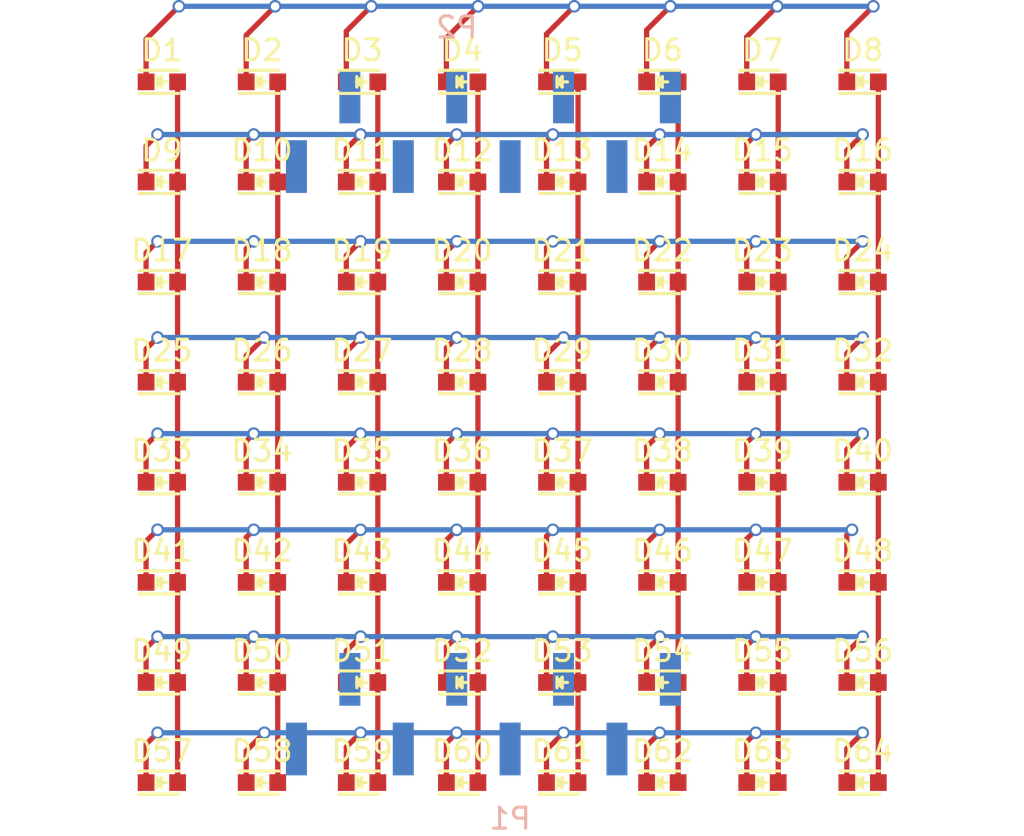
<source format=kicad_pcb>
(kicad_pcb (version 4) (host pcbnew 4.0.1-stable)

  (general
    (links 128)
    (no_connects 16)
    (area 0 0 0 0)
    (thickness 1.6)
    (drawings 0)
    (tracks 304)
    (zones 0)
    (modules 66)
    (nets 17)
  )

  (page A4)
  (layers
    (0 F.Cu signal)
    (31 B.Cu signal)
    (32 B.Adhes user)
    (33 F.Adhes user)
    (34 B.Paste user)
    (35 F.Paste user)
    (36 B.SilkS user)
    (37 F.SilkS user)
    (38 B.Mask user)
    (39 F.Mask user)
    (40 Dwgs.User user)
    (41 Cmts.User user)
    (42 Eco1.User user)
    (43 Eco2.User user)
    (44 Edge.Cuts user)
    (45 Margin user)
    (46 B.CrtYd user)
    (47 F.CrtYd user)
    (48 B.Fab user)
    (49 F.Fab user)
  )

  (setup
    (last_trace_width 0.25)
    (trace_clearance 0.2)
    (zone_clearance 0.508)
    (zone_45_only no)
    (trace_min 0.2)
    (segment_width 0.2)
    (edge_width 0.15)
    (via_size 0.6)
    (via_drill 0.4)
    (via_min_size 0.4)
    (via_min_drill 0.3)
    (uvia_size 0.3)
    (uvia_drill 0.1)
    (uvias_allowed no)
    (uvia_min_size 0.2)
    (uvia_min_drill 0.1)
    (pcb_text_width 0.3)
    (pcb_text_size 1.5 1.5)
    (mod_edge_width 0.15)
    (mod_text_size 1 1)
    (mod_text_width 0.15)
    (pad_size 1.524 1.524)
    (pad_drill 0.762)
    (pad_to_mask_clearance 0.2)
    (aux_axis_origin 92.456 87.884)
    (visible_elements FFFFFF5F)
    (pcbplotparams
      (layerselection 0x00030_80000001)
      (usegerberextensions false)
      (excludeedgelayer true)
      (linewidth 0.100000)
      (plotframeref false)
      (viasonmask false)
      (mode 1)
      (useauxorigin false)
      (hpglpennumber 1)
      (hpglpenspeed 20)
      (hpglpendiameter 15)
      (hpglpenoverlay 2)
      (psnegative false)
      (psa4output false)
      (plotreference true)
      (plotvalue true)
      (plotinvisibletext false)
      (padsonsilk false)
      (subtractmaskfromsilk false)
      (outputformat 1)
      (mirror false)
      (drillshape 1)
      (scaleselection 1)
      (outputdirectory ""))
  )

  (net 0 "")
  (net 1 "Net-(D1-Pad2)")
  (net 2 "Net-(D1-Pad1)")
  (net 3 "Net-(D11-Pad2)")
  (net 4 "Net-(D12-Pad2)")
  (net 5 "Net-(D13-Pad2)")
  (net 6 "Net-(D14-Pad2)")
  (net 7 "Net-(D15-Pad2)")
  (net 8 "Net-(D16-Pad2)")
  (net 9 "Net-(D10-Pad1)")
  (net 10 "Net-(D10-Pad2)")
  (net 11 "Net-(D17-Pad1)")
  (net 12 "Net-(D25-Pad1)")
  (net 13 "Net-(D33-Pad1)")
  (net 14 "Net-(D41-Pad1)")
  (net 15 "Net-(D49-Pad1)")
  (net 16 "Net-(D57-Pad1)")

  (net_class Default "This is the default net class."
    (clearance 0.2)
    (trace_width 0.25)
    (via_dia 0.6)
    (via_drill 0.4)
    (uvia_dia 0.3)
    (uvia_drill 0.1)
    (add_net "Net-(D1-Pad1)")
    (add_net "Net-(D1-Pad2)")
    (add_net "Net-(D10-Pad1)")
    (add_net "Net-(D10-Pad2)")
    (add_net "Net-(D11-Pad2)")
    (add_net "Net-(D12-Pad2)")
    (add_net "Net-(D13-Pad2)")
    (add_net "Net-(D14-Pad2)")
    (add_net "Net-(D15-Pad2)")
    (add_net "Net-(D16-Pad2)")
    (add_net "Net-(D17-Pad1)")
    (add_net "Net-(D25-Pad1)")
    (add_net "Net-(D33-Pad1)")
    (add_net "Net-(D41-Pad1)")
    (add_net "Net-(D49-Pad1)")
    (add_net "Net-(D57-Pad1)")
  )

  (module LEDs:LED_0603 (layer F.Cu) (tedit 55BDE255) (tstamp 56CB7542)
    (at 95.2 52.36)
    (descr "LED 0603 smd package")
    (tags "LED led 0603 SMD smd SMT smt smdled SMDLED smtled SMTLED")
    (path /56CB6E44)
    (attr smd)
    (fp_text reference D1 (at 0 -1.5) (layer F.SilkS)
      (effects (font (size 1 1) (thickness 0.15)))
    )
    (fp_text value MF-LED-0603-RED (at 0 1.5) (layer F.Fab)
      (effects (font (size 1 1) (thickness 0.15)))
    )
    (fp_line (start -1.1 0.55) (end 0.8 0.55) (layer F.SilkS) (width 0.15))
    (fp_line (start -1.1 -0.55) (end 0.8 -0.55) (layer F.SilkS) (width 0.15))
    (fp_line (start -0.2 0) (end 0.25 0) (layer F.SilkS) (width 0.15))
    (fp_line (start -0.25 -0.25) (end -0.25 0.25) (layer F.SilkS) (width 0.15))
    (fp_line (start -0.25 0) (end 0 -0.25) (layer F.SilkS) (width 0.15))
    (fp_line (start 0 -0.25) (end 0 0.25) (layer F.SilkS) (width 0.15))
    (fp_line (start 0 0.25) (end -0.25 0) (layer F.SilkS) (width 0.15))
    (fp_line (start 1.4 -0.75) (end 1.4 0.75) (layer F.CrtYd) (width 0.05))
    (fp_line (start 1.4 0.75) (end -1.4 0.75) (layer F.CrtYd) (width 0.05))
    (fp_line (start -1.4 0.75) (end -1.4 -0.75) (layer F.CrtYd) (width 0.05))
    (fp_line (start -1.4 -0.75) (end 1.4 -0.75) (layer F.CrtYd) (width 0.05))
    (pad 2 smd rect (at 0.7493 0 180) (size 0.79756 0.79756) (layers F.Cu F.Paste F.Mask)
      (net 1 "Net-(D1-Pad2)"))
    (pad 1 smd rect (at -0.7493 0 180) (size 0.79756 0.79756) (layers F.Cu F.Paste F.Mask)
      (net 2 "Net-(D1-Pad1)"))
    (model LEDs.3dshapes/LED_0603.wrl
      (at (xyz 0 0 0))
      (scale (xyz 1 1 1))
      (rotate (xyz 0 0 180))
    )
  )

  (module LEDs:LED_0603 (layer F.Cu) (tedit 55BDE255) (tstamp 56CB7548)
    (at 99.96 52.36)
    (descr "LED 0603 smd package")
    (tags "LED led 0603 SMD smd SMT smt smdled SMDLED smtled SMTLED")
    (path /56CB719C)
    (attr smd)
    (fp_text reference D2 (at 0 -1.5) (layer F.SilkS)
      (effects (font (size 1 1) (thickness 0.15)))
    )
    (fp_text value MF-LED-0603-RED (at 0 1.5) (layer F.Fab)
      (effects (font (size 1 1) (thickness 0.15)))
    )
    (fp_line (start -1.1 0.55) (end 0.8 0.55) (layer F.SilkS) (width 0.15))
    (fp_line (start -1.1 -0.55) (end 0.8 -0.55) (layer F.SilkS) (width 0.15))
    (fp_line (start -0.2 0) (end 0.25 0) (layer F.SilkS) (width 0.15))
    (fp_line (start -0.25 -0.25) (end -0.25 0.25) (layer F.SilkS) (width 0.15))
    (fp_line (start -0.25 0) (end 0 -0.25) (layer F.SilkS) (width 0.15))
    (fp_line (start 0 -0.25) (end 0 0.25) (layer F.SilkS) (width 0.15))
    (fp_line (start 0 0.25) (end -0.25 0) (layer F.SilkS) (width 0.15))
    (fp_line (start 1.4 -0.75) (end 1.4 0.75) (layer F.CrtYd) (width 0.05))
    (fp_line (start 1.4 0.75) (end -1.4 0.75) (layer F.CrtYd) (width 0.05))
    (fp_line (start -1.4 0.75) (end -1.4 -0.75) (layer F.CrtYd) (width 0.05))
    (fp_line (start -1.4 -0.75) (end 1.4 -0.75) (layer F.CrtYd) (width 0.05))
    (pad 2 smd rect (at 0.7493 0 180) (size 0.79756 0.79756) (layers F.Cu F.Paste F.Mask)
      (net 10 "Net-(D10-Pad2)"))
    (pad 1 smd rect (at -0.7493 0 180) (size 0.79756 0.79756) (layers F.Cu F.Paste F.Mask)
      (net 2 "Net-(D1-Pad1)"))
    (model LEDs.3dshapes/LED_0603.wrl
      (at (xyz 0 0 0))
      (scale (xyz 1 1 1))
      (rotate (xyz 0 0 180))
    )
  )

  (module LEDs:LED_0603 (layer F.Cu) (tedit 55BDE255) (tstamp 56CB754E)
    (at 104.72 52.36)
    (descr "LED 0603 smd package")
    (tags "LED led 0603 SMD smd SMT smt smdled SMDLED smtled SMTLED")
    (path /56CB7210)
    (attr smd)
    (fp_text reference D3 (at 0 -1.5) (layer F.SilkS)
      (effects (font (size 1 1) (thickness 0.15)))
    )
    (fp_text value MF-LED-0603-RED (at 0 1.5) (layer F.Fab)
      (effects (font (size 1 1) (thickness 0.15)))
    )
    (fp_line (start -1.1 0.55) (end 0.8 0.55) (layer F.SilkS) (width 0.15))
    (fp_line (start -1.1 -0.55) (end 0.8 -0.55) (layer F.SilkS) (width 0.15))
    (fp_line (start -0.2 0) (end 0.25 0) (layer F.SilkS) (width 0.15))
    (fp_line (start -0.25 -0.25) (end -0.25 0.25) (layer F.SilkS) (width 0.15))
    (fp_line (start -0.25 0) (end 0 -0.25) (layer F.SilkS) (width 0.15))
    (fp_line (start 0 -0.25) (end 0 0.25) (layer F.SilkS) (width 0.15))
    (fp_line (start 0 0.25) (end -0.25 0) (layer F.SilkS) (width 0.15))
    (fp_line (start 1.4 -0.75) (end 1.4 0.75) (layer F.CrtYd) (width 0.05))
    (fp_line (start 1.4 0.75) (end -1.4 0.75) (layer F.CrtYd) (width 0.05))
    (fp_line (start -1.4 0.75) (end -1.4 -0.75) (layer F.CrtYd) (width 0.05))
    (fp_line (start -1.4 -0.75) (end 1.4 -0.75) (layer F.CrtYd) (width 0.05))
    (pad 2 smd rect (at 0.7493 0 180) (size 0.79756 0.79756) (layers F.Cu F.Paste F.Mask)
      (net 3 "Net-(D11-Pad2)"))
    (pad 1 smd rect (at -0.7493 0 180) (size 0.79756 0.79756) (layers F.Cu F.Paste F.Mask)
      (net 2 "Net-(D1-Pad1)"))
    (model LEDs.3dshapes/LED_0603.wrl
      (at (xyz 0 0 0))
      (scale (xyz 1 1 1))
      (rotate (xyz 0 0 180))
    )
  )

  (module LEDs:LED_0603 (layer F.Cu) (tedit 55BDE255) (tstamp 56CB7554)
    (at 109.48 52.36)
    (descr "LED 0603 smd package")
    (tags "LED led 0603 SMD smd SMT smt smdled SMDLED smtled SMTLED")
    (path /56CB7267)
    (attr smd)
    (fp_text reference D4 (at 0 -1.5) (layer F.SilkS)
      (effects (font (size 1 1) (thickness 0.15)))
    )
    (fp_text value MF-LED-0603-RED (at 0 1.5) (layer F.Fab)
      (effects (font (size 1 1) (thickness 0.15)))
    )
    (fp_line (start -1.1 0.55) (end 0.8 0.55) (layer F.SilkS) (width 0.15))
    (fp_line (start -1.1 -0.55) (end 0.8 -0.55) (layer F.SilkS) (width 0.15))
    (fp_line (start -0.2 0) (end 0.25 0) (layer F.SilkS) (width 0.15))
    (fp_line (start -0.25 -0.25) (end -0.25 0.25) (layer F.SilkS) (width 0.15))
    (fp_line (start -0.25 0) (end 0 -0.25) (layer F.SilkS) (width 0.15))
    (fp_line (start 0 -0.25) (end 0 0.25) (layer F.SilkS) (width 0.15))
    (fp_line (start 0 0.25) (end -0.25 0) (layer F.SilkS) (width 0.15))
    (fp_line (start 1.4 -0.75) (end 1.4 0.75) (layer F.CrtYd) (width 0.05))
    (fp_line (start 1.4 0.75) (end -1.4 0.75) (layer F.CrtYd) (width 0.05))
    (fp_line (start -1.4 0.75) (end -1.4 -0.75) (layer F.CrtYd) (width 0.05))
    (fp_line (start -1.4 -0.75) (end 1.4 -0.75) (layer F.CrtYd) (width 0.05))
    (pad 2 smd rect (at 0.7493 0 180) (size 0.79756 0.79756) (layers F.Cu F.Paste F.Mask)
      (net 4 "Net-(D12-Pad2)"))
    (pad 1 smd rect (at -0.7493 0 180) (size 0.79756 0.79756) (layers F.Cu F.Paste F.Mask)
      (net 2 "Net-(D1-Pad1)"))
    (model LEDs.3dshapes/LED_0603.wrl
      (at (xyz 0 0 0))
      (scale (xyz 1 1 1))
      (rotate (xyz 0 0 180))
    )
  )

  (module LEDs:LED_0603 (layer F.Cu) (tedit 55BDE255) (tstamp 56CB755A)
    (at 114.24 52.36)
    (descr "LED 0603 smd package")
    (tags "LED led 0603 SMD smd SMT smt smdled SMDLED smtled SMTLED")
    (path /56CB72C7)
    (attr smd)
    (fp_text reference D5 (at 0 -1.5) (layer F.SilkS)
      (effects (font (size 1 1) (thickness 0.15)))
    )
    (fp_text value MF-LED-0603-RED (at 0 1.5) (layer F.Fab)
      (effects (font (size 1 1) (thickness 0.15)))
    )
    (fp_line (start -1.1 0.55) (end 0.8 0.55) (layer F.SilkS) (width 0.15))
    (fp_line (start -1.1 -0.55) (end 0.8 -0.55) (layer F.SilkS) (width 0.15))
    (fp_line (start -0.2 0) (end 0.25 0) (layer F.SilkS) (width 0.15))
    (fp_line (start -0.25 -0.25) (end -0.25 0.25) (layer F.SilkS) (width 0.15))
    (fp_line (start -0.25 0) (end 0 -0.25) (layer F.SilkS) (width 0.15))
    (fp_line (start 0 -0.25) (end 0 0.25) (layer F.SilkS) (width 0.15))
    (fp_line (start 0 0.25) (end -0.25 0) (layer F.SilkS) (width 0.15))
    (fp_line (start 1.4 -0.75) (end 1.4 0.75) (layer F.CrtYd) (width 0.05))
    (fp_line (start 1.4 0.75) (end -1.4 0.75) (layer F.CrtYd) (width 0.05))
    (fp_line (start -1.4 0.75) (end -1.4 -0.75) (layer F.CrtYd) (width 0.05))
    (fp_line (start -1.4 -0.75) (end 1.4 -0.75) (layer F.CrtYd) (width 0.05))
    (pad 2 smd rect (at 0.7493 0 180) (size 0.79756 0.79756) (layers F.Cu F.Paste F.Mask)
      (net 5 "Net-(D13-Pad2)"))
    (pad 1 smd rect (at -0.7493 0 180) (size 0.79756 0.79756) (layers F.Cu F.Paste F.Mask)
      (net 2 "Net-(D1-Pad1)"))
    (model LEDs.3dshapes/LED_0603.wrl
      (at (xyz 0 0 0))
      (scale (xyz 1 1 1))
      (rotate (xyz 0 0 180))
    )
  )

  (module LEDs:LED_0603 (layer F.Cu) (tedit 55BDE255) (tstamp 56CB7560)
    (at 119 52.36)
    (descr "LED 0603 smd package")
    (tags "LED led 0603 SMD smd SMT smt smdled SMDLED smtled SMTLED")
    (path /56CB7318)
    (attr smd)
    (fp_text reference D6 (at 0 -1.5) (layer F.SilkS)
      (effects (font (size 1 1) (thickness 0.15)))
    )
    (fp_text value MF-LED-0603-RED (at 0 1.5) (layer F.Fab)
      (effects (font (size 1 1) (thickness 0.15)))
    )
    (fp_line (start -1.1 0.55) (end 0.8 0.55) (layer F.SilkS) (width 0.15))
    (fp_line (start -1.1 -0.55) (end 0.8 -0.55) (layer F.SilkS) (width 0.15))
    (fp_line (start -0.2 0) (end 0.25 0) (layer F.SilkS) (width 0.15))
    (fp_line (start -0.25 -0.25) (end -0.25 0.25) (layer F.SilkS) (width 0.15))
    (fp_line (start -0.25 0) (end 0 -0.25) (layer F.SilkS) (width 0.15))
    (fp_line (start 0 -0.25) (end 0 0.25) (layer F.SilkS) (width 0.15))
    (fp_line (start 0 0.25) (end -0.25 0) (layer F.SilkS) (width 0.15))
    (fp_line (start 1.4 -0.75) (end 1.4 0.75) (layer F.CrtYd) (width 0.05))
    (fp_line (start 1.4 0.75) (end -1.4 0.75) (layer F.CrtYd) (width 0.05))
    (fp_line (start -1.4 0.75) (end -1.4 -0.75) (layer F.CrtYd) (width 0.05))
    (fp_line (start -1.4 -0.75) (end 1.4 -0.75) (layer F.CrtYd) (width 0.05))
    (pad 2 smd rect (at 0.7493 0 180) (size 0.79756 0.79756) (layers F.Cu F.Paste F.Mask)
      (net 6 "Net-(D14-Pad2)"))
    (pad 1 smd rect (at -0.7493 0 180) (size 0.79756 0.79756) (layers F.Cu F.Paste F.Mask)
      (net 2 "Net-(D1-Pad1)"))
    (model LEDs.3dshapes/LED_0603.wrl
      (at (xyz 0 0 0))
      (scale (xyz 1 1 1))
      (rotate (xyz 0 0 180))
    )
  )

  (module LEDs:LED_0603 (layer F.Cu) (tedit 55BDE255) (tstamp 56CB7566)
    (at 123.76 52.36)
    (descr "LED 0603 smd package")
    (tags "LED led 0603 SMD smd SMT smt smdled SMDLED smtled SMTLED")
    (path /56CB74E8)
    (attr smd)
    (fp_text reference D7 (at 0 -1.5) (layer F.SilkS)
      (effects (font (size 1 1) (thickness 0.15)))
    )
    (fp_text value MF-LED-0603-RED (at 0 1.5) (layer F.Fab)
      (effects (font (size 1 1) (thickness 0.15)))
    )
    (fp_line (start -1.1 0.55) (end 0.8 0.55) (layer F.SilkS) (width 0.15))
    (fp_line (start -1.1 -0.55) (end 0.8 -0.55) (layer F.SilkS) (width 0.15))
    (fp_line (start -0.2 0) (end 0.25 0) (layer F.SilkS) (width 0.15))
    (fp_line (start -0.25 -0.25) (end -0.25 0.25) (layer F.SilkS) (width 0.15))
    (fp_line (start -0.25 0) (end 0 -0.25) (layer F.SilkS) (width 0.15))
    (fp_line (start 0 -0.25) (end 0 0.25) (layer F.SilkS) (width 0.15))
    (fp_line (start 0 0.25) (end -0.25 0) (layer F.SilkS) (width 0.15))
    (fp_line (start 1.4 -0.75) (end 1.4 0.75) (layer F.CrtYd) (width 0.05))
    (fp_line (start 1.4 0.75) (end -1.4 0.75) (layer F.CrtYd) (width 0.05))
    (fp_line (start -1.4 0.75) (end -1.4 -0.75) (layer F.CrtYd) (width 0.05))
    (fp_line (start -1.4 -0.75) (end 1.4 -0.75) (layer F.CrtYd) (width 0.05))
    (pad 2 smd rect (at 0.7493 0 180) (size 0.79756 0.79756) (layers F.Cu F.Paste F.Mask)
      (net 7 "Net-(D15-Pad2)"))
    (pad 1 smd rect (at -0.7493 0 180) (size 0.79756 0.79756) (layers F.Cu F.Paste F.Mask)
      (net 2 "Net-(D1-Pad1)"))
    (model LEDs.3dshapes/LED_0603.wrl
      (at (xyz 0 0 0))
      (scale (xyz 1 1 1))
      (rotate (xyz 0 0 180))
    )
  )

  (module LEDs:LED_0603 (layer F.Cu) (tedit 55BDE255) (tstamp 56CB756C)
    (at 128.52 52.36)
    (descr "LED 0603 smd package")
    (tags "LED led 0603 SMD smd SMT smt smdled SMDLED smtled SMTLED")
    (path /56CB7533)
    (attr smd)
    (fp_text reference D8 (at 0 -1.5) (layer F.SilkS)
      (effects (font (size 1 1) (thickness 0.15)))
    )
    (fp_text value MF-LED-0603-RED (at 0 1.5) (layer F.Fab)
      (effects (font (size 1 1) (thickness 0.15)))
    )
    (fp_line (start -1.1 0.55) (end 0.8 0.55) (layer F.SilkS) (width 0.15))
    (fp_line (start -1.1 -0.55) (end 0.8 -0.55) (layer F.SilkS) (width 0.15))
    (fp_line (start -0.2 0) (end 0.25 0) (layer F.SilkS) (width 0.15))
    (fp_line (start -0.25 -0.25) (end -0.25 0.25) (layer F.SilkS) (width 0.15))
    (fp_line (start -0.25 0) (end 0 -0.25) (layer F.SilkS) (width 0.15))
    (fp_line (start 0 -0.25) (end 0 0.25) (layer F.SilkS) (width 0.15))
    (fp_line (start 0 0.25) (end -0.25 0) (layer F.SilkS) (width 0.15))
    (fp_line (start 1.4 -0.75) (end 1.4 0.75) (layer F.CrtYd) (width 0.05))
    (fp_line (start 1.4 0.75) (end -1.4 0.75) (layer F.CrtYd) (width 0.05))
    (fp_line (start -1.4 0.75) (end -1.4 -0.75) (layer F.CrtYd) (width 0.05))
    (fp_line (start -1.4 -0.75) (end 1.4 -0.75) (layer F.CrtYd) (width 0.05))
    (pad 2 smd rect (at 0.7493 0 180) (size 0.79756 0.79756) (layers F.Cu F.Paste F.Mask)
      (net 8 "Net-(D16-Pad2)"))
    (pad 1 smd rect (at -0.7493 0 180) (size 0.79756 0.79756) (layers F.Cu F.Paste F.Mask)
      (net 2 "Net-(D1-Pad1)"))
    (model LEDs.3dshapes/LED_0603.wrl
      (at (xyz 0 0 0))
      (scale (xyz 1 1 1))
      (rotate (xyz 0 0 180))
    )
  )

  (module LEDs:LED_0603 (layer F.Cu) (tedit 55BDE255) (tstamp 56CB7572)
    (at 95.2 57.12)
    (descr "LED 0603 smd package")
    (tags "LED led 0603 SMD smd SMT smt smdled SMDLED smtled SMTLED")
    (path /56CBE0DE)
    (attr smd)
    (fp_text reference D9 (at 0 -1.5) (layer F.SilkS)
      (effects (font (size 1 1) (thickness 0.15)))
    )
    (fp_text value MF-LED-0603-RED (at 0 1.5) (layer F.Fab)
      (effects (font (size 1 1) (thickness 0.15)))
    )
    (fp_line (start -1.1 0.55) (end 0.8 0.55) (layer F.SilkS) (width 0.15))
    (fp_line (start -1.1 -0.55) (end 0.8 -0.55) (layer F.SilkS) (width 0.15))
    (fp_line (start -0.2 0) (end 0.25 0) (layer F.SilkS) (width 0.15))
    (fp_line (start -0.25 -0.25) (end -0.25 0.25) (layer F.SilkS) (width 0.15))
    (fp_line (start -0.25 0) (end 0 -0.25) (layer F.SilkS) (width 0.15))
    (fp_line (start 0 -0.25) (end 0 0.25) (layer F.SilkS) (width 0.15))
    (fp_line (start 0 0.25) (end -0.25 0) (layer F.SilkS) (width 0.15))
    (fp_line (start 1.4 -0.75) (end 1.4 0.75) (layer F.CrtYd) (width 0.05))
    (fp_line (start 1.4 0.75) (end -1.4 0.75) (layer F.CrtYd) (width 0.05))
    (fp_line (start -1.4 0.75) (end -1.4 -0.75) (layer F.CrtYd) (width 0.05))
    (fp_line (start -1.4 -0.75) (end 1.4 -0.75) (layer F.CrtYd) (width 0.05))
    (pad 2 smd rect (at 0.7493 0 180) (size 0.79756 0.79756) (layers F.Cu F.Paste F.Mask)
      (net 1 "Net-(D1-Pad2)"))
    (pad 1 smd rect (at -0.7493 0 180) (size 0.79756 0.79756) (layers F.Cu F.Paste F.Mask)
      (net 9 "Net-(D10-Pad1)"))
    (model LEDs.3dshapes/LED_0603.wrl
      (at (xyz 0 0 0))
      (scale (xyz 1 1 1))
      (rotate (xyz 0 0 180))
    )
  )

  (module LEDs:LED_0603 (layer F.Cu) (tedit 55BDE255) (tstamp 56CB7578)
    (at 99.96 57.12)
    (descr "LED 0603 smd package")
    (tags "LED led 0603 SMD smd SMT smt smdled SMDLED smtled SMTLED")
    (path /56CBE0E5)
    (attr smd)
    (fp_text reference D10 (at 0 -1.5) (layer F.SilkS)
      (effects (font (size 1 1) (thickness 0.15)))
    )
    (fp_text value MF-LED-0603-RED (at 0 1.5) (layer F.Fab)
      (effects (font (size 1 1) (thickness 0.15)))
    )
    (fp_line (start -1.1 0.55) (end 0.8 0.55) (layer F.SilkS) (width 0.15))
    (fp_line (start -1.1 -0.55) (end 0.8 -0.55) (layer F.SilkS) (width 0.15))
    (fp_line (start -0.2 0) (end 0.25 0) (layer F.SilkS) (width 0.15))
    (fp_line (start -0.25 -0.25) (end -0.25 0.25) (layer F.SilkS) (width 0.15))
    (fp_line (start -0.25 0) (end 0 -0.25) (layer F.SilkS) (width 0.15))
    (fp_line (start 0 -0.25) (end 0 0.25) (layer F.SilkS) (width 0.15))
    (fp_line (start 0 0.25) (end -0.25 0) (layer F.SilkS) (width 0.15))
    (fp_line (start 1.4 -0.75) (end 1.4 0.75) (layer F.CrtYd) (width 0.05))
    (fp_line (start 1.4 0.75) (end -1.4 0.75) (layer F.CrtYd) (width 0.05))
    (fp_line (start -1.4 0.75) (end -1.4 -0.75) (layer F.CrtYd) (width 0.05))
    (fp_line (start -1.4 -0.75) (end 1.4 -0.75) (layer F.CrtYd) (width 0.05))
    (pad 2 smd rect (at 0.7493 0 180) (size 0.79756 0.79756) (layers F.Cu F.Paste F.Mask)
      (net 10 "Net-(D10-Pad2)"))
    (pad 1 smd rect (at -0.7493 0 180) (size 0.79756 0.79756) (layers F.Cu F.Paste F.Mask)
      (net 9 "Net-(D10-Pad1)"))
    (model LEDs.3dshapes/LED_0603.wrl
      (at (xyz 0 0 0))
      (scale (xyz 1 1 1))
      (rotate (xyz 0 0 180))
    )
  )

  (module LEDs:LED_0603 (layer F.Cu) (tedit 55BDE255) (tstamp 56CB757E)
    (at 104.72 57.12)
    (descr "LED 0603 smd package")
    (tags "LED led 0603 SMD smd SMT smt smdled SMDLED smtled SMTLED")
    (path /56CBE0EC)
    (attr smd)
    (fp_text reference D11 (at 0 -1.5) (layer F.SilkS)
      (effects (font (size 1 1) (thickness 0.15)))
    )
    (fp_text value MF-LED-0603-RED (at 0 1.5) (layer F.Fab)
      (effects (font (size 1 1) (thickness 0.15)))
    )
    (fp_line (start -1.1 0.55) (end 0.8 0.55) (layer F.SilkS) (width 0.15))
    (fp_line (start -1.1 -0.55) (end 0.8 -0.55) (layer F.SilkS) (width 0.15))
    (fp_line (start -0.2 0) (end 0.25 0) (layer F.SilkS) (width 0.15))
    (fp_line (start -0.25 -0.25) (end -0.25 0.25) (layer F.SilkS) (width 0.15))
    (fp_line (start -0.25 0) (end 0 -0.25) (layer F.SilkS) (width 0.15))
    (fp_line (start 0 -0.25) (end 0 0.25) (layer F.SilkS) (width 0.15))
    (fp_line (start 0 0.25) (end -0.25 0) (layer F.SilkS) (width 0.15))
    (fp_line (start 1.4 -0.75) (end 1.4 0.75) (layer F.CrtYd) (width 0.05))
    (fp_line (start 1.4 0.75) (end -1.4 0.75) (layer F.CrtYd) (width 0.05))
    (fp_line (start -1.4 0.75) (end -1.4 -0.75) (layer F.CrtYd) (width 0.05))
    (fp_line (start -1.4 -0.75) (end 1.4 -0.75) (layer F.CrtYd) (width 0.05))
    (pad 2 smd rect (at 0.7493 0 180) (size 0.79756 0.79756) (layers F.Cu F.Paste F.Mask)
      (net 3 "Net-(D11-Pad2)"))
    (pad 1 smd rect (at -0.7493 0 180) (size 0.79756 0.79756) (layers F.Cu F.Paste F.Mask)
      (net 9 "Net-(D10-Pad1)"))
    (model LEDs.3dshapes/LED_0603.wrl
      (at (xyz 0 0 0))
      (scale (xyz 1 1 1))
      (rotate (xyz 0 0 180))
    )
  )

  (module LEDs:LED_0603 (layer F.Cu) (tedit 55BDE255) (tstamp 56CB7584)
    (at 109.48 57.12)
    (descr "LED 0603 smd package")
    (tags "LED led 0603 SMD smd SMT smt smdled SMDLED smtled SMTLED")
    (path /56CBE0F3)
    (attr smd)
    (fp_text reference D12 (at 0 -1.5) (layer F.SilkS)
      (effects (font (size 1 1) (thickness 0.15)))
    )
    (fp_text value MF-LED-0603-RED (at 0 1.5) (layer F.Fab)
      (effects (font (size 1 1) (thickness 0.15)))
    )
    (fp_line (start -1.1 0.55) (end 0.8 0.55) (layer F.SilkS) (width 0.15))
    (fp_line (start -1.1 -0.55) (end 0.8 -0.55) (layer F.SilkS) (width 0.15))
    (fp_line (start -0.2 0) (end 0.25 0) (layer F.SilkS) (width 0.15))
    (fp_line (start -0.25 -0.25) (end -0.25 0.25) (layer F.SilkS) (width 0.15))
    (fp_line (start -0.25 0) (end 0 -0.25) (layer F.SilkS) (width 0.15))
    (fp_line (start 0 -0.25) (end 0 0.25) (layer F.SilkS) (width 0.15))
    (fp_line (start 0 0.25) (end -0.25 0) (layer F.SilkS) (width 0.15))
    (fp_line (start 1.4 -0.75) (end 1.4 0.75) (layer F.CrtYd) (width 0.05))
    (fp_line (start 1.4 0.75) (end -1.4 0.75) (layer F.CrtYd) (width 0.05))
    (fp_line (start -1.4 0.75) (end -1.4 -0.75) (layer F.CrtYd) (width 0.05))
    (fp_line (start -1.4 -0.75) (end 1.4 -0.75) (layer F.CrtYd) (width 0.05))
    (pad 2 smd rect (at 0.7493 0 180) (size 0.79756 0.79756) (layers F.Cu F.Paste F.Mask)
      (net 4 "Net-(D12-Pad2)"))
    (pad 1 smd rect (at -0.7493 0 180) (size 0.79756 0.79756) (layers F.Cu F.Paste F.Mask)
      (net 9 "Net-(D10-Pad1)"))
    (model LEDs.3dshapes/LED_0603.wrl
      (at (xyz 0 0 0))
      (scale (xyz 1 1 1))
      (rotate (xyz 0 0 180))
    )
  )

  (module LEDs:LED_0603 (layer F.Cu) (tedit 55BDE255) (tstamp 56CB758A)
    (at 114.24 57.12)
    (descr "LED 0603 smd package")
    (tags "LED led 0603 SMD smd SMT smt smdled SMDLED smtled SMTLED")
    (path /56CBE0FA)
    (attr smd)
    (fp_text reference D13 (at 0 -1.5) (layer F.SilkS)
      (effects (font (size 1 1) (thickness 0.15)))
    )
    (fp_text value MF-LED-0603-RED (at 0 1.5) (layer F.Fab)
      (effects (font (size 1 1) (thickness 0.15)))
    )
    (fp_line (start -1.1 0.55) (end 0.8 0.55) (layer F.SilkS) (width 0.15))
    (fp_line (start -1.1 -0.55) (end 0.8 -0.55) (layer F.SilkS) (width 0.15))
    (fp_line (start -0.2 0) (end 0.25 0) (layer F.SilkS) (width 0.15))
    (fp_line (start -0.25 -0.25) (end -0.25 0.25) (layer F.SilkS) (width 0.15))
    (fp_line (start -0.25 0) (end 0 -0.25) (layer F.SilkS) (width 0.15))
    (fp_line (start 0 -0.25) (end 0 0.25) (layer F.SilkS) (width 0.15))
    (fp_line (start 0 0.25) (end -0.25 0) (layer F.SilkS) (width 0.15))
    (fp_line (start 1.4 -0.75) (end 1.4 0.75) (layer F.CrtYd) (width 0.05))
    (fp_line (start 1.4 0.75) (end -1.4 0.75) (layer F.CrtYd) (width 0.05))
    (fp_line (start -1.4 0.75) (end -1.4 -0.75) (layer F.CrtYd) (width 0.05))
    (fp_line (start -1.4 -0.75) (end 1.4 -0.75) (layer F.CrtYd) (width 0.05))
    (pad 2 smd rect (at 0.7493 0 180) (size 0.79756 0.79756) (layers F.Cu F.Paste F.Mask)
      (net 5 "Net-(D13-Pad2)"))
    (pad 1 smd rect (at -0.7493 0 180) (size 0.79756 0.79756) (layers F.Cu F.Paste F.Mask)
      (net 9 "Net-(D10-Pad1)"))
    (model LEDs.3dshapes/LED_0603.wrl
      (at (xyz 0 0 0))
      (scale (xyz 1 1 1))
      (rotate (xyz 0 0 180))
    )
  )

  (module LEDs:LED_0603 (layer F.Cu) (tedit 55BDE255) (tstamp 56CB7590)
    (at 119 57.12)
    (descr "LED 0603 smd package")
    (tags "LED led 0603 SMD smd SMT smt smdled SMDLED smtled SMTLED")
    (path /56CBE101)
    (attr smd)
    (fp_text reference D14 (at 0 -1.5) (layer F.SilkS)
      (effects (font (size 1 1) (thickness 0.15)))
    )
    (fp_text value MF-LED-0603-RED (at 0 1.5) (layer F.Fab)
      (effects (font (size 1 1) (thickness 0.15)))
    )
    (fp_line (start -1.1 0.55) (end 0.8 0.55) (layer F.SilkS) (width 0.15))
    (fp_line (start -1.1 -0.55) (end 0.8 -0.55) (layer F.SilkS) (width 0.15))
    (fp_line (start -0.2 0) (end 0.25 0) (layer F.SilkS) (width 0.15))
    (fp_line (start -0.25 -0.25) (end -0.25 0.25) (layer F.SilkS) (width 0.15))
    (fp_line (start -0.25 0) (end 0 -0.25) (layer F.SilkS) (width 0.15))
    (fp_line (start 0 -0.25) (end 0 0.25) (layer F.SilkS) (width 0.15))
    (fp_line (start 0 0.25) (end -0.25 0) (layer F.SilkS) (width 0.15))
    (fp_line (start 1.4 -0.75) (end 1.4 0.75) (layer F.CrtYd) (width 0.05))
    (fp_line (start 1.4 0.75) (end -1.4 0.75) (layer F.CrtYd) (width 0.05))
    (fp_line (start -1.4 0.75) (end -1.4 -0.75) (layer F.CrtYd) (width 0.05))
    (fp_line (start -1.4 -0.75) (end 1.4 -0.75) (layer F.CrtYd) (width 0.05))
    (pad 2 smd rect (at 0.7493 0 180) (size 0.79756 0.79756) (layers F.Cu F.Paste F.Mask)
      (net 6 "Net-(D14-Pad2)"))
    (pad 1 smd rect (at -0.7493 0 180) (size 0.79756 0.79756) (layers F.Cu F.Paste F.Mask)
      (net 9 "Net-(D10-Pad1)"))
    (model LEDs.3dshapes/LED_0603.wrl
      (at (xyz 0 0 0))
      (scale (xyz 1 1 1))
      (rotate (xyz 0 0 180))
    )
  )

  (module LEDs:LED_0603 (layer F.Cu) (tedit 55BDE255) (tstamp 56CB7596)
    (at 123.76 57.12)
    (descr "LED 0603 smd package")
    (tags "LED led 0603 SMD smd SMT smt smdled SMDLED smtled SMTLED")
    (path /56CBE108)
    (attr smd)
    (fp_text reference D15 (at 0 -1.5) (layer F.SilkS)
      (effects (font (size 1 1) (thickness 0.15)))
    )
    (fp_text value MF-LED-0603-RED (at 0 1.5) (layer F.Fab)
      (effects (font (size 1 1) (thickness 0.15)))
    )
    (fp_line (start -1.1 0.55) (end 0.8 0.55) (layer F.SilkS) (width 0.15))
    (fp_line (start -1.1 -0.55) (end 0.8 -0.55) (layer F.SilkS) (width 0.15))
    (fp_line (start -0.2 0) (end 0.25 0) (layer F.SilkS) (width 0.15))
    (fp_line (start -0.25 -0.25) (end -0.25 0.25) (layer F.SilkS) (width 0.15))
    (fp_line (start -0.25 0) (end 0 -0.25) (layer F.SilkS) (width 0.15))
    (fp_line (start 0 -0.25) (end 0 0.25) (layer F.SilkS) (width 0.15))
    (fp_line (start 0 0.25) (end -0.25 0) (layer F.SilkS) (width 0.15))
    (fp_line (start 1.4 -0.75) (end 1.4 0.75) (layer F.CrtYd) (width 0.05))
    (fp_line (start 1.4 0.75) (end -1.4 0.75) (layer F.CrtYd) (width 0.05))
    (fp_line (start -1.4 0.75) (end -1.4 -0.75) (layer F.CrtYd) (width 0.05))
    (fp_line (start -1.4 -0.75) (end 1.4 -0.75) (layer F.CrtYd) (width 0.05))
    (pad 2 smd rect (at 0.7493 0 180) (size 0.79756 0.79756) (layers F.Cu F.Paste F.Mask)
      (net 7 "Net-(D15-Pad2)"))
    (pad 1 smd rect (at -0.7493 0 180) (size 0.79756 0.79756) (layers F.Cu F.Paste F.Mask)
      (net 9 "Net-(D10-Pad1)"))
    (model LEDs.3dshapes/LED_0603.wrl
      (at (xyz 0 0 0))
      (scale (xyz 1 1 1))
      (rotate (xyz 0 0 180))
    )
  )

  (module LEDs:LED_0603 (layer F.Cu) (tedit 55BDE255) (tstamp 56CB759C)
    (at 128.52 57.12)
    (descr "LED 0603 smd package")
    (tags "LED led 0603 SMD smd SMT smt smdled SMDLED smtled SMTLED")
    (path /56CBE10F)
    (attr smd)
    (fp_text reference D16 (at 0 -1.5) (layer F.SilkS)
      (effects (font (size 1 1) (thickness 0.15)))
    )
    (fp_text value MF-LED-0603-RED (at 0 1.5) (layer F.Fab)
      (effects (font (size 1 1) (thickness 0.15)))
    )
    (fp_line (start -1.1 0.55) (end 0.8 0.55) (layer F.SilkS) (width 0.15))
    (fp_line (start -1.1 -0.55) (end 0.8 -0.55) (layer F.SilkS) (width 0.15))
    (fp_line (start -0.2 0) (end 0.25 0) (layer F.SilkS) (width 0.15))
    (fp_line (start -0.25 -0.25) (end -0.25 0.25) (layer F.SilkS) (width 0.15))
    (fp_line (start -0.25 0) (end 0 -0.25) (layer F.SilkS) (width 0.15))
    (fp_line (start 0 -0.25) (end 0 0.25) (layer F.SilkS) (width 0.15))
    (fp_line (start 0 0.25) (end -0.25 0) (layer F.SilkS) (width 0.15))
    (fp_line (start 1.4 -0.75) (end 1.4 0.75) (layer F.CrtYd) (width 0.05))
    (fp_line (start 1.4 0.75) (end -1.4 0.75) (layer F.CrtYd) (width 0.05))
    (fp_line (start -1.4 0.75) (end -1.4 -0.75) (layer F.CrtYd) (width 0.05))
    (fp_line (start -1.4 -0.75) (end 1.4 -0.75) (layer F.CrtYd) (width 0.05))
    (pad 2 smd rect (at 0.7493 0 180) (size 0.79756 0.79756) (layers F.Cu F.Paste F.Mask)
      (net 8 "Net-(D16-Pad2)"))
    (pad 1 smd rect (at -0.7493 0 180) (size 0.79756 0.79756) (layers F.Cu F.Paste F.Mask)
      (net 9 "Net-(D10-Pad1)"))
    (model LEDs.3dshapes/LED_0603.wrl
      (at (xyz 0 0 0))
      (scale (xyz 1 1 1))
      (rotate (xyz 0 0 180))
    )
  )

  (module LEDs:LED_0603 (layer F.Cu) (tedit 55BDE255) (tstamp 56CB75A2)
    (at 95.2 61.88)
    (descr "LED 0603 smd package")
    (tags "LED led 0603 SMD smd SMT smt smdled SMDLED smtled SMTLED")
    (path /56CBEC5A)
    (attr smd)
    (fp_text reference D17 (at 0 -1.5) (layer F.SilkS)
      (effects (font (size 1 1) (thickness 0.15)))
    )
    (fp_text value MF-LED-0603-RED (at 0 1.5) (layer F.Fab)
      (effects (font (size 1 1) (thickness 0.15)))
    )
    (fp_line (start -1.1 0.55) (end 0.8 0.55) (layer F.SilkS) (width 0.15))
    (fp_line (start -1.1 -0.55) (end 0.8 -0.55) (layer F.SilkS) (width 0.15))
    (fp_line (start -0.2 0) (end 0.25 0) (layer F.SilkS) (width 0.15))
    (fp_line (start -0.25 -0.25) (end -0.25 0.25) (layer F.SilkS) (width 0.15))
    (fp_line (start -0.25 0) (end 0 -0.25) (layer F.SilkS) (width 0.15))
    (fp_line (start 0 -0.25) (end 0 0.25) (layer F.SilkS) (width 0.15))
    (fp_line (start 0 0.25) (end -0.25 0) (layer F.SilkS) (width 0.15))
    (fp_line (start 1.4 -0.75) (end 1.4 0.75) (layer F.CrtYd) (width 0.05))
    (fp_line (start 1.4 0.75) (end -1.4 0.75) (layer F.CrtYd) (width 0.05))
    (fp_line (start -1.4 0.75) (end -1.4 -0.75) (layer F.CrtYd) (width 0.05))
    (fp_line (start -1.4 -0.75) (end 1.4 -0.75) (layer F.CrtYd) (width 0.05))
    (pad 2 smd rect (at 0.7493 0 180) (size 0.79756 0.79756) (layers F.Cu F.Paste F.Mask)
      (net 1 "Net-(D1-Pad2)"))
    (pad 1 smd rect (at -0.7493 0 180) (size 0.79756 0.79756) (layers F.Cu F.Paste F.Mask)
      (net 11 "Net-(D17-Pad1)"))
    (model LEDs.3dshapes/LED_0603.wrl
      (at (xyz 0 0 0))
      (scale (xyz 1 1 1))
      (rotate (xyz 0 0 180))
    )
  )

  (module LEDs:LED_0603 (layer F.Cu) (tedit 55BDE255) (tstamp 56CB75A8)
    (at 99.96 61.88)
    (descr "LED 0603 smd package")
    (tags "LED led 0603 SMD smd SMT smt smdled SMDLED smtled SMTLED")
    (path /56CBEC61)
    (attr smd)
    (fp_text reference D18 (at 0 -1.5) (layer F.SilkS)
      (effects (font (size 1 1) (thickness 0.15)))
    )
    (fp_text value MF-LED-0603-RED (at 0 1.5) (layer F.Fab)
      (effects (font (size 1 1) (thickness 0.15)))
    )
    (fp_line (start -1.1 0.55) (end 0.8 0.55) (layer F.SilkS) (width 0.15))
    (fp_line (start -1.1 -0.55) (end 0.8 -0.55) (layer F.SilkS) (width 0.15))
    (fp_line (start -0.2 0) (end 0.25 0) (layer F.SilkS) (width 0.15))
    (fp_line (start -0.25 -0.25) (end -0.25 0.25) (layer F.SilkS) (width 0.15))
    (fp_line (start -0.25 0) (end 0 -0.25) (layer F.SilkS) (width 0.15))
    (fp_line (start 0 -0.25) (end 0 0.25) (layer F.SilkS) (width 0.15))
    (fp_line (start 0 0.25) (end -0.25 0) (layer F.SilkS) (width 0.15))
    (fp_line (start 1.4 -0.75) (end 1.4 0.75) (layer F.CrtYd) (width 0.05))
    (fp_line (start 1.4 0.75) (end -1.4 0.75) (layer F.CrtYd) (width 0.05))
    (fp_line (start -1.4 0.75) (end -1.4 -0.75) (layer F.CrtYd) (width 0.05))
    (fp_line (start -1.4 -0.75) (end 1.4 -0.75) (layer F.CrtYd) (width 0.05))
    (pad 2 smd rect (at 0.7493 0 180) (size 0.79756 0.79756) (layers F.Cu F.Paste F.Mask)
      (net 10 "Net-(D10-Pad2)"))
    (pad 1 smd rect (at -0.7493 0 180) (size 0.79756 0.79756) (layers F.Cu F.Paste F.Mask)
      (net 11 "Net-(D17-Pad1)"))
    (model LEDs.3dshapes/LED_0603.wrl
      (at (xyz 0 0 0))
      (scale (xyz 1 1 1))
      (rotate (xyz 0 0 180))
    )
  )

  (module LEDs:LED_0603 (layer F.Cu) (tedit 55BDE255) (tstamp 56CB75AE)
    (at 104.72 61.88)
    (descr "LED 0603 smd package")
    (tags "LED led 0603 SMD smd SMT smt smdled SMDLED smtled SMTLED")
    (path /56CBEC68)
    (attr smd)
    (fp_text reference D19 (at 0 -1.5) (layer F.SilkS)
      (effects (font (size 1 1) (thickness 0.15)))
    )
    (fp_text value MF-LED-0603-RED (at 0 1.5) (layer F.Fab)
      (effects (font (size 1 1) (thickness 0.15)))
    )
    (fp_line (start -1.1 0.55) (end 0.8 0.55) (layer F.SilkS) (width 0.15))
    (fp_line (start -1.1 -0.55) (end 0.8 -0.55) (layer F.SilkS) (width 0.15))
    (fp_line (start -0.2 0) (end 0.25 0) (layer F.SilkS) (width 0.15))
    (fp_line (start -0.25 -0.25) (end -0.25 0.25) (layer F.SilkS) (width 0.15))
    (fp_line (start -0.25 0) (end 0 -0.25) (layer F.SilkS) (width 0.15))
    (fp_line (start 0 -0.25) (end 0 0.25) (layer F.SilkS) (width 0.15))
    (fp_line (start 0 0.25) (end -0.25 0) (layer F.SilkS) (width 0.15))
    (fp_line (start 1.4 -0.75) (end 1.4 0.75) (layer F.CrtYd) (width 0.05))
    (fp_line (start 1.4 0.75) (end -1.4 0.75) (layer F.CrtYd) (width 0.05))
    (fp_line (start -1.4 0.75) (end -1.4 -0.75) (layer F.CrtYd) (width 0.05))
    (fp_line (start -1.4 -0.75) (end 1.4 -0.75) (layer F.CrtYd) (width 0.05))
    (pad 2 smd rect (at 0.7493 0 180) (size 0.79756 0.79756) (layers F.Cu F.Paste F.Mask)
      (net 3 "Net-(D11-Pad2)"))
    (pad 1 smd rect (at -0.7493 0 180) (size 0.79756 0.79756) (layers F.Cu F.Paste F.Mask)
      (net 11 "Net-(D17-Pad1)"))
    (model LEDs.3dshapes/LED_0603.wrl
      (at (xyz 0 0 0))
      (scale (xyz 1 1 1))
      (rotate (xyz 0 0 180))
    )
  )

  (module LEDs:LED_0603 (layer F.Cu) (tedit 55BDE255) (tstamp 56CB75B4)
    (at 109.48 61.88)
    (descr "LED 0603 smd package")
    (tags "LED led 0603 SMD smd SMT smt smdled SMDLED smtled SMTLED")
    (path /56CBEC6F)
    (attr smd)
    (fp_text reference D20 (at 0 -1.5) (layer F.SilkS)
      (effects (font (size 1 1) (thickness 0.15)))
    )
    (fp_text value MF-LED-0603-RED (at 0 1.5) (layer F.Fab)
      (effects (font (size 1 1) (thickness 0.15)))
    )
    (fp_line (start -1.1 0.55) (end 0.8 0.55) (layer F.SilkS) (width 0.15))
    (fp_line (start -1.1 -0.55) (end 0.8 -0.55) (layer F.SilkS) (width 0.15))
    (fp_line (start -0.2 0) (end 0.25 0) (layer F.SilkS) (width 0.15))
    (fp_line (start -0.25 -0.25) (end -0.25 0.25) (layer F.SilkS) (width 0.15))
    (fp_line (start -0.25 0) (end 0 -0.25) (layer F.SilkS) (width 0.15))
    (fp_line (start 0 -0.25) (end 0 0.25) (layer F.SilkS) (width 0.15))
    (fp_line (start 0 0.25) (end -0.25 0) (layer F.SilkS) (width 0.15))
    (fp_line (start 1.4 -0.75) (end 1.4 0.75) (layer F.CrtYd) (width 0.05))
    (fp_line (start 1.4 0.75) (end -1.4 0.75) (layer F.CrtYd) (width 0.05))
    (fp_line (start -1.4 0.75) (end -1.4 -0.75) (layer F.CrtYd) (width 0.05))
    (fp_line (start -1.4 -0.75) (end 1.4 -0.75) (layer F.CrtYd) (width 0.05))
    (pad 2 smd rect (at 0.7493 0 180) (size 0.79756 0.79756) (layers F.Cu F.Paste F.Mask)
      (net 4 "Net-(D12-Pad2)"))
    (pad 1 smd rect (at -0.7493 0 180) (size 0.79756 0.79756) (layers F.Cu F.Paste F.Mask)
      (net 11 "Net-(D17-Pad1)"))
    (model LEDs.3dshapes/LED_0603.wrl
      (at (xyz 0 0 0))
      (scale (xyz 1 1 1))
      (rotate (xyz 0 0 180))
    )
  )

  (module LEDs:LED_0603 (layer F.Cu) (tedit 55BDE255) (tstamp 56CB75BA)
    (at 114.24 61.88)
    (descr "LED 0603 smd package")
    (tags "LED led 0603 SMD smd SMT smt smdled SMDLED smtled SMTLED")
    (path /56CBEC76)
    (attr smd)
    (fp_text reference D21 (at 0 -1.5) (layer F.SilkS)
      (effects (font (size 1 1) (thickness 0.15)))
    )
    (fp_text value MF-LED-0603-RED (at 0 1.5) (layer F.Fab)
      (effects (font (size 1 1) (thickness 0.15)))
    )
    (fp_line (start -1.1 0.55) (end 0.8 0.55) (layer F.SilkS) (width 0.15))
    (fp_line (start -1.1 -0.55) (end 0.8 -0.55) (layer F.SilkS) (width 0.15))
    (fp_line (start -0.2 0) (end 0.25 0) (layer F.SilkS) (width 0.15))
    (fp_line (start -0.25 -0.25) (end -0.25 0.25) (layer F.SilkS) (width 0.15))
    (fp_line (start -0.25 0) (end 0 -0.25) (layer F.SilkS) (width 0.15))
    (fp_line (start 0 -0.25) (end 0 0.25) (layer F.SilkS) (width 0.15))
    (fp_line (start 0 0.25) (end -0.25 0) (layer F.SilkS) (width 0.15))
    (fp_line (start 1.4 -0.75) (end 1.4 0.75) (layer F.CrtYd) (width 0.05))
    (fp_line (start 1.4 0.75) (end -1.4 0.75) (layer F.CrtYd) (width 0.05))
    (fp_line (start -1.4 0.75) (end -1.4 -0.75) (layer F.CrtYd) (width 0.05))
    (fp_line (start -1.4 -0.75) (end 1.4 -0.75) (layer F.CrtYd) (width 0.05))
    (pad 2 smd rect (at 0.7493 0 180) (size 0.79756 0.79756) (layers F.Cu F.Paste F.Mask)
      (net 5 "Net-(D13-Pad2)"))
    (pad 1 smd rect (at -0.7493 0 180) (size 0.79756 0.79756) (layers F.Cu F.Paste F.Mask)
      (net 11 "Net-(D17-Pad1)"))
    (model LEDs.3dshapes/LED_0603.wrl
      (at (xyz 0 0 0))
      (scale (xyz 1 1 1))
      (rotate (xyz 0 0 180))
    )
  )

  (module LEDs:LED_0603 (layer F.Cu) (tedit 55BDE255) (tstamp 56CB75C0)
    (at 119 61.88)
    (descr "LED 0603 smd package")
    (tags "LED led 0603 SMD smd SMT smt smdled SMDLED smtled SMTLED")
    (path /56CBEC7D)
    (attr smd)
    (fp_text reference D22 (at 0 -1.5) (layer F.SilkS)
      (effects (font (size 1 1) (thickness 0.15)))
    )
    (fp_text value MF-LED-0603-RED (at 0 1.5) (layer F.Fab)
      (effects (font (size 1 1) (thickness 0.15)))
    )
    (fp_line (start -1.1 0.55) (end 0.8 0.55) (layer F.SilkS) (width 0.15))
    (fp_line (start -1.1 -0.55) (end 0.8 -0.55) (layer F.SilkS) (width 0.15))
    (fp_line (start -0.2 0) (end 0.25 0) (layer F.SilkS) (width 0.15))
    (fp_line (start -0.25 -0.25) (end -0.25 0.25) (layer F.SilkS) (width 0.15))
    (fp_line (start -0.25 0) (end 0 -0.25) (layer F.SilkS) (width 0.15))
    (fp_line (start 0 -0.25) (end 0 0.25) (layer F.SilkS) (width 0.15))
    (fp_line (start 0 0.25) (end -0.25 0) (layer F.SilkS) (width 0.15))
    (fp_line (start 1.4 -0.75) (end 1.4 0.75) (layer F.CrtYd) (width 0.05))
    (fp_line (start 1.4 0.75) (end -1.4 0.75) (layer F.CrtYd) (width 0.05))
    (fp_line (start -1.4 0.75) (end -1.4 -0.75) (layer F.CrtYd) (width 0.05))
    (fp_line (start -1.4 -0.75) (end 1.4 -0.75) (layer F.CrtYd) (width 0.05))
    (pad 2 smd rect (at 0.7493 0 180) (size 0.79756 0.79756) (layers F.Cu F.Paste F.Mask)
      (net 6 "Net-(D14-Pad2)"))
    (pad 1 smd rect (at -0.7493 0 180) (size 0.79756 0.79756) (layers F.Cu F.Paste F.Mask)
      (net 11 "Net-(D17-Pad1)"))
    (model LEDs.3dshapes/LED_0603.wrl
      (at (xyz 0 0 0))
      (scale (xyz 1 1 1))
      (rotate (xyz 0 0 180))
    )
  )

  (module LEDs:LED_0603 (layer F.Cu) (tedit 55BDE255) (tstamp 56CB75C6)
    (at 123.76 61.88)
    (descr "LED 0603 smd package")
    (tags "LED led 0603 SMD smd SMT smt smdled SMDLED smtled SMTLED")
    (path /56CBEC84)
    (attr smd)
    (fp_text reference D23 (at 0 -1.5) (layer F.SilkS)
      (effects (font (size 1 1) (thickness 0.15)))
    )
    (fp_text value MF-LED-0603-RED (at 0 1.5) (layer F.Fab)
      (effects (font (size 1 1) (thickness 0.15)))
    )
    (fp_line (start -1.1 0.55) (end 0.8 0.55) (layer F.SilkS) (width 0.15))
    (fp_line (start -1.1 -0.55) (end 0.8 -0.55) (layer F.SilkS) (width 0.15))
    (fp_line (start -0.2 0) (end 0.25 0) (layer F.SilkS) (width 0.15))
    (fp_line (start -0.25 -0.25) (end -0.25 0.25) (layer F.SilkS) (width 0.15))
    (fp_line (start -0.25 0) (end 0 -0.25) (layer F.SilkS) (width 0.15))
    (fp_line (start 0 -0.25) (end 0 0.25) (layer F.SilkS) (width 0.15))
    (fp_line (start 0 0.25) (end -0.25 0) (layer F.SilkS) (width 0.15))
    (fp_line (start 1.4 -0.75) (end 1.4 0.75) (layer F.CrtYd) (width 0.05))
    (fp_line (start 1.4 0.75) (end -1.4 0.75) (layer F.CrtYd) (width 0.05))
    (fp_line (start -1.4 0.75) (end -1.4 -0.75) (layer F.CrtYd) (width 0.05))
    (fp_line (start -1.4 -0.75) (end 1.4 -0.75) (layer F.CrtYd) (width 0.05))
    (pad 2 smd rect (at 0.7493 0 180) (size 0.79756 0.79756) (layers F.Cu F.Paste F.Mask)
      (net 7 "Net-(D15-Pad2)"))
    (pad 1 smd rect (at -0.7493 0 180) (size 0.79756 0.79756) (layers F.Cu F.Paste F.Mask)
      (net 11 "Net-(D17-Pad1)"))
    (model LEDs.3dshapes/LED_0603.wrl
      (at (xyz 0 0 0))
      (scale (xyz 1 1 1))
      (rotate (xyz 0 0 180))
    )
  )

  (module LEDs:LED_0603 (layer F.Cu) (tedit 55BDE255) (tstamp 56CB75CC)
    (at 128.52 61.88)
    (descr "LED 0603 smd package")
    (tags "LED led 0603 SMD smd SMT smt smdled SMDLED smtled SMTLED")
    (path /56CBEC8B)
    (attr smd)
    (fp_text reference D24 (at 0 -1.5) (layer F.SilkS)
      (effects (font (size 1 1) (thickness 0.15)))
    )
    (fp_text value MF-LED-0603-RED (at 0 1.5) (layer F.Fab)
      (effects (font (size 1 1) (thickness 0.15)))
    )
    (fp_line (start -1.1 0.55) (end 0.8 0.55) (layer F.SilkS) (width 0.15))
    (fp_line (start -1.1 -0.55) (end 0.8 -0.55) (layer F.SilkS) (width 0.15))
    (fp_line (start -0.2 0) (end 0.25 0) (layer F.SilkS) (width 0.15))
    (fp_line (start -0.25 -0.25) (end -0.25 0.25) (layer F.SilkS) (width 0.15))
    (fp_line (start -0.25 0) (end 0 -0.25) (layer F.SilkS) (width 0.15))
    (fp_line (start 0 -0.25) (end 0 0.25) (layer F.SilkS) (width 0.15))
    (fp_line (start 0 0.25) (end -0.25 0) (layer F.SilkS) (width 0.15))
    (fp_line (start 1.4 -0.75) (end 1.4 0.75) (layer F.CrtYd) (width 0.05))
    (fp_line (start 1.4 0.75) (end -1.4 0.75) (layer F.CrtYd) (width 0.05))
    (fp_line (start -1.4 0.75) (end -1.4 -0.75) (layer F.CrtYd) (width 0.05))
    (fp_line (start -1.4 -0.75) (end 1.4 -0.75) (layer F.CrtYd) (width 0.05))
    (pad 2 smd rect (at 0.7493 0 180) (size 0.79756 0.79756) (layers F.Cu F.Paste F.Mask)
      (net 8 "Net-(D16-Pad2)"))
    (pad 1 smd rect (at -0.7493 0 180) (size 0.79756 0.79756) (layers F.Cu F.Paste F.Mask)
      (net 11 "Net-(D17-Pad1)"))
    (model LEDs.3dshapes/LED_0603.wrl
      (at (xyz 0 0 0))
      (scale (xyz 1 1 1))
      (rotate (xyz 0 0 180))
    )
  )

  (module LEDs:LED_0603 (layer F.Cu) (tedit 55BDE255) (tstamp 56CB75D2)
    (at 95.2 66.64)
    (descr "LED 0603 smd package")
    (tags "LED led 0603 SMD smd SMT smt smdled SMDLED smtled SMTLED")
    (path /56CBF04C)
    (attr smd)
    (fp_text reference D25 (at 0 -1.5) (layer F.SilkS)
      (effects (font (size 1 1) (thickness 0.15)))
    )
    (fp_text value MF-LED-0603-RED (at 0 1.5) (layer F.Fab)
      (effects (font (size 1 1) (thickness 0.15)))
    )
    (fp_line (start -1.1 0.55) (end 0.8 0.55) (layer F.SilkS) (width 0.15))
    (fp_line (start -1.1 -0.55) (end 0.8 -0.55) (layer F.SilkS) (width 0.15))
    (fp_line (start -0.2 0) (end 0.25 0) (layer F.SilkS) (width 0.15))
    (fp_line (start -0.25 -0.25) (end -0.25 0.25) (layer F.SilkS) (width 0.15))
    (fp_line (start -0.25 0) (end 0 -0.25) (layer F.SilkS) (width 0.15))
    (fp_line (start 0 -0.25) (end 0 0.25) (layer F.SilkS) (width 0.15))
    (fp_line (start 0 0.25) (end -0.25 0) (layer F.SilkS) (width 0.15))
    (fp_line (start 1.4 -0.75) (end 1.4 0.75) (layer F.CrtYd) (width 0.05))
    (fp_line (start 1.4 0.75) (end -1.4 0.75) (layer F.CrtYd) (width 0.05))
    (fp_line (start -1.4 0.75) (end -1.4 -0.75) (layer F.CrtYd) (width 0.05))
    (fp_line (start -1.4 -0.75) (end 1.4 -0.75) (layer F.CrtYd) (width 0.05))
    (pad 2 smd rect (at 0.7493 0 180) (size 0.79756 0.79756) (layers F.Cu F.Paste F.Mask)
      (net 1 "Net-(D1-Pad2)"))
    (pad 1 smd rect (at -0.7493 0 180) (size 0.79756 0.79756) (layers F.Cu F.Paste F.Mask)
      (net 12 "Net-(D25-Pad1)"))
    (model LEDs.3dshapes/LED_0603.wrl
      (at (xyz 0 0 0))
      (scale (xyz 1 1 1))
      (rotate (xyz 0 0 180))
    )
  )

  (module LEDs:LED_0603 (layer F.Cu) (tedit 55BDE255) (tstamp 56CB75D8)
    (at 99.96 66.64)
    (descr "LED 0603 smd package")
    (tags "LED led 0603 SMD smd SMT smt smdled SMDLED smtled SMTLED")
    (path /56CBF053)
    (attr smd)
    (fp_text reference D26 (at 0 -1.5) (layer F.SilkS)
      (effects (font (size 1 1) (thickness 0.15)))
    )
    (fp_text value MF-LED-0603-RED (at 0 1.5) (layer F.Fab)
      (effects (font (size 1 1) (thickness 0.15)))
    )
    (fp_line (start -1.1 0.55) (end 0.8 0.55) (layer F.SilkS) (width 0.15))
    (fp_line (start -1.1 -0.55) (end 0.8 -0.55) (layer F.SilkS) (width 0.15))
    (fp_line (start -0.2 0) (end 0.25 0) (layer F.SilkS) (width 0.15))
    (fp_line (start -0.25 -0.25) (end -0.25 0.25) (layer F.SilkS) (width 0.15))
    (fp_line (start -0.25 0) (end 0 -0.25) (layer F.SilkS) (width 0.15))
    (fp_line (start 0 -0.25) (end 0 0.25) (layer F.SilkS) (width 0.15))
    (fp_line (start 0 0.25) (end -0.25 0) (layer F.SilkS) (width 0.15))
    (fp_line (start 1.4 -0.75) (end 1.4 0.75) (layer F.CrtYd) (width 0.05))
    (fp_line (start 1.4 0.75) (end -1.4 0.75) (layer F.CrtYd) (width 0.05))
    (fp_line (start -1.4 0.75) (end -1.4 -0.75) (layer F.CrtYd) (width 0.05))
    (fp_line (start -1.4 -0.75) (end 1.4 -0.75) (layer F.CrtYd) (width 0.05))
    (pad 2 smd rect (at 0.7493 0 180) (size 0.79756 0.79756) (layers F.Cu F.Paste F.Mask)
      (net 10 "Net-(D10-Pad2)"))
    (pad 1 smd rect (at -0.7493 0 180) (size 0.79756 0.79756) (layers F.Cu F.Paste F.Mask)
      (net 12 "Net-(D25-Pad1)"))
    (model LEDs.3dshapes/LED_0603.wrl
      (at (xyz 0 0 0))
      (scale (xyz 1 1 1))
      (rotate (xyz 0 0 180))
    )
  )

  (module LEDs:LED_0603 (layer F.Cu) (tedit 55BDE255) (tstamp 56CB75DE)
    (at 104.72 66.64)
    (descr "LED 0603 smd package")
    (tags "LED led 0603 SMD smd SMT smt smdled SMDLED smtled SMTLED")
    (path /56CBF05A)
    (attr smd)
    (fp_text reference D27 (at 0 -1.5) (layer F.SilkS)
      (effects (font (size 1 1) (thickness 0.15)))
    )
    (fp_text value MF-LED-0603-RED (at 0 1.5) (layer F.Fab)
      (effects (font (size 1 1) (thickness 0.15)))
    )
    (fp_line (start -1.1 0.55) (end 0.8 0.55) (layer F.SilkS) (width 0.15))
    (fp_line (start -1.1 -0.55) (end 0.8 -0.55) (layer F.SilkS) (width 0.15))
    (fp_line (start -0.2 0) (end 0.25 0) (layer F.SilkS) (width 0.15))
    (fp_line (start -0.25 -0.25) (end -0.25 0.25) (layer F.SilkS) (width 0.15))
    (fp_line (start -0.25 0) (end 0 -0.25) (layer F.SilkS) (width 0.15))
    (fp_line (start 0 -0.25) (end 0 0.25) (layer F.SilkS) (width 0.15))
    (fp_line (start 0 0.25) (end -0.25 0) (layer F.SilkS) (width 0.15))
    (fp_line (start 1.4 -0.75) (end 1.4 0.75) (layer F.CrtYd) (width 0.05))
    (fp_line (start 1.4 0.75) (end -1.4 0.75) (layer F.CrtYd) (width 0.05))
    (fp_line (start -1.4 0.75) (end -1.4 -0.75) (layer F.CrtYd) (width 0.05))
    (fp_line (start -1.4 -0.75) (end 1.4 -0.75) (layer F.CrtYd) (width 0.05))
    (pad 2 smd rect (at 0.7493 0 180) (size 0.79756 0.79756) (layers F.Cu F.Paste F.Mask)
      (net 3 "Net-(D11-Pad2)"))
    (pad 1 smd rect (at -0.7493 0 180) (size 0.79756 0.79756) (layers F.Cu F.Paste F.Mask)
      (net 12 "Net-(D25-Pad1)"))
    (model LEDs.3dshapes/LED_0603.wrl
      (at (xyz 0 0 0))
      (scale (xyz 1 1 1))
      (rotate (xyz 0 0 180))
    )
  )

  (module LEDs:LED_0603 (layer F.Cu) (tedit 55BDE255) (tstamp 56CB75E4)
    (at 109.48 66.64)
    (descr "LED 0603 smd package")
    (tags "LED led 0603 SMD smd SMT smt smdled SMDLED smtled SMTLED")
    (path /56CBF061)
    (attr smd)
    (fp_text reference D28 (at 0 -1.5) (layer F.SilkS)
      (effects (font (size 1 1) (thickness 0.15)))
    )
    (fp_text value MF-LED-0603-RED (at 0 1.5) (layer F.Fab)
      (effects (font (size 1 1) (thickness 0.15)))
    )
    (fp_line (start -1.1 0.55) (end 0.8 0.55) (layer F.SilkS) (width 0.15))
    (fp_line (start -1.1 -0.55) (end 0.8 -0.55) (layer F.SilkS) (width 0.15))
    (fp_line (start -0.2 0) (end 0.25 0) (layer F.SilkS) (width 0.15))
    (fp_line (start -0.25 -0.25) (end -0.25 0.25) (layer F.SilkS) (width 0.15))
    (fp_line (start -0.25 0) (end 0 -0.25) (layer F.SilkS) (width 0.15))
    (fp_line (start 0 -0.25) (end 0 0.25) (layer F.SilkS) (width 0.15))
    (fp_line (start 0 0.25) (end -0.25 0) (layer F.SilkS) (width 0.15))
    (fp_line (start 1.4 -0.75) (end 1.4 0.75) (layer F.CrtYd) (width 0.05))
    (fp_line (start 1.4 0.75) (end -1.4 0.75) (layer F.CrtYd) (width 0.05))
    (fp_line (start -1.4 0.75) (end -1.4 -0.75) (layer F.CrtYd) (width 0.05))
    (fp_line (start -1.4 -0.75) (end 1.4 -0.75) (layer F.CrtYd) (width 0.05))
    (pad 2 smd rect (at 0.7493 0 180) (size 0.79756 0.79756) (layers F.Cu F.Paste F.Mask)
      (net 4 "Net-(D12-Pad2)"))
    (pad 1 smd rect (at -0.7493 0 180) (size 0.79756 0.79756) (layers F.Cu F.Paste F.Mask)
      (net 12 "Net-(D25-Pad1)"))
    (model LEDs.3dshapes/LED_0603.wrl
      (at (xyz 0 0 0))
      (scale (xyz 1 1 1))
      (rotate (xyz 0 0 180))
    )
  )

  (module LEDs:LED_0603 (layer F.Cu) (tedit 55BDE255) (tstamp 56CB75EA)
    (at 114.24 66.64)
    (descr "LED 0603 smd package")
    (tags "LED led 0603 SMD smd SMT smt smdled SMDLED smtled SMTLED")
    (path /56CBF068)
    (attr smd)
    (fp_text reference D29 (at 0 -1.5) (layer F.SilkS)
      (effects (font (size 1 1) (thickness 0.15)))
    )
    (fp_text value MF-LED-0603-RED (at 0 1.5) (layer F.Fab)
      (effects (font (size 1 1) (thickness 0.15)))
    )
    (fp_line (start -1.1 0.55) (end 0.8 0.55) (layer F.SilkS) (width 0.15))
    (fp_line (start -1.1 -0.55) (end 0.8 -0.55) (layer F.SilkS) (width 0.15))
    (fp_line (start -0.2 0) (end 0.25 0) (layer F.SilkS) (width 0.15))
    (fp_line (start -0.25 -0.25) (end -0.25 0.25) (layer F.SilkS) (width 0.15))
    (fp_line (start -0.25 0) (end 0 -0.25) (layer F.SilkS) (width 0.15))
    (fp_line (start 0 -0.25) (end 0 0.25) (layer F.SilkS) (width 0.15))
    (fp_line (start 0 0.25) (end -0.25 0) (layer F.SilkS) (width 0.15))
    (fp_line (start 1.4 -0.75) (end 1.4 0.75) (layer F.CrtYd) (width 0.05))
    (fp_line (start 1.4 0.75) (end -1.4 0.75) (layer F.CrtYd) (width 0.05))
    (fp_line (start -1.4 0.75) (end -1.4 -0.75) (layer F.CrtYd) (width 0.05))
    (fp_line (start -1.4 -0.75) (end 1.4 -0.75) (layer F.CrtYd) (width 0.05))
    (pad 2 smd rect (at 0.7493 0 180) (size 0.79756 0.79756) (layers F.Cu F.Paste F.Mask)
      (net 5 "Net-(D13-Pad2)"))
    (pad 1 smd rect (at -0.7493 0 180) (size 0.79756 0.79756) (layers F.Cu F.Paste F.Mask)
      (net 12 "Net-(D25-Pad1)"))
    (model LEDs.3dshapes/LED_0603.wrl
      (at (xyz 0 0 0))
      (scale (xyz 1 1 1))
      (rotate (xyz 0 0 180))
    )
  )

  (module LEDs:LED_0603 (layer F.Cu) (tedit 55BDE255) (tstamp 56CB75F0)
    (at 119 66.64)
    (descr "LED 0603 smd package")
    (tags "LED led 0603 SMD smd SMT smt smdled SMDLED smtled SMTLED")
    (path /56CBF06F)
    (attr smd)
    (fp_text reference D30 (at 0 -1.5) (layer F.SilkS)
      (effects (font (size 1 1) (thickness 0.15)))
    )
    (fp_text value MF-LED-0603-RED (at 0 1.5) (layer F.Fab)
      (effects (font (size 1 1) (thickness 0.15)))
    )
    (fp_line (start -1.1 0.55) (end 0.8 0.55) (layer F.SilkS) (width 0.15))
    (fp_line (start -1.1 -0.55) (end 0.8 -0.55) (layer F.SilkS) (width 0.15))
    (fp_line (start -0.2 0) (end 0.25 0) (layer F.SilkS) (width 0.15))
    (fp_line (start -0.25 -0.25) (end -0.25 0.25) (layer F.SilkS) (width 0.15))
    (fp_line (start -0.25 0) (end 0 -0.25) (layer F.SilkS) (width 0.15))
    (fp_line (start 0 -0.25) (end 0 0.25) (layer F.SilkS) (width 0.15))
    (fp_line (start 0 0.25) (end -0.25 0) (layer F.SilkS) (width 0.15))
    (fp_line (start 1.4 -0.75) (end 1.4 0.75) (layer F.CrtYd) (width 0.05))
    (fp_line (start 1.4 0.75) (end -1.4 0.75) (layer F.CrtYd) (width 0.05))
    (fp_line (start -1.4 0.75) (end -1.4 -0.75) (layer F.CrtYd) (width 0.05))
    (fp_line (start -1.4 -0.75) (end 1.4 -0.75) (layer F.CrtYd) (width 0.05))
    (pad 2 smd rect (at 0.7493 0 180) (size 0.79756 0.79756) (layers F.Cu F.Paste F.Mask)
      (net 6 "Net-(D14-Pad2)"))
    (pad 1 smd rect (at -0.7493 0 180) (size 0.79756 0.79756) (layers F.Cu F.Paste F.Mask)
      (net 12 "Net-(D25-Pad1)"))
    (model LEDs.3dshapes/LED_0603.wrl
      (at (xyz 0 0 0))
      (scale (xyz 1 1 1))
      (rotate (xyz 0 0 180))
    )
  )

  (module LEDs:LED_0603 (layer F.Cu) (tedit 55BDE255) (tstamp 56CB75F6)
    (at 123.76 66.64)
    (descr "LED 0603 smd package")
    (tags "LED led 0603 SMD smd SMT smt smdled SMDLED smtled SMTLED")
    (path /56CBF076)
    (attr smd)
    (fp_text reference D31 (at 0 -1.5) (layer F.SilkS)
      (effects (font (size 1 1) (thickness 0.15)))
    )
    (fp_text value MF-LED-0603-RED (at 0 1.5) (layer F.Fab)
      (effects (font (size 1 1) (thickness 0.15)))
    )
    (fp_line (start -1.1 0.55) (end 0.8 0.55) (layer F.SilkS) (width 0.15))
    (fp_line (start -1.1 -0.55) (end 0.8 -0.55) (layer F.SilkS) (width 0.15))
    (fp_line (start -0.2 0) (end 0.25 0) (layer F.SilkS) (width 0.15))
    (fp_line (start -0.25 -0.25) (end -0.25 0.25) (layer F.SilkS) (width 0.15))
    (fp_line (start -0.25 0) (end 0 -0.25) (layer F.SilkS) (width 0.15))
    (fp_line (start 0 -0.25) (end 0 0.25) (layer F.SilkS) (width 0.15))
    (fp_line (start 0 0.25) (end -0.25 0) (layer F.SilkS) (width 0.15))
    (fp_line (start 1.4 -0.75) (end 1.4 0.75) (layer F.CrtYd) (width 0.05))
    (fp_line (start 1.4 0.75) (end -1.4 0.75) (layer F.CrtYd) (width 0.05))
    (fp_line (start -1.4 0.75) (end -1.4 -0.75) (layer F.CrtYd) (width 0.05))
    (fp_line (start -1.4 -0.75) (end 1.4 -0.75) (layer F.CrtYd) (width 0.05))
    (pad 2 smd rect (at 0.7493 0 180) (size 0.79756 0.79756) (layers F.Cu F.Paste F.Mask)
      (net 7 "Net-(D15-Pad2)"))
    (pad 1 smd rect (at -0.7493 0 180) (size 0.79756 0.79756) (layers F.Cu F.Paste F.Mask)
      (net 12 "Net-(D25-Pad1)"))
    (model LEDs.3dshapes/LED_0603.wrl
      (at (xyz 0 0 0))
      (scale (xyz 1 1 1))
      (rotate (xyz 0 0 180))
    )
  )

  (module LEDs:LED_0603 (layer F.Cu) (tedit 55BDE255) (tstamp 56CB75FC)
    (at 128.52 66.64)
    (descr "LED 0603 smd package")
    (tags "LED led 0603 SMD smd SMT smt smdled SMDLED smtled SMTLED")
    (path /56CBF07D)
    (attr smd)
    (fp_text reference D32 (at 0 -1.5) (layer F.SilkS)
      (effects (font (size 1 1) (thickness 0.15)))
    )
    (fp_text value MF-LED-0603-RED (at 0 1.5) (layer F.Fab)
      (effects (font (size 1 1) (thickness 0.15)))
    )
    (fp_line (start -1.1 0.55) (end 0.8 0.55) (layer F.SilkS) (width 0.15))
    (fp_line (start -1.1 -0.55) (end 0.8 -0.55) (layer F.SilkS) (width 0.15))
    (fp_line (start -0.2 0) (end 0.25 0) (layer F.SilkS) (width 0.15))
    (fp_line (start -0.25 -0.25) (end -0.25 0.25) (layer F.SilkS) (width 0.15))
    (fp_line (start -0.25 0) (end 0 -0.25) (layer F.SilkS) (width 0.15))
    (fp_line (start 0 -0.25) (end 0 0.25) (layer F.SilkS) (width 0.15))
    (fp_line (start 0 0.25) (end -0.25 0) (layer F.SilkS) (width 0.15))
    (fp_line (start 1.4 -0.75) (end 1.4 0.75) (layer F.CrtYd) (width 0.05))
    (fp_line (start 1.4 0.75) (end -1.4 0.75) (layer F.CrtYd) (width 0.05))
    (fp_line (start -1.4 0.75) (end -1.4 -0.75) (layer F.CrtYd) (width 0.05))
    (fp_line (start -1.4 -0.75) (end 1.4 -0.75) (layer F.CrtYd) (width 0.05))
    (pad 2 smd rect (at 0.7493 0 180) (size 0.79756 0.79756) (layers F.Cu F.Paste F.Mask)
      (net 8 "Net-(D16-Pad2)"))
    (pad 1 smd rect (at -0.7493 0 180) (size 0.79756 0.79756) (layers F.Cu F.Paste F.Mask)
      (net 12 "Net-(D25-Pad1)"))
    (model LEDs.3dshapes/LED_0603.wrl
      (at (xyz 0 0 0))
      (scale (xyz 1 1 1))
      (rotate (xyz 0 0 180))
    )
  )

  (module LEDs:LED_0603 (layer F.Cu) (tedit 55BDE255) (tstamp 56CB7602)
    (at 95.2 71.4)
    (descr "LED 0603 smd package")
    (tags "LED led 0603 SMD smd SMT smt smdled SMDLED smtled SMTLED")
    (path /56CBF4E6)
    (attr smd)
    (fp_text reference D33 (at 0 -1.5) (layer F.SilkS)
      (effects (font (size 1 1) (thickness 0.15)))
    )
    (fp_text value MF-LED-0603-RED (at 0 1.5) (layer F.Fab)
      (effects (font (size 1 1) (thickness 0.15)))
    )
    (fp_line (start -1.1 0.55) (end 0.8 0.55) (layer F.SilkS) (width 0.15))
    (fp_line (start -1.1 -0.55) (end 0.8 -0.55) (layer F.SilkS) (width 0.15))
    (fp_line (start -0.2 0) (end 0.25 0) (layer F.SilkS) (width 0.15))
    (fp_line (start -0.25 -0.25) (end -0.25 0.25) (layer F.SilkS) (width 0.15))
    (fp_line (start -0.25 0) (end 0 -0.25) (layer F.SilkS) (width 0.15))
    (fp_line (start 0 -0.25) (end 0 0.25) (layer F.SilkS) (width 0.15))
    (fp_line (start 0 0.25) (end -0.25 0) (layer F.SilkS) (width 0.15))
    (fp_line (start 1.4 -0.75) (end 1.4 0.75) (layer F.CrtYd) (width 0.05))
    (fp_line (start 1.4 0.75) (end -1.4 0.75) (layer F.CrtYd) (width 0.05))
    (fp_line (start -1.4 0.75) (end -1.4 -0.75) (layer F.CrtYd) (width 0.05))
    (fp_line (start -1.4 -0.75) (end 1.4 -0.75) (layer F.CrtYd) (width 0.05))
    (pad 2 smd rect (at 0.7493 0 180) (size 0.79756 0.79756) (layers F.Cu F.Paste F.Mask)
      (net 1 "Net-(D1-Pad2)"))
    (pad 1 smd rect (at -0.7493 0 180) (size 0.79756 0.79756) (layers F.Cu F.Paste F.Mask)
      (net 13 "Net-(D33-Pad1)"))
    (model LEDs.3dshapes/LED_0603.wrl
      (at (xyz 0 0 0))
      (scale (xyz 1 1 1))
      (rotate (xyz 0 0 180))
    )
  )

  (module LEDs:LED_0603 (layer F.Cu) (tedit 55BDE255) (tstamp 56CB7608)
    (at 99.96 71.4)
    (descr "LED 0603 smd package")
    (tags "LED led 0603 SMD smd SMT smt smdled SMDLED smtled SMTLED")
    (path /56CBF4ED)
    (attr smd)
    (fp_text reference D34 (at 0 -1.5) (layer F.SilkS)
      (effects (font (size 1 1) (thickness 0.15)))
    )
    (fp_text value MF-LED-0603-RED (at 0 1.5) (layer F.Fab)
      (effects (font (size 1 1) (thickness 0.15)))
    )
    (fp_line (start -1.1 0.55) (end 0.8 0.55) (layer F.SilkS) (width 0.15))
    (fp_line (start -1.1 -0.55) (end 0.8 -0.55) (layer F.SilkS) (width 0.15))
    (fp_line (start -0.2 0) (end 0.25 0) (layer F.SilkS) (width 0.15))
    (fp_line (start -0.25 -0.25) (end -0.25 0.25) (layer F.SilkS) (width 0.15))
    (fp_line (start -0.25 0) (end 0 -0.25) (layer F.SilkS) (width 0.15))
    (fp_line (start 0 -0.25) (end 0 0.25) (layer F.SilkS) (width 0.15))
    (fp_line (start 0 0.25) (end -0.25 0) (layer F.SilkS) (width 0.15))
    (fp_line (start 1.4 -0.75) (end 1.4 0.75) (layer F.CrtYd) (width 0.05))
    (fp_line (start 1.4 0.75) (end -1.4 0.75) (layer F.CrtYd) (width 0.05))
    (fp_line (start -1.4 0.75) (end -1.4 -0.75) (layer F.CrtYd) (width 0.05))
    (fp_line (start -1.4 -0.75) (end 1.4 -0.75) (layer F.CrtYd) (width 0.05))
    (pad 2 smd rect (at 0.7493 0 180) (size 0.79756 0.79756) (layers F.Cu F.Paste F.Mask)
      (net 10 "Net-(D10-Pad2)"))
    (pad 1 smd rect (at -0.7493 0 180) (size 0.79756 0.79756) (layers F.Cu F.Paste F.Mask)
      (net 13 "Net-(D33-Pad1)"))
    (model LEDs.3dshapes/LED_0603.wrl
      (at (xyz 0 0 0))
      (scale (xyz 1 1 1))
      (rotate (xyz 0 0 180))
    )
  )

  (module LEDs:LED_0603 (layer F.Cu) (tedit 55BDE255) (tstamp 56CB760E)
    (at 104.72 71.4)
    (descr "LED 0603 smd package")
    (tags "LED led 0603 SMD smd SMT smt smdled SMDLED smtled SMTLED")
    (path /56CBF4F4)
    (attr smd)
    (fp_text reference D35 (at 0 -1.5) (layer F.SilkS)
      (effects (font (size 1 1) (thickness 0.15)))
    )
    (fp_text value MF-LED-0603-RED (at 0 1.5) (layer F.Fab)
      (effects (font (size 1 1) (thickness 0.15)))
    )
    (fp_line (start -1.1 0.55) (end 0.8 0.55) (layer F.SilkS) (width 0.15))
    (fp_line (start -1.1 -0.55) (end 0.8 -0.55) (layer F.SilkS) (width 0.15))
    (fp_line (start -0.2 0) (end 0.25 0) (layer F.SilkS) (width 0.15))
    (fp_line (start -0.25 -0.25) (end -0.25 0.25) (layer F.SilkS) (width 0.15))
    (fp_line (start -0.25 0) (end 0 -0.25) (layer F.SilkS) (width 0.15))
    (fp_line (start 0 -0.25) (end 0 0.25) (layer F.SilkS) (width 0.15))
    (fp_line (start 0 0.25) (end -0.25 0) (layer F.SilkS) (width 0.15))
    (fp_line (start 1.4 -0.75) (end 1.4 0.75) (layer F.CrtYd) (width 0.05))
    (fp_line (start 1.4 0.75) (end -1.4 0.75) (layer F.CrtYd) (width 0.05))
    (fp_line (start -1.4 0.75) (end -1.4 -0.75) (layer F.CrtYd) (width 0.05))
    (fp_line (start -1.4 -0.75) (end 1.4 -0.75) (layer F.CrtYd) (width 0.05))
    (pad 2 smd rect (at 0.7493 0 180) (size 0.79756 0.79756) (layers F.Cu F.Paste F.Mask)
      (net 3 "Net-(D11-Pad2)"))
    (pad 1 smd rect (at -0.7493 0 180) (size 0.79756 0.79756) (layers F.Cu F.Paste F.Mask)
      (net 13 "Net-(D33-Pad1)"))
    (model LEDs.3dshapes/LED_0603.wrl
      (at (xyz 0 0 0))
      (scale (xyz 1 1 1))
      (rotate (xyz 0 0 180))
    )
  )

  (module LEDs:LED_0603 (layer F.Cu) (tedit 55BDE255) (tstamp 56CB7614)
    (at 109.48 71.4)
    (descr "LED 0603 smd package")
    (tags "LED led 0603 SMD smd SMT smt smdled SMDLED smtled SMTLED")
    (path /56CBF4FB)
    (attr smd)
    (fp_text reference D36 (at 0 -1.5) (layer F.SilkS)
      (effects (font (size 1 1) (thickness 0.15)))
    )
    (fp_text value MF-LED-0603-RED (at 0 1.5) (layer F.Fab)
      (effects (font (size 1 1) (thickness 0.15)))
    )
    (fp_line (start -1.1 0.55) (end 0.8 0.55) (layer F.SilkS) (width 0.15))
    (fp_line (start -1.1 -0.55) (end 0.8 -0.55) (layer F.SilkS) (width 0.15))
    (fp_line (start -0.2 0) (end 0.25 0) (layer F.SilkS) (width 0.15))
    (fp_line (start -0.25 -0.25) (end -0.25 0.25) (layer F.SilkS) (width 0.15))
    (fp_line (start -0.25 0) (end 0 -0.25) (layer F.SilkS) (width 0.15))
    (fp_line (start 0 -0.25) (end 0 0.25) (layer F.SilkS) (width 0.15))
    (fp_line (start 0 0.25) (end -0.25 0) (layer F.SilkS) (width 0.15))
    (fp_line (start 1.4 -0.75) (end 1.4 0.75) (layer F.CrtYd) (width 0.05))
    (fp_line (start 1.4 0.75) (end -1.4 0.75) (layer F.CrtYd) (width 0.05))
    (fp_line (start -1.4 0.75) (end -1.4 -0.75) (layer F.CrtYd) (width 0.05))
    (fp_line (start -1.4 -0.75) (end 1.4 -0.75) (layer F.CrtYd) (width 0.05))
    (pad 2 smd rect (at 0.7493 0 180) (size 0.79756 0.79756) (layers F.Cu F.Paste F.Mask)
      (net 4 "Net-(D12-Pad2)"))
    (pad 1 smd rect (at -0.7493 0 180) (size 0.79756 0.79756) (layers F.Cu F.Paste F.Mask)
      (net 13 "Net-(D33-Pad1)"))
    (model LEDs.3dshapes/LED_0603.wrl
      (at (xyz 0 0 0))
      (scale (xyz 1 1 1))
      (rotate (xyz 0 0 180))
    )
  )

  (module LEDs:LED_0603 (layer F.Cu) (tedit 55BDE255) (tstamp 56CB761A)
    (at 114.24 71.4)
    (descr "LED 0603 smd package")
    (tags "LED led 0603 SMD smd SMT smt smdled SMDLED smtled SMTLED")
    (path /56CBF502)
    (attr smd)
    (fp_text reference D37 (at 0 -1.5) (layer F.SilkS)
      (effects (font (size 1 1) (thickness 0.15)))
    )
    (fp_text value MF-LED-0603-RED (at 0 1.5) (layer F.Fab)
      (effects (font (size 1 1) (thickness 0.15)))
    )
    (fp_line (start -1.1 0.55) (end 0.8 0.55) (layer F.SilkS) (width 0.15))
    (fp_line (start -1.1 -0.55) (end 0.8 -0.55) (layer F.SilkS) (width 0.15))
    (fp_line (start -0.2 0) (end 0.25 0) (layer F.SilkS) (width 0.15))
    (fp_line (start -0.25 -0.25) (end -0.25 0.25) (layer F.SilkS) (width 0.15))
    (fp_line (start -0.25 0) (end 0 -0.25) (layer F.SilkS) (width 0.15))
    (fp_line (start 0 -0.25) (end 0 0.25) (layer F.SilkS) (width 0.15))
    (fp_line (start 0 0.25) (end -0.25 0) (layer F.SilkS) (width 0.15))
    (fp_line (start 1.4 -0.75) (end 1.4 0.75) (layer F.CrtYd) (width 0.05))
    (fp_line (start 1.4 0.75) (end -1.4 0.75) (layer F.CrtYd) (width 0.05))
    (fp_line (start -1.4 0.75) (end -1.4 -0.75) (layer F.CrtYd) (width 0.05))
    (fp_line (start -1.4 -0.75) (end 1.4 -0.75) (layer F.CrtYd) (width 0.05))
    (pad 2 smd rect (at 0.7493 0 180) (size 0.79756 0.79756) (layers F.Cu F.Paste F.Mask)
      (net 5 "Net-(D13-Pad2)"))
    (pad 1 smd rect (at -0.7493 0 180) (size 0.79756 0.79756) (layers F.Cu F.Paste F.Mask)
      (net 13 "Net-(D33-Pad1)"))
    (model LEDs.3dshapes/LED_0603.wrl
      (at (xyz 0 0 0))
      (scale (xyz 1 1 1))
      (rotate (xyz 0 0 180))
    )
  )

  (module LEDs:LED_0603 (layer F.Cu) (tedit 55BDE255) (tstamp 56CB7620)
    (at 119 71.4)
    (descr "LED 0603 smd package")
    (tags "LED led 0603 SMD smd SMT smt smdled SMDLED smtled SMTLED")
    (path /56CBF509)
    (attr smd)
    (fp_text reference D38 (at 0 -1.5) (layer F.SilkS)
      (effects (font (size 1 1) (thickness 0.15)))
    )
    (fp_text value MF-LED-0603-RED (at 0 1.5) (layer F.Fab)
      (effects (font (size 1 1) (thickness 0.15)))
    )
    (fp_line (start -1.1 0.55) (end 0.8 0.55) (layer F.SilkS) (width 0.15))
    (fp_line (start -1.1 -0.55) (end 0.8 -0.55) (layer F.SilkS) (width 0.15))
    (fp_line (start -0.2 0) (end 0.25 0) (layer F.SilkS) (width 0.15))
    (fp_line (start -0.25 -0.25) (end -0.25 0.25) (layer F.SilkS) (width 0.15))
    (fp_line (start -0.25 0) (end 0 -0.25) (layer F.SilkS) (width 0.15))
    (fp_line (start 0 -0.25) (end 0 0.25) (layer F.SilkS) (width 0.15))
    (fp_line (start 0 0.25) (end -0.25 0) (layer F.SilkS) (width 0.15))
    (fp_line (start 1.4 -0.75) (end 1.4 0.75) (layer F.CrtYd) (width 0.05))
    (fp_line (start 1.4 0.75) (end -1.4 0.75) (layer F.CrtYd) (width 0.05))
    (fp_line (start -1.4 0.75) (end -1.4 -0.75) (layer F.CrtYd) (width 0.05))
    (fp_line (start -1.4 -0.75) (end 1.4 -0.75) (layer F.CrtYd) (width 0.05))
    (pad 2 smd rect (at 0.7493 0 180) (size 0.79756 0.79756) (layers F.Cu F.Paste F.Mask)
      (net 6 "Net-(D14-Pad2)"))
    (pad 1 smd rect (at -0.7493 0 180) (size 0.79756 0.79756) (layers F.Cu F.Paste F.Mask)
      (net 13 "Net-(D33-Pad1)"))
    (model LEDs.3dshapes/LED_0603.wrl
      (at (xyz 0 0 0))
      (scale (xyz 1 1 1))
      (rotate (xyz 0 0 180))
    )
  )

  (module LEDs:LED_0603 (layer F.Cu) (tedit 55BDE255) (tstamp 56CB7626)
    (at 123.76 71.4)
    (descr "LED 0603 smd package")
    (tags "LED led 0603 SMD smd SMT smt smdled SMDLED smtled SMTLED")
    (path /56CBF510)
    (attr smd)
    (fp_text reference D39 (at 0 -1.5) (layer F.SilkS)
      (effects (font (size 1 1) (thickness 0.15)))
    )
    (fp_text value MF-LED-0603-RED (at 0 1.5) (layer F.Fab)
      (effects (font (size 1 1) (thickness 0.15)))
    )
    (fp_line (start -1.1 0.55) (end 0.8 0.55) (layer F.SilkS) (width 0.15))
    (fp_line (start -1.1 -0.55) (end 0.8 -0.55) (layer F.SilkS) (width 0.15))
    (fp_line (start -0.2 0) (end 0.25 0) (layer F.SilkS) (width 0.15))
    (fp_line (start -0.25 -0.25) (end -0.25 0.25) (layer F.SilkS) (width 0.15))
    (fp_line (start -0.25 0) (end 0 -0.25) (layer F.SilkS) (width 0.15))
    (fp_line (start 0 -0.25) (end 0 0.25) (layer F.SilkS) (width 0.15))
    (fp_line (start 0 0.25) (end -0.25 0) (layer F.SilkS) (width 0.15))
    (fp_line (start 1.4 -0.75) (end 1.4 0.75) (layer F.CrtYd) (width 0.05))
    (fp_line (start 1.4 0.75) (end -1.4 0.75) (layer F.CrtYd) (width 0.05))
    (fp_line (start -1.4 0.75) (end -1.4 -0.75) (layer F.CrtYd) (width 0.05))
    (fp_line (start -1.4 -0.75) (end 1.4 -0.75) (layer F.CrtYd) (width 0.05))
    (pad 2 smd rect (at 0.7493 0 180) (size 0.79756 0.79756) (layers F.Cu F.Paste F.Mask)
      (net 7 "Net-(D15-Pad2)"))
    (pad 1 smd rect (at -0.7493 0 180) (size 0.79756 0.79756) (layers F.Cu F.Paste F.Mask)
      (net 13 "Net-(D33-Pad1)"))
    (model LEDs.3dshapes/LED_0603.wrl
      (at (xyz 0 0 0))
      (scale (xyz 1 1 1))
      (rotate (xyz 0 0 180))
    )
  )

  (module LEDs:LED_0603 (layer F.Cu) (tedit 55BDE255) (tstamp 56CB762C)
    (at 128.52 71.4)
    (descr "LED 0603 smd package")
    (tags "LED led 0603 SMD smd SMT smt smdled SMDLED smtled SMTLED")
    (path /56CBF517)
    (attr smd)
    (fp_text reference D40 (at 0 -1.5) (layer F.SilkS)
      (effects (font (size 1 1) (thickness 0.15)))
    )
    (fp_text value MF-LED-0603-RED (at 0 1.5) (layer F.Fab)
      (effects (font (size 1 1) (thickness 0.15)))
    )
    (fp_line (start -1.1 0.55) (end 0.8 0.55) (layer F.SilkS) (width 0.15))
    (fp_line (start -1.1 -0.55) (end 0.8 -0.55) (layer F.SilkS) (width 0.15))
    (fp_line (start -0.2 0) (end 0.25 0) (layer F.SilkS) (width 0.15))
    (fp_line (start -0.25 -0.25) (end -0.25 0.25) (layer F.SilkS) (width 0.15))
    (fp_line (start -0.25 0) (end 0 -0.25) (layer F.SilkS) (width 0.15))
    (fp_line (start 0 -0.25) (end 0 0.25) (layer F.SilkS) (width 0.15))
    (fp_line (start 0 0.25) (end -0.25 0) (layer F.SilkS) (width 0.15))
    (fp_line (start 1.4 -0.75) (end 1.4 0.75) (layer F.CrtYd) (width 0.05))
    (fp_line (start 1.4 0.75) (end -1.4 0.75) (layer F.CrtYd) (width 0.05))
    (fp_line (start -1.4 0.75) (end -1.4 -0.75) (layer F.CrtYd) (width 0.05))
    (fp_line (start -1.4 -0.75) (end 1.4 -0.75) (layer F.CrtYd) (width 0.05))
    (pad 2 smd rect (at 0.7493 0 180) (size 0.79756 0.79756) (layers F.Cu F.Paste F.Mask)
      (net 8 "Net-(D16-Pad2)"))
    (pad 1 smd rect (at -0.7493 0 180) (size 0.79756 0.79756) (layers F.Cu F.Paste F.Mask)
      (net 13 "Net-(D33-Pad1)"))
    (model LEDs.3dshapes/LED_0603.wrl
      (at (xyz 0 0 0))
      (scale (xyz 1 1 1))
      (rotate (xyz 0 0 180))
    )
  )

  (module LEDs:LED_0603 (layer F.Cu) (tedit 55BDE255) (tstamp 56CB7632)
    (at 95.2 76.16)
    (descr "LED 0603 smd package")
    (tags "LED led 0603 SMD smd SMT smt smdled SMDLED smtled SMTLED")
    (path /56CBF808)
    (attr smd)
    (fp_text reference D41 (at 0 -1.5) (layer F.SilkS)
      (effects (font (size 1 1) (thickness 0.15)))
    )
    (fp_text value MF-LED-0603-RED (at 0 1.5) (layer F.Fab)
      (effects (font (size 1 1) (thickness 0.15)))
    )
    (fp_line (start -1.1 0.55) (end 0.8 0.55) (layer F.SilkS) (width 0.15))
    (fp_line (start -1.1 -0.55) (end 0.8 -0.55) (layer F.SilkS) (width 0.15))
    (fp_line (start -0.2 0) (end 0.25 0) (layer F.SilkS) (width 0.15))
    (fp_line (start -0.25 -0.25) (end -0.25 0.25) (layer F.SilkS) (width 0.15))
    (fp_line (start -0.25 0) (end 0 -0.25) (layer F.SilkS) (width 0.15))
    (fp_line (start 0 -0.25) (end 0 0.25) (layer F.SilkS) (width 0.15))
    (fp_line (start 0 0.25) (end -0.25 0) (layer F.SilkS) (width 0.15))
    (fp_line (start 1.4 -0.75) (end 1.4 0.75) (layer F.CrtYd) (width 0.05))
    (fp_line (start 1.4 0.75) (end -1.4 0.75) (layer F.CrtYd) (width 0.05))
    (fp_line (start -1.4 0.75) (end -1.4 -0.75) (layer F.CrtYd) (width 0.05))
    (fp_line (start -1.4 -0.75) (end 1.4 -0.75) (layer F.CrtYd) (width 0.05))
    (pad 2 smd rect (at 0.7493 0 180) (size 0.79756 0.79756) (layers F.Cu F.Paste F.Mask)
      (net 1 "Net-(D1-Pad2)"))
    (pad 1 smd rect (at -0.7493 0 180) (size 0.79756 0.79756) (layers F.Cu F.Paste F.Mask)
      (net 14 "Net-(D41-Pad1)"))
    (model LEDs.3dshapes/LED_0603.wrl
      (at (xyz 0 0 0))
      (scale (xyz 1 1 1))
      (rotate (xyz 0 0 180))
    )
  )

  (module LEDs:LED_0603 (layer F.Cu) (tedit 55BDE255) (tstamp 56CB7638)
    (at 99.96 76.16)
    (descr "LED 0603 smd package")
    (tags "LED led 0603 SMD smd SMT smt smdled SMDLED smtled SMTLED")
    (path /56CBF80F)
    (attr smd)
    (fp_text reference D42 (at 0 -1.5) (layer F.SilkS)
      (effects (font (size 1 1) (thickness 0.15)))
    )
    (fp_text value MF-LED-0603-RED (at 0 1.5) (layer F.Fab)
      (effects (font (size 1 1) (thickness 0.15)))
    )
    (fp_line (start -1.1 0.55) (end 0.8 0.55) (layer F.SilkS) (width 0.15))
    (fp_line (start -1.1 -0.55) (end 0.8 -0.55) (layer F.SilkS) (width 0.15))
    (fp_line (start -0.2 0) (end 0.25 0) (layer F.SilkS) (width 0.15))
    (fp_line (start -0.25 -0.25) (end -0.25 0.25) (layer F.SilkS) (width 0.15))
    (fp_line (start -0.25 0) (end 0 -0.25) (layer F.SilkS) (width 0.15))
    (fp_line (start 0 -0.25) (end 0 0.25) (layer F.SilkS) (width 0.15))
    (fp_line (start 0 0.25) (end -0.25 0) (layer F.SilkS) (width 0.15))
    (fp_line (start 1.4 -0.75) (end 1.4 0.75) (layer F.CrtYd) (width 0.05))
    (fp_line (start 1.4 0.75) (end -1.4 0.75) (layer F.CrtYd) (width 0.05))
    (fp_line (start -1.4 0.75) (end -1.4 -0.75) (layer F.CrtYd) (width 0.05))
    (fp_line (start -1.4 -0.75) (end 1.4 -0.75) (layer F.CrtYd) (width 0.05))
    (pad 2 smd rect (at 0.7493 0 180) (size 0.79756 0.79756) (layers F.Cu F.Paste F.Mask)
      (net 10 "Net-(D10-Pad2)"))
    (pad 1 smd rect (at -0.7493 0 180) (size 0.79756 0.79756) (layers F.Cu F.Paste F.Mask)
      (net 14 "Net-(D41-Pad1)"))
    (model LEDs.3dshapes/LED_0603.wrl
      (at (xyz 0 0 0))
      (scale (xyz 1 1 1))
      (rotate (xyz 0 0 180))
    )
  )

  (module LEDs:LED_0603 (layer F.Cu) (tedit 55BDE255) (tstamp 56CB763E)
    (at 104.72 76.16)
    (descr "LED 0603 smd package")
    (tags "LED led 0603 SMD smd SMT smt smdled SMDLED smtled SMTLED")
    (path /56CBF816)
    (attr smd)
    (fp_text reference D43 (at 0 -1.5) (layer F.SilkS)
      (effects (font (size 1 1) (thickness 0.15)))
    )
    (fp_text value MF-LED-0603-RED (at 0 1.5) (layer F.Fab)
      (effects (font (size 1 1) (thickness 0.15)))
    )
    (fp_line (start -1.1 0.55) (end 0.8 0.55) (layer F.SilkS) (width 0.15))
    (fp_line (start -1.1 -0.55) (end 0.8 -0.55) (layer F.SilkS) (width 0.15))
    (fp_line (start -0.2 0) (end 0.25 0) (layer F.SilkS) (width 0.15))
    (fp_line (start -0.25 -0.25) (end -0.25 0.25) (layer F.SilkS) (width 0.15))
    (fp_line (start -0.25 0) (end 0 -0.25) (layer F.SilkS) (width 0.15))
    (fp_line (start 0 -0.25) (end 0 0.25) (layer F.SilkS) (width 0.15))
    (fp_line (start 0 0.25) (end -0.25 0) (layer F.SilkS) (width 0.15))
    (fp_line (start 1.4 -0.75) (end 1.4 0.75) (layer F.CrtYd) (width 0.05))
    (fp_line (start 1.4 0.75) (end -1.4 0.75) (layer F.CrtYd) (width 0.05))
    (fp_line (start -1.4 0.75) (end -1.4 -0.75) (layer F.CrtYd) (width 0.05))
    (fp_line (start -1.4 -0.75) (end 1.4 -0.75) (layer F.CrtYd) (width 0.05))
    (pad 2 smd rect (at 0.7493 0 180) (size 0.79756 0.79756) (layers F.Cu F.Paste F.Mask)
      (net 3 "Net-(D11-Pad2)"))
    (pad 1 smd rect (at -0.7493 0 180) (size 0.79756 0.79756) (layers F.Cu F.Paste F.Mask)
      (net 14 "Net-(D41-Pad1)"))
    (model LEDs.3dshapes/LED_0603.wrl
      (at (xyz 0 0 0))
      (scale (xyz 1 1 1))
      (rotate (xyz 0 0 180))
    )
  )

  (module LEDs:LED_0603 (layer F.Cu) (tedit 55BDE255) (tstamp 56CB7644)
    (at 109.48 76.16)
    (descr "LED 0603 smd package")
    (tags "LED led 0603 SMD smd SMT smt smdled SMDLED smtled SMTLED")
    (path /56CBF81D)
    (attr smd)
    (fp_text reference D44 (at 0 -1.5) (layer F.SilkS)
      (effects (font (size 1 1) (thickness 0.15)))
    )
    (fp_text value MF-LED-0603-RED (at 0 1.5) (layer F.Fab)
      (effects (font (size 1 1) (thickness 0.15)))
    )
    (fp_line (start -1.1 0.55) (end 0.8 0.55) (layer F.SilkS) (width 0.15))
    (fp_line (start -1.1 -0.55) (end 0.8 -0.55) (layer F.SilkS) (width 0.15))
    (fp_line (start -0.2 0) (end 0.25 0) (layer F.SilkS) (width 0.15))
    (fp_line (start -0.25 -0.25) (end -0.25 0.25) (layer F.SilkS) (width 0.15))
    (fp_line (start -0.25 0) (end 0 -0.25) (layer F.SilkS) (width 0.15))
    (fp_line (start 0 -0.25) (end 0 0.25) (layer F.SilkS) (width 0.15))
    (fp_line (start 0 0.25) (end -0.25 0) (layer F.SilkS) (width 0.15))
    (fp_line (start 1.4 -0.75) (end 1.4 0.75) (layer F.CrtYd) (width 0.05))
    (fp_line (start 1.4 0.75) (end -1.4 0.75) (layer F.CrtYd) (width 0.05))
    (fp_line (start -1.4 0.75) (end -1.4 -0.75) (layer F.CrtYd) (width 0.05))
    (fp_line (start -1.4 -0.75) (end 1.4 -0.75) (layer F.CrtYd) (width 0.05))
    (pad 2 smd rect (at 0.7493 0 180) (size 0.79756 0.79756) (layers F.Cu F.Paste F.Mask)
      (net 4 "Net-(D12-Pad2)"))
    (pad 1 smd rect (at -0.7493 0 180) (size 0.79756 0.79756) (layers F.Cu F.Paste F.Mask)
      (net 14 "Net-(D41-Pad1)"))
    (model LEDs.3dshapes/LED_0603.wrl
      (at (xyz 0 0 0))
      (scale (xyz 1 1 1))
      (rotate (xyz 0 0 180))
    )
  )

  (module LEDs:LED_0603 (layer F.Cu) (tedit 55BDE255) (tstamp 56CB764A)
    (at 114.24 76.16)
    (descr "LED 0603 smd package")
    (tags "LED led 0603 SMD smd SMT smt smdled SMDLED smtled SMTLED")
    (path /56CBF824)
    (attr smd)
    (fp_text reference D45 (at 0 -1.5) (layer F.SilkS)
      (effects (font (size 1 1) (thickness 0.15)))
    )
    (fp_text value MF-LED-0603-RED (at 0 1.5) (layer F.Fab)
      (effects (font (size 1 1) (thickness 0.15)))
    )
    (fp_line (start -1.1 0.55) (end 0.8 0.55) (layer F.SilkS) (width 0.15))
    (fp_line (start -1.1 -0.55) (end 0.8 -0.55) (layer F.SilkS) (width 0.15))
    (fp_line (start -0.2 0) (end 0.25 0) (layer F.SilkS) (width 0.15))
    (fp_line (start -0.25 -0.25) (end -0.25 0.25) (layer F.SilkS) (width 0.15))
    (fp_line (start -0.25 0) (end 0 -0.25) (layer F.SilkS) (width 0.15))
    (fp_line (start 0 -0.25) (end 0 0.25) (layer F.SilkS) (width 0.15))
    (fp_line (start 0 0.25) (end -0.25 0) (layer F.SilkS) (width 0.15))
    (fp_line (start 1.4 -0.75) (end 1.4 0.75) (layer F.CrtYd) (width 0.05))
    (fp_line (start 1.4 0.75) (end -1.4 0.75) (layer F.CrtYd) (width 0.05))
    (fp_line (start -1.4 0.75) (end -1.4 -0.75) (layer F.CrtYd) (width 0.05))
    (fp_line (start -1.4 -0.75) (end 1.4 -0.75) (layer F.CrtYd) (width 0.05))
    (pad 2 smd rect (at 0.7493 0 180) (size 0.79756 0.79756) (layers F.Cu F.Paste F.Mask)
      (net 5 "Net-(D13-Pad2)"))
    (pad 1 smd rect (at -0.7493 0 180) (size 0.79756 0.79756) (layers F.Cu F.Paste F.Mask)
      (net 14 "Net-(D41-Pad1)"))
    (model LEDs.3dshapes/LED_0603.wrl
      (at (xyz 0 0 0))
      (scale (xyz 1 1 1))
      (rotate (xyz 0 0 180))
    )
  )

  (module LEDs:LED_0603 (layer F.Cu) (tedit 55BDE255) (tstamp 56CB7650)
    (at 119 76.16)
    (descr "LED 0603 smd package")
    (tags "LED led 0603 SMD smd SMT smt smdled SMDLED smtled SMTLED")
    (path /56CBF82B)
    (attr smd)
    (fp_text reference D46 (at 0 -1.5) (layer F.SilkS)
      (effects (font (size 1 1) (thickness 0.15)))
    )
    (fp_text value MF-LED-0603-RED (at 0 1.5) (layer F.Fab)
      (effects (font (size 1 1) (thickness 0.15)))
    )
    (fp_line (start -1.1 0.55) (end 0.8 0.55) (layer F.SilkS) (width 0.15))
    (fp_line (start -1.1 -0.55) (end 0.8 -0.55) (layer F.SilkS) (width 0.15))
    (fp_line (start -0.2 0) (end 0.25 0) (layer F.SilkS) (width 0.15))
    (fp_line (start -0.25 -0.25) (end -0.25 0.25) (layer F.SilkS) (width 0.15))
    (fp_line (start -0.25 0) (end 0 -0.25) (layer F.SilkS) (width 0.15))
    (fp_line (start 0 -0.25) (end 0 0.25) (layer F.SilkS) (width 0.15))
    (fp_line (start 0 0.25) (end -0.25 0) (layer F.SilkS) (width 0.15))
    (fp_line (start 1.4 -0.75) (end 1.4 0.75) (layer F.CrtYd) (width 0.05))
    (fp_line (start 1.4 0.75) (end -1.4 0.75) (layer F.CrtYd) (width 0.05))
    (fp_line (start -1.4 0.75) (end -1.4 -0.75) (layer F.CrtYd) (width 0.05))
    (fp_line (start -1.4 -0.75) (end 1.4 -0.75) (layer F.CrtYd) (width 0.05))
    (pad 2 smd rect (at 0.7493 0 180) (size 0.79756 0.79756) (layers F.Cu F.Paste F.Mask)
      (net 6 "Net-(D14-Pad2)"))
    (pad 1 smd rect (at -0.7493 0 180) (size 0.79756 0.79756) (layers F.Cu F.Paste F.Mask)
      (net 14 "Net-(D41-Pad1)"))
    (model LEDs.3dshapes/LED_0603.wrl
      (at (xyz 0 0 0))
      (scale (xyz 1 1 1))
      (rotate (xyz 0 0 180))
    )
  )

  (module LEDs:LED_0603 (layer F.Cu) (tedit 55BDE255) (tstamp 56CB7656)
    (at 123.76 76.16)
    (descr "LED 0603 smd package")
    (tags "LED led 0603 SMD smd SMT smt smdled SMDLED smtled SMTLED")
    (path /56CBF832)
    (attr smd)
    (fp_text reference D47 (at 0 -1.5) (layer F.SilkS)
      (effects (font (size 1 1) (thickness 0.15)))
    )
    (fp_text value MF-LED-0603-RED (at 0 1.5) (layer F.Fab)
      (effects (font (size 1 1) (thickness 0.15)))
    )
    (fp_line (start -1.1 0.55) (end 0.8 0.55) (layer F.SilkS) (width 0.15))
    (fp_line (start -1.1 -0.55) (end 0.8 -0.55) (layer F.SilkS) (width 0.15))
    (fp_line (start -0.2 0) (end 0.25 0) (layer F.SilkS) (width 0.15))
    (fp_line (start -0.25 -0.25) (end -0.25 0.25) (layer F.SilkS) (width 0.15))
    (fp_line (start -0.25 0) (end 0 -0.25) (layer F.SilkS) (width 0.15))
    (fp_line (start 0 -0.25) (end 0 0.25) (layer F.SilkS) (width 0.15))
    (fp_line (start 0 0.25) (end -0.25 0) (layer F.SilkS) (width 0.15))
    (fp_line (start 1.4 -0.75) (end 1.4 0.75) (layer F.CrtYd) (width 0.05))
    (fp_line (start 1.4 0.75) (end -1.4 0.75) (layer F.CrtYd) (width 0.05))
    (fp_line (start -1.4 0.75) (end -1.4 -0.75) (layer F.CrtYd) (width 0.05))
    (fp_line (start -1.4 -0.75) (end 1.4 -0.75) (layer F.CrtYd) (width 0.05))
    (pad 2 smd rect (at 0.7493 0 180) (size 0.79756 0.79756) (layers F.Cu F.Paste F.Mask)
      (net 7 "Net-(D15-Pad2)"))
    (pad 1 smd rect (at -0.7493 0 180) (size 0.79756 0.79756) (layers F.Cu F.Paste F.Mask)
      (net 14 "Net-(D41-Pad1)"))
    (model LEDs.3dshapes/LED_0603.wrl
      (at (xyz 0 0 0))
      (scale (xyz 1 1 1))
      (rotate (xyz 0 0 180))
    )
  )

  (module LEDs:LED_0603 (layer F.Cu) (tedit 55BDE255) (tstamp 56CB765C)
    (at 128.52 76.16)
    (descr "LED 0603 smd package")
    (tags "LED led 0603 SMD smd SMT smt smdled SMDLED smtled SMTLED")
    (path /56CBF839)
    (attr smd)
    (fp_text reference D48 (at 0 -1.5) (layer F.SilkS)
      (effects (font (size 1 1) (thickness 0.15)))
    )
    (fp_text value MF-LED-0603-RED (at 0 1.5) (layer F.Fab)
      (effects (font (size 1 1) (thickness 0.15)))
    )
    (fp_line (start -1.1 0.55) (end 0.8 0.55) (layer F.SilkS) (width 0.15))
    (fp_line (start -1.1 -0.55) (end 0.8 -0.55) (layer F.SilkS) (width 0.15))
    (fp_line (start -0.2 0) (end 0.25 0) (layer F.SilkS) (width 0.15))
    (fp_line (start -0.25 -0.25) (end -0.25 0.25) (layer F.SilkS) (width 0.15))
    (fp_line (start -0.25 0) (end 0 -0.25) (layer F.SilkS) (width 0.15))
    (fp_line (start 0 -0.25) (end 0 0.25) (layer F.SilkS) (width 0.15))
    (fp_line (start 0 0.25) (end -0.25 0) (layer F.SilkS) (width 0.15))
    (fp_line (start 1.4 -0.75) (end 1.4 0.75) (layer F.CrtYd) (width 0.05))
    (fp_line (start 1.4 0.75) (end -1.4 0.75) (layer F.CrtYd) (width 0.05))
    (fp_line (start -1.4 0.75) (end -1.4 -0.75) (layer F.CrtYd) (width 0.05))
    (fp_line (start -1.4 -0.75) (end 1.4 -0.75) (layer F.CrtYd) (width 0.05))
    (pad 2 smd rect (at 0.7493 0 180) (size 0.79756 0.79756) (layers F.Cu F.Paste F.Mask)
      (net 8 "Net-(D16-Pad2)"))
    (pad 1 smd rect (at -0.7493 0 180) (size 0.79756 0.79756) (layers F.Cu F.Paste F.Mask)
      (net 14 "Net-(D41-Pad1)"))
    (model LEDs.3dshapes/LED_0603.wrl
      (at (xyz 0 0 0))
      (scale (xyz 1 1 1))
      (rotate (xyz 0 0 180))
    )
  )

  (module LEDs:LED_0603 (layer F.Cu) (tedit 55BDE255) (tstamp 56CB7662)
    (at 95.2 80.92)
    (descr "LED 0603 smd package")
    (tags "LED led 0603 SMD smd SMT smt smdled SMDLED smtled SMTLED")
    (path /56CBF9F2)
    (attr smd)
    (fp_text reference D49 (at 0 -1.5) (layer F.SilkS)
      (effects (font (size 1 1) (thickness 0.15)))
    )
    (fp_text value MF-LED-0603-RED (at 0 1.5) (layer F.Fab)
      (effects (font (size 1 1) (thickness 0.15)))
    )
    (fp_line (start -1.1 0.55) (end 0.8 0.55) (layer F.SilkS) (width 0.15))
    (fp_line (start -1.1 -0.55) (end 0.8 -0.55) (layer F.SilkS) (width 0.15))
    (fp_line (start -0.2 0) (end 0.25 0) (layer F.SilkS) (width 0.15))
    (fp_line (start -0.25 -0.25) (end -0.25 0.25) (layer F.SilkS) (width 0.15))
    (fp_line (start -0.25 0) (end 0 -0.25) (layer F.SilkS) (width 0.15))
    (fp_line (start 0 -0.25) (end 0 0.25) (layer F.SilkS) (width 0.15))
    (fp_line (start 0 0.25) (end -0.25 0) (layer F.SilkS) (width 0.15))
    (fp_line (start 1.4 -0.75) (end 1.4 0.75) (layer F.CrtYd) (width 0.05))
    (fp_line (start 1.4 0.75) (end -1.4 0.75) (layer F.CrtYd) (width 0.05))
    (fp_line (start -1.4 0.75) (end -1.4 -0.75) (layer F.CrtYd) (width 0.05))
    (fp_line (start -1.4 -0.75) (end 1.4 -0.75) (layer F.CrtYd) (width 0.05))
    (pad 2 smd rect (at 0.7493 0 180) (size 0.79756 0.79756) (layers F.Cu F.Paste F.Mask)
      (net 1 "Net-(D1-Pad2)"))
    (pad 1 smd rect (at -0.7493 0 180) (size 0.79756 0.79756) (layers F.Cu F.Paste F.Mask)
      (net 15 "Net-(D49-Pad1)"))
    (model LEDs.3dshapes/LED_0603.wrl
      (at (xyz 0 0 0))
      (scale (xyz 1 1 1))
      (rotate (xyz 0 0 180))
    )
  )

  (module LEDs:LED_0603 (layer F.Cu) (tedit 55BDE255) (tstamp 56CB7668)
    (at 99.96 80.92)
    (descr "LED 0603 smd package")
    (tags "LED led 0603 SMD smd SMT smt smdled SMDLED smtled SMTLED")
    (path /56CBF9F9)
    (attr smd)
    (fp_text reference D50 (at 0 -1.5) (layer F.SilkS)
      (effects (font (size 1 1) (thickness 0.15)))
    )
    (fp_text value MF-LED-0603-RED (at 0 1.5) (layer F.Fab)
      (effects (font (size 1 1) (thickness 0.15)))
    )
    (fp_line (start -1.1 0.55) (end 0.8 0.55) (layer F.SilkS) (width 0.15))
    (fp_line (start -1.1 -0.55) (end 0.8 -0.55) (layer F.SilkS) (width 0.15))
    (fp_line (start -0.2 0) (end 0.25 0) (layer F.SilkS) (width 0.15))
    (fp_line (start -0.25 -0.25) (end -0.25 0.25) (layer F.SilkS) (width 0.15))
    (fp_line (start -0.25 0) (end 0 -0.25) (layer F.SilkS) (width 0.15))
    (fp_line (start 0 -0.25) (end 0 0.25) (layer F.SilkS) (width 0.15))
    (fp_line (start 0 0.25) (end -0.25 0) (layer F.SilkS) (width 0.15))
    (fp_line (start 1.4 -0.75) (end 1.4 0.75) (layer F.CrtYd) (width 0.05))
    (fp_line (start 1.4 0.75) (end -1.4 0.75) (layer F.CrtYd) (width 0.05))
    (fp_line (start -1.4 0.75) (end -1.4 -0.75) (layer F.CrtYd) (width 0.05))
    (fp_line (start -1.4 -0.75) (end 1.4 -0.75) (layer F.CrtYd) (width 0.05))
    (pad 2 smd rect (at 0.7493 0 180) (size 0.79756 0.79756) (layers F.Cu F.Paste F.Mask)
      (net 10 "Net-(D10-Pad2)"))
    (pad 1 smd rect (at -0.7493 0 180) (size 0.79756 0.79756) (layers F.Cu F.Paste F.Mask)
      (net 15 "Net-(D49-Pad1)"))
    (model LEDs.3dshapes/LED_0603.wrl
      (at (xyz 0 0 0))
      (scale (xyz 1 1 1))
      (rotate (xyz 0 0 180))
    )
  )

  (module LEDs:LED_0603 (layer F.Cu) (tedit 55BDE255) (tstamp 56CB766E)
    (at 104.72 80.92)
    (descr "LED 0603 smd package")
    (tags "LED led 0603 SMD smd SMT smt smdled SMDLED smtled SMTLED")
    (path /56CBFA00)
    (attr smd)
    (fp_text reference D51 (at 0 -1.5) (layer F.SilkS)
      (effects (font (size 1 1) (thickness 0.15)))
    )
    (fp_text value MF-LED-0603-RED (at 0 1.5) (layer F.Fab)
      (effects (font (size 1 1) (thickness 0.15)))
    )
    (fp_line (start -1.1 0.55) (end 0.8 0.55) (layer F.SilkS) (width 0.15))
    (fp_line (start -1.1 -0.55) (end 0.8 -0.55) (layer F.SilkS) (width 0.15))
    (fp_line (start -0.2 0) (end 0.25 0) (layer F.SilkS) (width 0.15))
    (fp_line (start -0.25 -0.25) (end -0.25 0.25) (layer F.SilkS) (width 0.15))
    (fp_line (start -0.25 0) (end 0 -0.25) (layer F.SilkS) (width 0.15))
    (fp_line (start 0 -0.25) (end 0 0.25) (layer F.SilkS) (width 0.15))
    (fp_line (start 0 0.25) (end -0.25 0) (layer F.SilkS) (width 0.15))
    (fp_line (start 1.4 -0.75) (end 1.4 0.75) (layer F.CrtYd) (width 0.05))
    (fp_line (start 1.4 0.75) (end -1.4 0.75) (layer F.CrtYd) (width 0.05))
    (fp_line (start -1.4 0.75) (end -1.4 -0.75) (layer F.CrtYd) (width 0.05))
    (fp_line (start -1.4 -0.75) (end 1.4 -0.75) (layer F.CrtYd) (width 0.05))
    (pad 2 smd rect (at 0.7493 0 180) (size 0.79756 0.79756) (layers F.Cu F.Paste F.Mask)
      (net 3 "Net-(D11-Pad2)"))
    (pad 1 smd rect (at -0.7493 0 180) (size 0.79756 0.79756) (layers F.Cu F.Paste F.Mask)
      (net 15 "Net-(D49-Pad1)"))
    (model LEDs.3dshapes/LED_0603.wrl
      (at (xyz 0 0 0))
      (scale (xyz 1 1 1))
      (rotate (xyz 0 0 180))
    )
  )

  (module LEDs:LED_0603 (layer F.Cu) (tedit 55BDE255) (tstamp 56CB7674)
    (at 109.48 80.92)
    (descr "LED 0603 smd package")
    (tags "LED led 0603 SMD smd SMT smt smdled SMDLED smtled SMTLED")
    (path /56CBFA07)
    (attr smd)
    (fp_text reference D52 (at 0 -1.5) (layer F.SilkS)
      (effects (font (size 1 1) (thickness 0.15)))
    )
    (fp_text value MF-LED-0603-RED (at 0 1.5) (layer F.Fab)
      (effects (font (size 1 1) (thickness 0.15)))
    )
    (fp_line (start -1.1 0.55) (end 0.8 0.55) (layer F.SilkS) (width 0.15))
    (fp_line (start -1.1 -0.55) (end 0.8 -0.55) (layer F.SilkS) (width 0.15))
    (fp_line (start -0.2 0) (end 0.25 0) (layer F.SilkS) (width 0.15))
    (fp_line (start -0.25 -0.25) (end -0.25 0.25) (layer F.SilkS) (width 0.15))
    (fp_line (start -0.25 0) (end 0 -0.25) (layer F.SilkS) (width 0.15))
    (fp_line (start 0 -0.25) (end 0 0.25) (layer F.SilkS) (width 0.15))
    (fp_line (start 0 0.25) (end -0.25 0) (layer F.SilkS) (width 0.15))
    (fp_line (start 1.4 -0.75) (end 1.4 0.75) (layer F.CrtYd) (width 0.05))
    (fp_line (start 1.4 0.75) (end -1.4 0.75) (layer F.CrtYd) (width 0.05))
    (fp_line (start -1.4 0.75) (end -1.4 -0.75) (layer F.CrtYd) (width 0.05))
    (fp_line (start -1.4 -0.75) (end 1.4 -0.75) (layer F.CrtYd) (width 0.05))
    (pad 2 smd rect (at 0.7493 0 180) (size 0.79756 0.79756) (layers F.Cu F.Paste F.Mask)
      (net 4 "Net-(D12-Pad2)"))
    (pad 1 smd rect (at -0.7493 0 180) (size 0.79756 0.79756) (layers F.Cu F.Paste F.Mask)
      (net 15 "Net-(D49-Pad1)"))
    (model LEDs.3dshapes/LED_0603.wrl
      (at (xyz 0 0 0))
      (scale (xyz 1 1 1))
      (rotate (xyz 0 0 180))
    )
  )

  (module LEDs:LED_0603 (layer F.Cu) (tedit 55BDE255) (tstamp 56CB767A)
    (at 114.24 80.92)
    (descr "LED 0603 smd package")
    (tags "LED led 0603 SMD smd SMT smt smdled SMDLED smtled SMTLED")
    (path /56CBFA0E)
    (attr smd)
    (fp_text reference D53 (at 0 -1.5) (layer F.SilkS)
      (effects (font (size 1 1) (thickness 0.15)))
    )
    (fp_text value MF-LED-0603-RED (at 0 1.5) (layer F.Fab)
      (effects (font (size 1 1) (thickness 0.15)))
    )
    (fp_line (start -1.1 0.55) (end 0.8 0.55) (layer F.SilkS) (width 0.15))
    (fp_line (start -1.1 -0.55) (end 0.8 -0.55) (layer F.SilkS) (width 0.15))
    (fp_line (start -0.2 0) (end 0.25 0) (layer F.SilkS) (width 0.15))
    (fp_line (start -0.25 -0.25) (end -0.25 0.25) (layer F.SilkS) (width 0.15))
    (fp_line (start -0.25 0) (end 0 -0.25) (layer F.SilkS) (width 0.15))
    (fp_line (start 0 -0.25) (end 0 0.25) (layer F.SilkS) (width 0.15))
    (fp_line (start 0 0.25) (end -0.25 0) (layer F.SilkS) (width 0.15))
    (fp_line (start 1.4 -0.75) (end 1.4 0.75) (layer F.CrtYd) (width 0.05))
    (fp_line (start 1.4 0.75) (end -1.4 0.75) (layer F.CrtYd) (width 0.05))
    (fp_line (start -1.4 0.75) (end -1.4 -0.75) (layer F.CrtYd) (width 0.05))
    (fp_line (start -1.4 -0.75) (end 1.4 -0.75) (layer F.CrtYd) (width 0.05))
    (pad 2 smd rect (at 0.7493 0 180) (size 0.79756 0.79756) (layers F.Cu F.Paste F.Mask)
      (net 5 "Net-(D13-Pad2)"))
    (pad 1 smd rect (at -0.7493 0 180) (size 0.79756 0.79756) (layers F.Cu F.Paste F.Mask)
      (net 15 "Net-(D49-Pad1)"))
    (model LEDs.3dshapes/LED_0603.wrl
      (at (xyz 0 0 0))
      (scale (xyz 1 1 1))
      (rotate (xyz 0 0 180))
    )
  )

  (module LEDs:LED_0603 (layer F.Cu) (tedit 55BDE255) (tstamp 56CB7680)
    (at 119 80.92)
    (descr "LED 0603 smd package")
    (tags "LED led 0603 SMD smd SMT smt smdled SMDLED smtled SMTLED")
    (path /56CBFA15)
    (attr smd)
    (fp_text reference D54 (at 0 -1.5) (layer F.SilkS)
      (effects (font (size 1 1) (thickness 0.15)))
    )
    (fp_text value MF-LED-0603-RED (at 0 1.5) (layer F.Fab)
      (effects (font (size 1 1) (thickness 0.15)))
    )
    (fp_line (start -1.1 0.55) (end 0.8 0.55) (layer F.SilkS) (width 0.15))
    (fp_line (start -1.1 -0.55) (end 0.8 -0.55) (layer F.SilkS) (width 0.15))
    (fp_line (start -0.2 0) (end 0.25 0) (layer F.SilkS) (width 0.15))
    (fp_line (start -0.25 -0.25) (end -0.25 0.25) (layer F.SilkS) (width 0.15))
    (fp_line (start -0.25 0) (end 0 -0.25) (layer F.SilkS) (width 0.15))
    (fp_line (start 0 -0.25) (end 0 0.25) (layer F.SilkS) (width 0.15))
    (fp_line (start 0 0.25) (end -0.25 0) (layer F.SilkS) (width 0.15))
    (fp_line (start 1.4 -0.75) (end 1.4 0.75) (layer F.CrtYd) (width 0.05))
    (fp_line (start 1.4 0.75) (end -1.4 0.75) (layer F.CrtYd) (width 0.05))
    (fp_line (start -1.4 0.75) (end -1.4 -0.75) (layer F.CrtYd) (width 0.05))
    (fp_line (start -1.4 -0.75) (end 1.4 -0.75) (layer F.CrtYd) (width 0.05))
    (pad 2 smd rect (at 0.7493 0 180) (size 0.79756 0.79756) (layers F.Cu F.Paste F.Mask)
      (net 6 "Net-(D14-Pad2)"))
    (pad 1 smd rect (at -0.7493 0 180) (size 0.79756 0.79756) (layers F.Cu F.Paste F.Mask)
      (net 15 "Net-(D49-Pad1)"))
    (model LEDs.3dshapes/LED_0603.wrl
      (at (xyz 0 0 0))
      (scale (xyz 1 1 1))
      (rotate (xyz 0 0 180))
    )
  )

  (module LEDs:LED_0603 (layer F.Cu) (tedit 55BDE255) (tstamp 56CB7686)
    (at 123.76 80.92)
    (descr "LED 0603 smd package")
    (tags "LED led 0603 SMD smd SMT smt smdled SMDLED smtled SMTLED")
    (path /56CBFA1C)
    (attr smd)
    (fp_text reference D55 (at 0 -1.5) (layer F.SilkS)
      (effects (font (size 1 1) (thickness 0.15)))
    )
    (fp_text value MF-LED-0603-RED (at 0 1.5) (layer F.Fab)
      (effects (font (size 1 1) (thickness 0.15)))
    )
    (fp_line (start -1.1 0.55) (end 0.8 0.55) (layer F.SilkS) (width 0.15))
    (fp_line (start -1.1 -0.55) (end 0.8 -0.55) (layer F.SilkS) (width 0.15))
    (fp_line (start -0.2 0) (end 0.25 0) (layer F.SilkS) (width 0.15))
    (fp_line (start -0.25 -0.25) (end -0.25 0.25) (layer F.SilkS) (width 0.15))
    (fp_line (start -0.25 0) (end 0 -0.25) (layer F.SilkS) (width 0.15))
    (fp_line (start 0 -0.25) (end 0 0.25) (layer F.SilkS) (width 0.15))
    (fp_line (start 0 0.25) (end -0.25 0) (layer F.SilkS) (width 0.15))
    (fp_line (start 1.4 -0.75) (end 1.4 0.75) (layer F.CrtYd) (width 0.05))
    (fp_line (start 1.4 0.75) (end -1.4 0.75) (layer F.CrtYd) (width 0.05))
    (fp_line (start -1.4 0.75) (end -1.4 -0.75) (layer F.CrtYd) (width 0.05))
    (fp_line (start -1.4 -0.75) (end 1.4 -0.75) (layer F.CrtYd) (width 0.05))
    (pad 2 smd rect (at 0.7493 0 180) (size 0.79756 0.79756) (layers F.Cu F.Paste F.Mask)
      (net 7 "Net-(D15-Pad2)"))
    (pad 1 smd rect (at -0.7493 0 180) (size 0.79756 0.79756) (layers F.Cu F.Paste F.Mask)
      (net 15 "Net-(D49-Pad1)"))
    (model LEDs.3dshapes/LED_0603.wrl
      (at (xyz 0 0 0))
      (scale (xyz 1 1 1))
      (rotate (xyz 0 0 180))
    )
  )

  (module LEDs:LED_0603 (layer F.Cu) (tedit 55BDE255) (tstamp 56CB768C)
    (at 128.52 80.92)
    (descr "LED 0603 smd package")
    (tags "LED led 0603 SMD smd SMT smt smdled SMDLED smtled SMTLED")
    (path /56CBFA23)
    (attr smd)
    (fp_text reference D56 (at 0 -1.5) (layer F.SilkS)
      (effects (font (size 1 1) (thickness 0.15)))
    )
    (fp_text value MF-LED-0603-RED (at 0 1.5) (layer F.Fab)
      (effects (font (size 1 1) (thickness 0.15)))
    )
    (fp_line (start -1.1 0.55) (end 0.8 0.55) (layer F.SilkS) (width 0.15))
    (fp_line (start -1.1 -0.55) (end 0.8 -0.55) (layer F.SilkS) (width 0.15))
    (fp_line (start -0.2 0) (end 0.25 0) (layer F.SilkS) (width 0.15))
    (fp_line (start -0.25 -0.25) (end -0.25 0.25) (layer F.SilkS) (width 0.15))
    (fp_line (start -0.25 0) (end 0 -0.25) (layer F.SilkS) (width 0.15))
    (fp_line (start 0 -0.25) (end 0 0.25) (layer F.SilkS) (width 0.15))
    (fp_line (start 0 0.25) (end -0.25 0) (layer F.SilkS) (width 0.15))
    (fp_line (start 1.4 -0.75) (end 1.4 0.75) (layer F.CrtYd) (width 0.05))
    (fp_line (start 1.4 0.75) (end -1.4 0.75) (layer F.CrtYd) (width 0.05))
    (fp_line (start -1.4 0.75) (end -1.4 -0.75) (layer F.CrtYd) (width 0.05))
    (fp_line (start -1.4 -0.75) (end 1.4 -0.75) (layer F.CrtYd) (width 0.05))
    (pad 2 smd rect (at 0.7493 0 180) (size 0.79756 0.79756) (layers F.Cu F.Paste F.Mask)
      (net 8 "Net-(D16-Pad2)"))
    (pad 1 smd rect (at -0.7493 0 180) (size 0.79756 0.79756) (layers F.Cu F.Paste F.Mask)
      (net 15 "Net-(D49-Pad1)"))
    (model LEDs.3dshapes/LED_0603.wrl
      (at (xyz 0 0 0))
      (scale (xyz 1 1 1))
      (rotate (xyz 0 0 180))
    )
  )

  (module LEDs:LED_0603 (layer F.Cu) (tedit 55BDE255) (tstamp 56CB7692)
    (at 95.2 85.68)
    (descr "LED 0603 smd package")
    (tags "LED led 0603 SMD smd SMT smt smdled SMDLED smtled SMTLED")
    (path /56CBFDE4)
    (attr smd)
    (fp_text reference D57 (at 0 -1.5) (layer F.SilkS)
      (effects (font (size 1 1) (thickness 0.15)))
    )
    (fp_text value MF-LED-0603-RED (at 0 1.5) (layer F.Fab)
      (effects (font (size 1 1) (thickness 0.15)))
    )
    (fp_line (start -1.1 0.55) (end 0.8 0.55) (layer F.SilkS) (width 0.15))
    (fp_line (start -1.1 -0.55) (end 0.8 -0.55) (layer F.SilkS) (width 0.15))
    (fp_line (start -0.2 0) (end 0.25 0) (layer F.SilkS) (width 0.15))
    (fp_line (start -0.25 -0.25) (end -0.25 0.25) (layer F.SilkS) (width 0.15))
    (fp_line (start -0.25 0) (end 0 -0.25) (layer F.SilkS) (width 0.15))
    (fp_line (start 0 -0.25) (end 0 0.25) (layer F.SilkS) (width 0.15))
    (fp_line (start 0 0.25) (end -0.25 0) (layer F.SilkS) (width 0.15))
    (fp_line (start 1.4 -0.75) (end 1.4 0.75) (layer F.CrtYd) (width 0.05))
    (fp_line (start 1.4 0.75) (end -1.4 0.75) (layer F.CrtYd) (width 0.05))
    (fp_line (start -1.4 0.75) (end -1.4 -0.75) (layer F.CrtYd) (width 0.05))
    (fp_line (start -1.4 -0.75) (end 1.4 -0.75) (layer F.CrtYd) (width 0.05))
    (pad 2 smd rect (at 0.7493 0 180) (size 0.79756 0.79756) (layers F.Cu F.Paste F.Mask)
      (net 1 "Net-(D1-Pad2)"))
    (pad 1 smd rect (at -0.7493 0 180) (size 0.79756 0.79756) (layers F.Cu F.Paste F.Mask)
      (net 16 "Net-(D57-Pad1)"))
    (model LEDs.3dshapes/LED_0603.wrl
      (at (xyz 0 0 0))
      (scale (xyz 1 1 1))
      (rotate (xyz 0 0 180))
    )
  )

  (module LEDs:LED_0603 (layer F.Cu) (tedit 55BDE255) (tstamp 56CB7698)
    (at 99.96 85.68)
    (descr "LED 0603 smd package")
    (tags "LED led 0603 SMD smd SMT smt smdled SMDLED smtled SMTLED")
    (path /56CBFDEB)
    (attr smd)
    (fp_text reference D58 (at 0 -1.5) (layer F.SilkS)
      (effects (font (size 1 1) (thickness 0.15)))
    )
    (fp_text value MF-LED-0603-RED (at 0 1.5) (layer F.Fab)
      (effects (font (size 1 1) (thickness 0.15)))
    )
    (fp_line (start -1.1 0.55) (end 0.8 0.55) (layer F.SilkS) (width 0.15))
    (fp_line (start -1.1 -0.55) (end 0.8 -0.55) (layer F.SilkS) (width 0.15))
    (fp_line (start -0.2 0) (end 0.25 0) (layer F.SilkS) (width 0.15))
    (fp_line (start -0.25 -0.25) (end -0.25 0.25) (layer F.SilkS) (width 0.15))
    (fp_line (start -0.25 0) (end 0 -0.25) (layer F.SilkS) (width 0.15))
    (fp_line (start 0 -0.25) (end 0 0.25) (layer F.SilkS) (width 0.15))
    (fp_line (start 0 0.25) (end -0.25 0) (layer F.SilkS) (width 0.15))
    (fp_line (start 1.4 -0.75) (end 1.4 0.75) (layer F.CrtYd) (width 0.05))
    (fp_line (start 1.4 0.75) (end -1.4 0.75) (layer F.CrtYd) (width 0.05))
    (fp_line (start -1.4 0.75) (end -1.4 -0.75) (layer F.CrtYd) (width 0.05))
    (fp_line (start -1.4 -0.75) (end 1.4 -0.75) (layer F.CrtYd) (width 0.05))
    (pad 2 smd rect (at 0.7493 0 180) (size 0.79756 0.79756) (layers F.Cu F.Paste F.Mask)
      (net 10 "Net-(D10-Pad2)"))
    (pad 1 smd rect (at -0.7493 0 180) (size 0.79756 0.79756) (layers F.Cu F.Paste F.Mask)
      (net 16 "Net-(D57-Pad1)"))
    (model LEDs.3dshapes/LED_0603.wrl
      (at (xyz 0 0 0))
      (scale (xyz 1 1 1))
      (rotate (xyz 0 0 180))
    )
  )

  (module LEDs:LED_0603 (layer F.Cu) (tedit 55BDE255) (tstamp 56CB769E)
    (at 104.72 85.68)
    (descr "LED 0603 smd package")
    (tags "LED led 0603 SMD smd SMT smt smdled SMDLED smtled SMTLED")
    (path /56CBFDF2)
    (attr smd)
    (fp_text reference D59 (at 0 -1.5) (layer F.SilkS)
      (effects (font (size 1 1) (thickness 0.15)))
    )
    (fp_text value MF-LED-0603-RED (at 0 1.5) (layer F.Fab)
      (effects (font (size 1 1) (thickness 0.15)))
    )
    (fp_line (start -1.1 0.55) (end 0.8 0.55) (layer F.SilkS) (width 0.15))
    (fp_line (start -1.1 -0.55) (end 0.8 -0.55) (layer F.SilkS) (width 0.15))
    (fp_line (start -0.2 0) (end 0.25 0) (layer F.SilkS) (width 0.15))
    (fp_line (start -0.25 -0.25) (end -0.25 0.25) (layer F.SilkS) (width 0.15))
    (fp_line (start -0.25 0) (end 0 -0.25) (layer F.SilkS) (width 0.15))
    (fp_line (start 0 -0.25) (end 0 0.25) (layer F.SilkS) (width 0.15))
    (fp_line (start 0 0.25) (end -0.25 0) (layer F.SilkS) (width 0.15))
    (fp_line (start 1.4 -0.75) (end 1.4 0.75) (layer F.CrtYd) (width 0.05))
    (fp_line (start 1.4 0.75) (end -1.4 0.75) (layer F.CrtYd) (width 0.05))
    (fp_line (start -1.4 0.75) (end -1.4 -0.75) (layer F.CrtYd) (width 0.05))
    (fp_line (start -1.4 -0.75) (end 1.4 -0.75) (layer F.CrtYd) (width 0.05))
    (pad 2 smd rect (at 0.7493 0 180) (size 0.79756 0.79756) (layers F.Cu F.Paste F.Mask)
      (net 3 "Net-(D11-Pad2)"))
    (pad 1 smd rect (at -0.7493 0 180) (size 0.79756 0.79756) (layers F.Cu F.Paste F.Mask)
      (net 16 "Net-(D57-Pad1)"))
    (model LEDs.3dshapes/LED_0603.wrl
      (at (xyz 0 0 0))
      (scale (xyz 1 1 1))
      (rotate (xyz 0 0 180))
    )
  )

  (module LEDs:LED_0603 (layer F.Cu) (tedit 55BDE255) (tstamp 56CB76A4)
    (at 109.48 85.68)
    (descr "LED 0603 smd package")
    (tags "LED led 0603 SMD smd SMT smt smdled SMDLED smtled SMTLED")
    (path /56CBFDF9)
    (attr smd)
    (fp_text reference D60 (at 0 -1.5) (layer F.SilkS)
      (effects (font (size 1 1) (thickness 0.15)))
    )
    (fp_text value MF-LED-0603-RED (at 0 1.5) (layer F.Fab)
      (effects (font (size 1 1) (thickness 0.15)))
    )
    (fp_line (start -1.1 0.55) (end 0.8 0.55) (layer F.SilkS) (width 0.15))
    (fp_line (start -1.1 -0.55) (end 0.8 -0.55) (layer F.SilkS) (width 0.15))
    (fp_line (start -0.2 0) (end 0.25 0) (layer F.SilkS) (width 0.15))
    (fp_line (start -0.25 -0.25) (end -0.25 0.25) (layer F.SilkS) (width 0.15))
    (fp_line (start -0.25 0) (end 0 -0.25) (layer F.SilkS) (width 0.15))
    (fp_line (start 0 -0.25) (end 0 0.25) (layer F.SilkS) (width 0.15))
    (fp_line (start 0 0.25) (end -0.25 0) (layer F.SilkS) (width 0.15))
    (fp_line (start 1.4 -0.75) (end 1.4 0.75) (layer F.CrtYd) (width 0.05))
    (fp_line (start 1.4 0.75) (end -1.4 0.75) (layer F.CrtYd) (width 0.05))
    (fp_line (start -1.4 0.75) (end -1.4 -0.75) (layer F.CrtYd) (width 0.05))
    (fp_line (start -1.4 -0.75) (end 1.4 -0.75) (layer F.CrtYd) (width 0.05))
    (pad 2 smd rect (at 0.7493 0 180) (size 0.79756 0.79756) (layers F.Cu F.Paste F.Mask)
      (net 4 "Net-(D12-Pad2)"))
    (pad 1 smd rect (at -0.7493 0 180) (size 0.79756 0.79756) (layers F.Cu F.Paste F.Mask)
      (net 16 "Net-(D57-Pad1)"))
    (model LEDs.3dshapes/LED_0603.wrl
      (at (xyz 0 0 0))
      (scale (xyz 1 1 1))
      (rotate (xyz 0 0 180))
    )
  )

  (module LEDs:LED_0603 (layer F.Cu) (tedit 55BDE255) (tstamp 56CB76AA)
    (at 114.24 85.68)
    (descr "LED 0603 smd package")
    (tags "LED led 0603 SMD smd SMT smt smdled SMDLED smtled SMTLED")
    (path /56CBFE00)
    (attr smd)
    (fp_text reference D61 (at 0 -1.5) (layer F.SilkS)
      (effects (font (size 1 1) (thickness 0.15)))
    )
    (fp_text value MF-LED-0603-RED (at 0 1.5) (layer F.Fab)
      (effects (font (size 1 1) (thickness 0.15)))
    )
    (fp_line (start -1.1 0.55) (end 0.8 0.55) (layer F.SilkS) (width 0.15))
    (fp_line (start -1.1 -0.55) (end 0.8 -0.55) (layer F.SilkS) (width 0.15))
    (fp_line (start -0.2 0) (end 0.25 0) (layer F.SilkS) (width 0.15))
    (fp_line (start -0.25 -0.25) (end -0.25 0.25) (layer F.SilkS) (width 0.15))
    (fp_line (start -0.25 0) (end 0 -0.25) (layer F.SilkS) (width 0.15))
    (fp_line (start 0 -0.25) (end 0 0.25) (layer F.SilkS) (width 0.15))
    (fp_line (start 0 0.25) (end -0.25 0) (layer F.SilkS) (width 0.15))
    (fp_line (start 1.4 -0.75) (end 1.4 0.75) (layer F.CrtYd) (width 0.05))
    (fp_line (start 1.4 0.75) (end -1.4 0.75) (layer F.CrtYd) (width 0.05))
    (fp_line (start -1.4 0.75) (end -1.4 -0.75) (layer F.CrtYd) (width 0.05))
    (fp_line (start -1.4 -0.75) (end 1.4 -0.75) (layer F.CrtYd) (width 0.05))
    (pad 2 smd rect (at 0.7493 0 180) (size 0.79756 0.79756) (layers F.Cu F.Paste F.Mask)
      (net 5 "Net-(D13-Pad2)"))
    (pad 1 smd rect (at -0.7493 0 180) (size 0.79756 0.79756) (layers F.Cu F.Paste F.Mask)
      (net 16 "Net-(D57-Pad1)"))
    (model LEDs.3dshapes/LED_0603.wrl
      (at (xyz 0 0 0))
      (scale (xyz 1 1 1))
      (rotate (xyz 0 0 180))
    )
  )

  (module LEDs:LED_0603 (layer F.Cu) (tedit 55BDE255) (tstamp 56CB76B0)
    (at 119 85.68)
    (descr "LED 0603 smd package")
    (tags "LED led 0603 SMD smd SMT smt smdled SMDLED smtled SMTLED")
    (path /56CBFE07)
    (attr smd)
    (fp_text reference D62 (at 0 -1.5) (layer F.SilkS)
      (effects (font (size 1 1) (thickness 0.15)))
    )
    (fp_text value MF-LED-0603-RED (at 0 1.5) (layer F.Fab)
      (effects (font (size 1 1) (thickness 0.15)))
    )
    (fp_line (start -1.1 0.55) (end 0.8 0.55) (layer F.SilkS) (width 0.15))
    (fp_line (start -1.1 -0.55) (end 0.8 -0.55) (layer F.SilkS) (width 0.15))
    (fp_line (start -0.2 0) (end 0.25 0) (layer F.SilkS) (width 0.15))
    (fp_line (start -0.25 -0.25) (end -0.25 0.25) (layer F.SilkS) (width 0.15))
    (fp_line (start -0.25 0) (end 0 -0.25) (layer F.SilkS) (width 0.15))
    (fp_line (start 0 -0.25) (end 0 0.25) (layer F.SilkS) (width 0.15))
    (fp_line (start 0 0.25) (end -0.25 0) (layer F.SilkS) (width 0.15))
    (fp_line (start 1.4 -0.75) (end 1.4 0.75) (layer F.CrtYd) (width 0.05))
    (fp_line (start 1.4 0.75) (end -1.4 0.75) (layer F.CrtYd) (width 0.05))
    (fp_line (start -1.4 0.75) (end -1.4 -0.75) (layer F.CrtYd) (width 0.05))
    (fp_line (start -1.4 -0.75) (end 1.4 -0.75) (layer F.CrtYd) (width 0.05))
    (pad 2 smd rect (at 0.7493 0 180) (size 0.79756 0.79756) (layers F.Cu F.Paste F.Mask)
      (net 6 "Net-(D14-Pad2)"))
    (pad 1 smd rect (at -0.7493 0 180) (size 0.79756 0.79756) (layers F.Cu F.Paste F.Mask)
      (net 16 "Net-(D57-Pad1)"))
    (model LEDs.3dshapes/LED_0603.wrl
      (at (xyz 0 0 0))
      (scale (xyz 1 1 1))
      (rotate (xyz 0 0 180))
    )
  )

  (module LEDs:LED_0603 (layer F.Cu) (tedit 55BDE255) (tstamp 56CB76B6)
    (at 123.76 85.68)
    (descr "LED 0603 smd package")
    (tags "LED led 0603 SMD smd SMT smt smdled SMDLED smtled SMTLED")
    (path /56CBFE0E)
    (attr smd)
    (fp_text reference D63 (at 0 -1.5) (layer F.SilkS)
      (effects (font (size 1 1) (thickness 0.15)))
    )
    (fp_text value MF-LED-0603-RED (at 0 1.5) (layer F.Fab)
      (effects (font (size 1 1) (thickness 0.15)))
    )
    (fp_line (start -1.1 0.55) (end 0.8 0.55) (layer F.SilkS) (width 0.15))
    (fp_line (start -1.1 -0.55) (end 0.8 -0.55) (layer F.SilkS) (width 0.15))
    (fp_line (start -0.2 0) (end 0.25 0) (layer F.SilkS) (width 0.15))
    (fp_line (start -0.25 -0.25) (end -0.25 0.25) (layer F.SilkS) (width 0.15))
    (fp_line (start -0.25 0) (end 0 -0.25) (layer F.SilkS) (width 0.15))
    (fp_line (start 0 -0.25) (end 0 0.25) (layer F.SilkS) (width 0.15))
    (fp_line (start 0 0.25) (end -0.25 0) (layer F.SilkS) (width 0.15))
    (fp_line (start 1.4 -0.75) (end 1.4 0.75) (layer F.CrtYd) (width 0.05))
    (fp_line (start 1.4 0.75) (end -1.4 0.75) (layer F.CrtYd) (width 0.05))
    (fp_line (start -1.4 0.75) (end -1.4 -0.75) (layer F.CrtYd) (width 0.05))
    (fp_line (start -1.4 -0.75) (end 1.4 -0.75) (layer F.CrtYd) (width 0.05))
    (pad 2 smd rect (at 0.7493 0 180) (size 0.79756 0.79756) (layers F.Cu F.Paste F.Mask)
      (net 7 "Net-(D15-Pad2)"))
    (pad 1 smd rect (at -0.7493 0 180) (size 0.79756 0.79756) (layers F.Cu F.Paste F.Mask)
      (net 16 "Net-(D57-Pad1)"))
    (model LEDs.3dshapes/LED_0603.wrl
      (at (xyz 0 0 0))
      (scale (xyz 1 1 1))
      (rotate (xyz 0 0 180))
    )
  )

  (module LEDs:LED_0603 (layer F.Cu) (tedit 55BDE255) (tstamp 56CB76BC)
    (at 128.52 85.68)
    (descr "LED 0603 smd package")
    (tags "LED led 0603 SMD smd SMT smt smdled SMDLED smtled SMTLED")
    (path /56CBFE15)
    (attr smd)
    (fp_text reference D64 (at 0 -1.5) (layer F.SilkS)
      (effects (font (size 1 1) (thickness 0.15)))
    )
    (fp_text value MF-LED-0603-RED (at 0 1.5) (layer F.Fab)
      (effects (font (size 1 1) (thickness 0.15)))
    )
    (fp_line (start -1.1 0.55) (end 0.8 0.55) (layer F.SilkS) (width 0.15))
    (fp_line (start -1.1 -0.55) (end 0.8 -0.55) (layer F.SilkS) (width 0.15))
    (fp_line (start -0.2 0) (end 0.25 0) (layer F.SilkS) (width 0.15))
    (fp_line (start -0.25 -0.25) (end -0.25 0.25) (layer F.SilkS) (width 0.15))
    (fp_line (start -0.25 0) (end 0 -0.25) (layer F.SilkS) (width 0.15))
    (fp_line (start 0 -0.25) (end 0 0.25) (layer F.SilkS) (width 0.15))
    (fp_line (start 0 0.25) (end -0.25 0) (layer F.SilkS) (width 0.15))
    (fp_line (start 1.4 -0.75) (end 1.4 0.75) (layer F.CrtYd) (width 0.05))
    (fp_line (start 1.4 0.75) (end -1.4 0.75) (layer F.CrtYd) (width 0.05))
    (fp_line (start -1.4 0.75) (end -1.4 -0.75) (layer F.CrtYd) (width 0.05))
    (fp_line (start -1.4 -0.75) (end 1.4 -0.75) (layer F.CrtYd) (width 0.05))
    (pad 2 smd rect (at 0.7493 0 180) (size 0.79756 0.79756) (layers F.Cu F.Paste F.Mask)
      (net 8 "Net-(D16-Pad2)"))
    (pad 1 smd rect (at -0.7493 0 180) (size 0.79756 0.79756) (layers F.Cu F.Paste F.Mask)
      (net 16 "Net-(D57-Pad1)"))
    (model LEDs.3dshapes/LED_0603.wrl
      (at (xyz 0 0 0))
      (scale (xyz 1 1 1))
      (rotate (xyz 0 0 180))
    )
  )

  (module LEDmatrix:M20-8770846 (layer B.Cu) (tedit 56CB9121) (tstamp 56CB9CF7)
    (at 119.38 80.772 180)
    (path /56CB6CA0)
    (fp_text reference P1 (at 7.62 -6.62 180) (layer B.SilkS)
      (effects (font (size 1 1) (thickness 0.15)) (justify mirror))
    )
    (fp_text value CONN_01X08 (at 7.62 3.31 180) (layer B.Fab)
      (effects (font (size 1 1) (thickness 0.15)) (justify mirror))
    )
    (pad 1 smd rect (at 0 0 180) (size 1 2.51) (layers B.Cu B.Paste B.Mask)
      (net 2 "Net-(D1-Pad1)"))
    (pad 2 smd rect (at 2.54 -3.31 180) (size 1 2.51) (layers B.Cu B.Paste B.Mask)
      (net 9 "Net-(D10-Pad1)"))
    (pad 3 smd rect (at 5.08 0 180) (size 1 2.51) (layers B.Cu B.Paste B.Mask)
      (net 11 "Net-(D17-Pad1)"))
    (pad 4 smd rect (at 7.62 -3.31 180) (size 1 2.51) (layers B.Cu B.Paste B.Mask)
      (net 12 "Net-(D25-Pad1)"))
    (pad 5 smd rect (at 10.16 0 180) (size 1 2.51) (layers B.Cu B.Paste B.Mask)
      (net 13 "Net-(D33-Pad1)"))
    (pad 6 smd rect (at 12.7 -3.31 180) (size 1 2.51) (layers B.Cu B.Paste B.Mask)
      (net 14 "Net-(D41-Pad1)"))
    (pad 7 smd rect (at 15.24 0 180) (size 1 2.51) (layers B.Cu B.Paste B.Mask)
      (net 15 "Net-(D49-Pad1)"))
    (pad 8 smd rect (at 17.78 -3.31 180) (size 1 2.51) (layers B.Cu B.Paste B.Mask)
      (net 16 "Net-(D57-Pad1)"))
  )

  (module LEDmatrix:M20-8770846 (layer B.Cu) (tedit 56CB9121) (tstamp 56CB9D02)
    (at 101.6 56.388)
    (path /56CB6A2B)
    (fp_text reference P2 (at 7.62 -6.62) (layer B.SilkS)
      (effects (font (size 1 1) (thickness 0.15)) (justify mirror))
    )
    (fp_text value CONN_01X08 (at 7.62 3.31) (layer B.Fab)
      (effects (font (size 1 1) (thickness 0.15)) (justify mirror))
    )
    (pad 1 smd rect (at 0 0) (size 1 2.51) (layers B.Cu B.Paste B.Mask)
      (net 1 "Net-(D1-Pad2)"))
    (pad 2 smd rect (at 2.54 -3.31) (size 1 2.51) (layers B.Cu B.Paste B.Mask)
      (net 10 "Net-(D10-Pad2)"))
    (pad 3 smd rect (at 5.08 0) (size 1 2.51) (layers B.Cu B.Paste B.Mask)
      (net 3 "Net-(D11-Pad2)"))
    (pad 4 smd rect (at 7.62 -3.31) (size 1 2.51) (layers B.Cu B.Paste B.Mask)
      (net 4 "Net-(D12-Pad2)"))
    (pad 5 smd rect (at 10.16 0) (size 1 2.51) (layers B.Cu B.Paste B.Mask)
      (net 5 "Net-(D13-Pad2)"))
    (pad 6 smd rect (at 12.7 -3.31) (size 1 2.51) (layers B.Cu B.Paste B.Mask)
      (net 6 "Net-(D14-Pad2)"))
    (pad 7 smd rect (at 15.24 0) (size 1 2.51) (layers B.Cu B.Paste B.Mask)
      (net 7 "Net-(D15-Pad2)"))
    (pad 8 smd rect (at 17.78 -3.31) (size 1 2.51) (layers B.Cu B.Paste B.Mask)
      (net 8 "Net-(D16-Pad2)"))
  )

  (segment (start 95.9493 52.36) (end 95.9493 57.12) (width 0.25) (layer F.Cu) (net 1))
  (segment (start 95.9493 57.12) (end 95.9493 61.88) (width 0.25) (layer F.Cu) (net 1) (tstamp 56CB8017))
  (segment (start 95.9493 61.88) (end 95.9493 66.64) (width 0.25) (layer F.Cu) (net 1) (tstamp 56CB8018))
  (segment (start 95.9493 66.64) (end 95.9493 71.4) (width 0.25) (layer F.Cu) (net 1) (tstamp 56CB8019))
  (segment (start 95.9493 71.4) (end 95.9493 76.16) (width 0.25) (layer F.Cu) (net 1) (tstamp 56CB801A))
  (segment (start 95.9493 76.16) (end 95.9493 80.92) (width 0.25) (layer F.Cu) (net 1) (tstamp 56CB801B))
  (segment (start 95.9493 80.92) (end 95.9493 85.68) (width 0.25) (layer F.Cu) (net 1) (tstamp 56CB801C))
  (segment (start 108.7307 52.36) (end 108.7307 50.2733) (width 0.25) (layer F.Cu) (net 2))
  (via (at 110.236 48.768) (size 0.6) (drill 0.4) (layers F.Cu B.Cu) (net 2))
  (segment (start 108.7307 50.2733) (end 110.236 48.768) (width 0.25) (layer F.Cu) (net 2) (tstamp 56CB808A))
  (segment (start 113.4907 52.36) (end 113.4907 50.0853) (width 0.25) (layer F.Cu) (net 2))
  (via (at 114.808 48.768) (size 0.6) (drill 0.4) (layers F.Cu B.Cu) (net 2))
  (segment (start 113.4907 50.0853) (end 114.808 48.768) (width 0.25) (layer F.Cu) (net 2) (tstamp 56CB8083))
  (via (at 119.38 48.768) (size 0.6) (drill 0.4) (layers F.Cu B.Cu) (net 2))
  (segment (start 118.2507 52.36) (end 118.2507 49.8973) (width 0.25) (layer F.Cu) (net 2))
  (segment (start 118.2507 49.8973) (end 119.38 48.768) (width 0.25) (layer F.Cu) (net 2) (tstamp 56CB807A))
  (segment (start 123.0107 52.36) (end 123.0107 50.2173) (width 0.25) (layer F.Cu) (net 2))
  (via (at 124.46 48.768) (size 0.6) (drill 0.4) (layers F.Cu B.Cu) (net 2))
  (segment (start 123.0107 50.2173) (end 124.46 48.768) (width 0.25) (layer F.Cu) (net 2) (tstamp 56CB8073))
  (segment (start 105.156 48.768) (end 110.236 48.768) (width 0.25) (layer B.Cu) (net 2))
  (segment (start 110.236 48.768) (end 114.808 48.768) (width 0.25) (layer B.Cu) (net 2) (tstamp 56CB8090))
  (segment (start 114.808 48.768) (end 119.38 48.768) (width 0.25) (layer B.Cu) (net 2) (tstamp 56CB8088))
  (segment (start 119.38 48.768) (end 124.46 48.768) (width 0.25) (layer B.Cu) (net 2) (tstamp 56CB8081))
  (segment (start 124.46 48.768) (end 129.032 48.768) (width 0.25) (layer B.Cu) (net 2) (tstamp 56CB8078))
  (segment (start 127.7707 50.0293) (end 127.7707 52.36) (width 0.25) (layer F.Cu) (net 2) (tstamp 56CB806F))
  (segment (start 129.032 48.768) (end 127.7707 50.0293) (width 0.25) (layer F.Cu) (net 2) (tstamp 56CB806E))
  (via (at 129.032 48.768) (size 0.6) (drill 0.4) (layers F.Cu B.Cu) (net 2))
  (segment (start 103.9707 52.36) (end 103.9707 49.9533) (width 0.25) (layer F.Cu) (net 2))
  (segment (start 105.156 48.768) (end 100.584 48.768) (width 0.25) (layer B.Cu) (net 2) (tstamp 56CB8068))
  (via (at 105.156 48.768) (size 0.6) (drill 0.4) (layers F.Cu B.Cu) (net 2))
  (segment (start 103.9707 49.9533) (end 105.156 48.768) (width 0.25) (layer F.Cu) (net 2) (tstamp 56CB8065))
  (segment (start 94.4507 52.36) (end 94.4507 50.3293) (width 0.25) (layer F.Cu) (net 2))
  (segment (start 99.2107 50.1413) (end 99.2107 52.36) (width 0.25) (layer F.Cu) (net 2) (tstamp 56CB8060))
  (segment (start 100.584 48.768) (end 99.2107 50.1413) (width 0.25) (layer F.Cu) (net 2) (tstamp 56CB805F))
  (via (at 100.584 48.768) (size 0.6) (drill 0.4) (layers F.Cu B.Cu) (net 2))
  (segment (start 96.012 48.768) (end 100.584 48.768) (width 0.25) (layer B.Cu) (net 2) (tstamp 56CB805C))
  (via (at 96.012 48.768) (size 0.6) (drill 0.4) (layers F.Cu B.Cu) (net 2))
  (segment (start 94.4507 50.3293) (end 96.012 48.768) (width 0.25) (layer F.Cu) (net 2) (tstamp 56CB8058))
  (segment (start 105.4693 61.88) (end 105.4693 66.64) (width 0.25) (layer F.Cu) (net 3))
  (segment (start 105.4693 66.64) (end 105.4693 71.4) (width 0.25) (layer F.Cu) (net 3) (tstamp 56CB8008))
  (segment (start 105.4693 71.4) (end 105.4693 76.16) (width 0.25) (layer F.Cu) (net 3) (tstamp 56CB8009))
  (segment (start 105.4693 76.16) (end 105.4693 80.92) (width 0.25) (layer F.Cu) (net 3) (tstamp 56CB800A))
  (segment (start 105.4693 52.36) (end 105.4693 57.12) (width 0.25) (layer F.Cu) (net 3))
  (segment (start 105.4693 57.12) (end 105.4693 61.88) (width 0.25) (layer F.Cu) (net 3) (tstamp 56CB8005))
  (segment (start 105.4693 80.92) (end 105.4693 85.68) (width 0.25) (layer F.Cu) (net 3) (tstamp 56CB800B))
  (segment (start 110.2293 52.36) (end 110.2293 57.12) (width 0.25) (layer F.Cu) (net 4))
  (segment (start 110.2293 57.12) (end 110.2293 61.88) (width 0.25) (layer F.Cu) (net 4) (tstamp 56CB7FFD))
  (segment (start 110.2293 61.88) (end 110.2293 66.64) (width 0.25) (layer F.Cu) (net 4) (tstamp 56CB7FFE))
  (segment (start 110.2293 66.64) (end 110.2293 71.4) (width 0.25) (layer F.Cu) (net 4) (tstamp 56CB7FFF))
  (segment (start 110.2293 71.4) (end 110.2293 76.16) (width 0.25) (layer F.Cu) (net 4) (tstamp 56CB8000))
  (segment (start 110.2293 76.16) (end 110.2293 80.92) (width 0.25) (layer F.Cu) (net 4) (tstamp 56CB8001))
  (segment (start 110.2293 80.92) (end 110.2293 85.68) (width 0.25) (layer F.Cu) (net 4) (tstamp 56CB8002))
  (segment (start 114.9893 52.36) (end 114.9893 57.12) (width 0.25) (layer F.Cu) (net 5))
  (segment (start 114.9893 57.12) (end 114.9893 61.88) (width 0.25) (layer F.Cu) (net 5) (tstamp 56CB7FF5))
  (segment (start 114.9893 61.88) (end 114.9893 66.64) (width 0.25) (layer F.Cu) (net 5) (tstamp 56CB7FF6))
  (segment (start 114.9893 66.64) (end 114.9893 71.4) (width 0.25) (layer F.Cu) (net 5) (tstamp 56CB7FF7))
  (segment (start 114.9893 71.4) (end 114.9893 76.16) (width 0.25) (layer F.Cu) (net 5) (tstamp 56CB7FF8))
  (segment (start 114.9893 76.16) (end 114.9893 80.92) (width 0.25) (layer F.Cu) (net 5) (tstamp 56CB7FF9))
  (segment (start 114.9893 80.92) (end 114.9893 85.68) (width 0.25) (layer F.Cu) (net 5) (tstamp 56CB7FFA))
  (segment (start 119.7493 52.36) (end 119.7493 57.12) (width 0.25) (layer F.Cu) (net 6))
  (segment (start 119.7493 57.12) (end 119.7493 61.88) (width 0.25) (layer F.Cu) (net 6) (tstamp 56CB7FED))
  (segment (start 119.7493 61.88) (end 119.7493 66.64) (width 0.25) (layer F.Cu) (net 6) (tstamp 56CB7FEE))
  (segment (start 119.7493 66.64) (end 119.7493 71.4) (width 0.25) (layer F.Cu) (net 6) (tstamp 56CB7FEF))
  (segment (start 119.7493 71.4) (end 119.7493 76.16) (width 0.25) (layer F.Cu) (net 6) (tstamp 56CB7FF0))
  (segment (start 119.7493 76.16) (end 119.7493 80.92) (width 0.25) (layer F.Cu) (net 6) (tstamp 56CB7FF1))
  (segment (start 119.7493 80.92) (end 119.7493 85.68) (width 0.25) (layer F.Cu) (net 6) (tstamp 56CB7FF2))
  (segment (start 124.5093 52.36) (end 124.5093 57.12) (width 0.25) (layer F.Cu) (net 7))
  (segment (start 124.5093 57.12) (end 124.5093 61.88) (width 0.25) (layer F.Cu) (net 7) (tstamp 56CB7FE5))
  (segment (start 124.5093 61.88) (end 124.5093 66.64) (width 0.25) (layer F.Cu) (net 7) (tstamp 56CB7FE6))
  (segment (start 124.5093 66.64) (end 124.5093 71.4) (width 0.25) (layer F.Cu) (net 7) (tstamp 56CB7FE7))
  (segment (start 124.5093 71.4) (end 124.5093 76.16) (width 0.25) (layer F.Cu) (net 7) (tstamp 56CB7FE8))
  (segment (start 124.5093 76.16) (end 124.5093 80.92) (width 0.25) (layer F.Cu) (net 7) (tstamp 56CB7FE9))
  (segment (start 124.5093 80.92) (end 124.5093 85.68) (width 0.25) (layer F.Cu) (net 7) (tstamp 56CB7FEA))
  (segment (start 129.2693 52.36) (end 129.2693 57.12) (width 0.25) (layer F.Cu) (net 8))
  (segment (start 129.2693 57.12) (end 129.2693 61.88) (width 0.25) (layer F.Cu) (net 8) (tstamp 56CB7FDD))
  (segment (start 129.2693 61.88) (end 129.2693 66.64) (width 0.25) (layer F.Cu) (net 8) (tstamp 56CB7FDE))
  (segment (start 129.2693 66.64) (end 129.2693 71.4) (width 0.25) (layer F.Cu) (net 8) (tstamp 56CB7FDF))
  (segment (start 129.2693 71.4) (end 129.2693 76.16) (width 0.25) (layer F.Cu) (net 8) (tstamp 56CB7FE0))
  (segment (start 129.2693 76.16) (end 129.2693 80.92) (width 0.25) (layer F.Cu) (net 8) (tstamp 56CB7FE1))
  (segment (start 129.2693 80.92) (end 129.2693 85.68) (width 0.25) (layer F.Cu) (net 8) (tstamp 56CB7FE2))
  (via (at 109.22 54.864) (size 0.6) (drill 0.4) (layers F.Cu B.Cu) (net 9))
  (segment (start 108.7307 55.3533) (end 109.22 54.864) (width 0.25) (layer F.Cu) (net 9) (tstamp 56CB83E3))
  (segment (start 108.7307 57.12) (end 108.7307 55.3533) (width 0.25) (layer F.Cu) (net 9))
  (segment (start 109.22 54.864) (end 113.792 54.864) (width 0.25) (layer B.Cu) (net 9) (tstamp 56CB83E7))
  (via (at 104.648 54.864) (size 0.6) (drill 0.4) (layers F.Cu B.Cu) (net 9))
  (segment (start 104.648 54.864) (end 109.22 54.864) (width 0.25) (layer B.Cu) (net 9) (tstamp 56CB83DE))
  (segment (start 103.9707 55.5413) (end 104.648 54.864) (width 0.25) (layer F.Cu) (net 9) (tstamp 56CB83DB))
  (segment (start 103.9707 57.12) (end 103.9707 55.5413) (width 0.25) (layer F.Cu) (net 9))
  (segment (start 99.2107 57.12) (end 99.2107 55.2213) (width 0.25) (layer F.Cu) (net 9))
  (via (at 99.568 54.864) (size 0.6) (drill 0.4) (layers F.Cu B.Cu) (net 9))
  (segment (start 99.2107 55.2213) (end 99.568 54.864) (width 0.25) (layer F.Cu) (net 9) (tstamp 56CB83D4))
  (segment (start 113.4907 57.12) (end 113.4907 55.1653) (width 0.25) (layer F.Cu) (net 9))
  (via (at 113.792 54.864) (size 0.6) (drill 0.4) (layers F.Cu B.Cu) (net 9))
  (segment (start 113.4907 55.1653) (end 113.792 54.864) (width 0.25) (layer F.Cu) (net 9) (tstamp 56CB80A9))
  (via (at 118.872 54.864) (size 0.6) (drill 0.4) (layers F.Cu B.Cu) (net 9))
  (segment (start 118.2507 57.12) (end 118.2507 55.4853) (width 0.25) (layer F.Cu) (net 9))
  (segment (start 118.2507 55.4853) (end 118.872 54.864) (width 0.25) (layer F.Cu) (net 9) (tstamp 56CB80A1))
  (segment (start 123.0107 57.12) (end 123.0107 55.2973) (width 0.25) (layer F.Cu) (net 9))
  (via (at 123.444 54.864) (size 0.6) (drill 0.4) (layers F.Cu B.Cu) (net 9))
  (segment (start 123.0107 55.2973) (end 123.444 54.864) (width 0.25) (layer F.Cu) (net 9) (tstamp 56CB809B))
  (segment (start 94.4507 57.12) (end 94.4507 55.4093) (width 0.25) (layer F.Cu) (net 9))
  (segment (start 127.7707 55.6173) (end 127.7707 57.12) (width 0.25) (layer F.Cu) (net 9) (tstamp 56CB8098))
  (segment (start 128.524 54.864) (end 127.7707 55.6173) (width 0.25) (layer F.Cu) (net 9) (tstamp 56CB8097))
  (via (at 128.524 54.864) (size 0.6) (drill 0.4) (layers F.Cu B.Cu) (net 9))
  (segment (start 94.996 54.864) (end 99.568 54.864) (width 0.25) (layer B.Cu) (net 9) (tstamp 56CB8094))
  (segment (start 99.568 54.864) (end 104.648 54.864) (width 0.25) (layer B.Cu) (net 9) (tstamp 56CB83D9))
  (segment (start 113.792 54.864) (end 118.872 54.864) (width 0.25) (layer B.Cu) (net 9) (tstamp 56CB80AD))
  (segment (start 118.872 54.864) (end 123.444 54.864) (width 0.25) (layer B.Cu) (net 9) (tstamp 56CB80A4))
  (segment (start 123.444 54.864) (end 128.524 54.864) (width 0.25) (layer B.Cu) (net 9) (tstamp 56CB809F))
  (via (at 94.996 54.864) (size 0.6) (drill 0.4) (layers F.Cu B.Cu) (net 9))
  (segment (start 94.4507 55.4093) (end 94.996 54.864) (width 0.25) (layer F.Cu) (net 9) (tstamp 56CB8092))
  (segment (start 100.7093 52.36) (end 100.7093 57.12) (width 0.25) (layer F.Cu) (net 10))
  (segment (start 100.7093 57.12) (end 100.7093 61.88) (width 0.25) (layer F.Cu) (net 10) (tstamp 56CB800F))
  (segment (start 100.7093 61.88) (end 100.7093 66.64) (width 0.25) (layer F.Cu) (net 10) (tstamp 56CB8010))
  (segment (start 100.7093 66.64) (end 100.7093 71.4) (width 0.25) (layer F.Cu) (net 10) (tstamp 56CB8011))
  (segment (start 100.7093 71.4) (end 100.7093 76.16) (width 0.25) (layer F.Cu) (net 10) (tstamp 56CB8012))
  (segment (start 100.7093 76.16) (end 100.7093 80.92) (width 0.25) (layer F.Cu) (net 10) (tstamp 56CB8013))
  (segment (start 100.7093 80.92) (end 100.7093 85.68) (width 0.25) (layer F.Cu) (net 10) (tstamp 56CB8014))
  (segment (start 123.444 59.944) (end 128.524 59.944) (width 0.25) (layer B.Cu) (net 11))
  (segment (start 127.7707 60.6973) (end 127.7707 61.88) (width 0.25) (layer F.Cu) (net 11) (tstamp 56CB8488))
  (segment (start 128.524 59.944) (end 127.7707 60.6973) (width 0.25) (layer F.Cu) (net 11) (tstamp 56CB8487))
  (via (at 128.524 59.944) (size 0.6) (drill 0.4) (layers F.Cu B.Cu) (net 11))
  (segment (start 118.872 59.944) (end 123.444 59.944) (width 0.25) (layer B.Cu) (net 11))
  (segment (start 123.0107 60.3773) (end 123.0107 61.88) (width 0.25) (layer F.Cu) (net 11) (tstamp 56CB8481))
  (segment (start 123.444 59.944) (end 123.0107 60.3773) (width 0.25) (layer F.Cu) (net 11) (tstamp 56CB8480))
  (via (at 123.444 59.944) (size 0.6) (drill 0.4) (layers F.Cu B.Cu) (net 11))
  (segment (start 118.2507 61.88) (end 118.2507 60.5653) (width 0.25) (layer F.Cu) (net 11))
  (segment (start 118.872 59.944) (end 113.792 59.944) (width 0.25) (layer B.Cu) (net 11) (tstamp 56CB847B))
  (via (at 118.872 59.944) (size 0.6) (drill 0.4) (layers F.Cu B.Cu) (net 11))
  (segment (start 118.2507 60.5653) (end 118.872 59.944) (width 0.25) (layer F.Cu) (net 11) (tstamp 56CB8479))
  (segment (start 113.4907 61.88) (end 113.4907 60.2453) (width 0.25) (layer F.Cu) (net 11))
  (segment (start 113.792 59.944) (end 109.22 59.944) (width 0.25) (layer B.Cu) (net 11) (tstamp 56CB846D))
  (via (at 113.792 59.944) (size 0.6) (drill 0.4) (layers F.Cu B.Cu) (net 11))
  (segment (start 113.4907 60.2453) (end 113.792 59.944) (width 0.25) (layer F.Cu) (net 11) (tstamp 56CB846B))
  (segment (start 104.648 59.944) (end 109.22 59.944) (width 0.25) (layer B.Cu) (net 11))
  (segment (start 108.7307 60.4333) (end 108.7307 61.88) (width 0.25) (layer F.Cu) (net 11) (tstamp 56CB8468))
  (segment (start 109.22 59.944) (end 108.7307 60.4333) (width 0.25) (layer F.Cu) (net 11) (tstamp 56CB8467))
  (via (at 109.22 59.944) (size 0.6) (drill 0.4) (layers F.Cu B.Cu) (net 11))
  (segment (start 103.9707 61.88) (end 103.9707 60.6213) (width 0.25) (layer F.Cu) (net 11))
  (segment (start 104.648 59.944) (end 99.568 59.944) (width 0.25) (layer B.Cu) (net 11) (tstamp 56CB8456))
  (via (at 104.648 59.944) (size 0.6) (drill 0.4) (layers F.Cu B.Cu) (net 11))
  (segment (start 103.9707 60.6213) (end 104.648 59.944) (width 0.25) (layer F.Cu) (net 11) (tstamp 56CB8454))
  (segment (start 94.4507 61.88) (end 94.4507 60.4893) (width 0.25) (layer F.Cu) (net 11))
  (segment (start 99.2107 60.3013) (end 99.2107 61.88) (width 0.25) (layer F.Cu) (net 11) (tstamp 56CB8451))
  (segment (start 99.568 59.944) (end 99.2107 60.3013) (width 0.25) (layer F.Cu) (net 11) (tstamp 56CB8450))
  (via (at 99.568 59.944) (size 0.6) (drill 0.4) (layers F.Cu B.Cu) (net 11))
  (segment (start 94.996 59.944) (end 99.568 59.944) (width 0.25) (layer B.Cu) (net 11) (tstamp 56CB844C))
  (via (at 94.996 59.944) (size 0.6) (drill 0.4) (layers F.Cu B.Cu) (net 11))
  (segment (start 94.4507 60.4893) (end 94.996 59.944) (width 0.25) (layer F.Cu) (net 11) (tstamp 56CB8447))
  (segment (start 123.444 64.516) (end 128.524 64.516) (width 0.25) (layer B.Cu) (net 12))
  (segment (start 127.7707 65.2693) (end 127.7707 66.64) (width 0.25) (layer F.Cu) (net 12) (tstamp 56CB85C2))
  (segment (start 128.524 64.516) (end 127.7707 65.2693) (width 0.25) (layer F.Cu) (net 12) (tstamp 56CB85C1))
  (via (at 128.524 64.516) (size 0.6) (drill 0.4) (layers F.Cu B.Cu) (net 12))
  (segment (start 123.0107 66.64) (end 123.0107 64.9493) (width 0.25) (layer F.Cu) (net 12))
  (segment (start 123.444 64.516) (end 118.872 64.516) (width 0.25) (layer B.Cu) (net 12) (tstamp 56CB85BC))
  (via (at 123.444 64.516) (size 0.6) (drill 0.4) (layers F.Cu B.Cu) (net 12))
  (segment (start 123.0107 64.9493) (end 123.444 64.516) (width 0.25) (layer F.Cu) (net 12) (tstamp 56CB85BA))
  (segment (start 114.3 64.516) (end 118.872 64.516) (width 0.25) (layer B.Cu) (net 12))
  (segment (start 118.2507 65.1373) (end 118.2507 66.64) (width 0.25) (layer F.Cu) (net 12) (tstamp 56CB85B7))
  (segment (start 118.872 64.516) (end 118.2507 65.1373) (width 0.25) (layer F.Cu) (net 12) (tstamp 56CB85B6))
  (via (at 118.872 64.516) (size 0.6) (drill 0.4) (layers F.Cu B.Cu) (net 12))
  (segment (start 113.4907 66.64) (end 113.4907 65.3253) (width 0.25) (layer F.Cu) (net 12))
  (segment (start 114.3 64.516) (end 109.22 64.516) (width 0.25) (layer B.Cu) (net 12) (tstamp 56CB85B1))
  (via (at 114.3 64.516) (size 0.6) (drill 0.4) (layers F.Cu B.Cu) (net 12))
  (segment (start 113.4907 65.3253) (end 114.3 64.516) (width 0.25) (layer F.Cu) (net 12) (tstamp 56CB85AF))
  (segment (start 104.648 64.516) (end 109.22 64.516) (width 0.25) (layer B.Cu) (net 12))
  (segment (start 108.7307 65.0053) (end 108.7307 66.64) (width 0.25) (layer F.Cu) (net 12) (tstamp 56CB85AC))
  (segment (start 109.22 64.516) (end 108.7307 65.0053) (width 0.25) (layer F.Cu) (net 12) (tstamp 56CB85AB))
  (via (at 109.22 64.516) (size 0.6) (drill 0.4) (layers F.Cu B.Cu) (net 12))
  (segment (start 100.076 64.516) (end 104.648 64.516) (width 0.25) (layer B.Cu) (net 12))
  (segment (start 103.9707 65.1933) (end 103.9707 66.64) (width 0.25) (layer F.Cu) (net 12) (tstamp 56CB85A1))
  (segment (start 104.648 64.516) (end 103.9707 65.1933) (width 0.25) (layer F.Cu) (net 12) (tstamp 56CB85A0))
  (via (at 104.648 64.516) (size 0.6) (drill 0.4) (layers F.Cu B.Cu) (net 12))
  (segment (start 94.4507 66.64) (end 94.4507 65.0613) (width 0.25) (layer F.Cu) (net 12))
  (segment (start 99.2107 65.3813) (end 99.2107 66.64) (width 0.25) (layer F.Cu) (net 12) (tstamp 56CB859A))
  (segment (start 100.076 64.516) (end 99.2107 65.3813) (width 0.25) (layer F.Cu) (net 12) (tstamp 56CB8599))
  (via (at 100.076 64.516) (size 0.6) (drill 0.4) (layers F.Cu B.Cu) (net 12))
  (segment (start 94.996 64.516) (end 100.076 64.516) (width 0.25) (layer B.Cu) (net 12) (tstamp 56CB8595))
  (via (at 94.996 64.516) (size 0.6) (drill 0.4) (layers F.Cu B.Cu) (net 12))
  (segment (start 94.4507 65.0613) (end 94.996 64.516) (width 0.25) (layer F.Cu) (net 12) (tstamp 56CB8593))
  (segment (start 123.444 69.088) (end 128.524 69.088) (width 0.25) (layer B.Cu) (net 13))
  (segment (start 127.7707 69.8413) (end 127.7707 71.4) (width 0.25) (layer F.Cu) (net 13) (tstamp 56CB862C))
  (segment (start 128.524 69.088) (end 127.7707 69.8413) (width 0.25) (layer F.Cu) (net 13) (tstamp 56CB862B))
  (via (at 128.524 69.088) (size 0.6) (drill 0.4) (layers F.Cu B.Cu) (net 13))
  (segment (start 123.0107 71.4) (end 123.0107 69.5213) (width 0.25) (layer F.Cu) (net 13))
  (segment (start 123.444 69.088) (end 118.872 69.088) (width 0.25) (layer B.Cu) (net 13) (tstamp 56CB8626))
  (via (at 123.444 69.088) (size 0.6) (drill 0.4) (layers F.Cu B.Cu) (net 13))
  (segment (start 123.0107 69.5213) (end 123.444 69.088) (width 0.25) (layer F.Cu) (net 13) (tstamp 56CB8623))
  (segment (start 113.792 69.088) (end 118.872 69.088) (width 0.25) (layer B.Cu) (net 13))
  (segment (start 118.2507 69.7093) (end 118.2507 71.4) (width 0.25) (layer F.Cu) (net 13) (tstamp 56CB85FB))
  (segment (start 118.872 69.088) (end 118.2507 69.7093) (width 0.25) (layer F.Cu) (net 13) (tstamp 56CB85FA))
  (via (at 118.872 69.088) (size 0.6) (drill 0.4) (layers F.Cu B.Cu) (net 13))
  (segment (start 113.4907 71.4) (end 113.4907 69.3893) (width 0.25) (layer F.Cu) (net 13))
  (segment (start 113.792 69.088) (end 109.22 69.088) (width 0.25) (layer B.Cu) (net 13) (tstamp 56CB85F5))
  (via (at 113.792 69.088) (size 0.6) (drill 0.4) (layers F.Cu B.Cu) (net 13))
  (segment (start 113.4907 69.3893) (end 113.792 69.088) (width 0.25) (layer F.Cu) (net 13) (tstamp 56CB85F3))
  (segment (start 104.648 69.088) (end 109.22 69.088) (width 0.25) (layer B.Cu) (net 13))
  (segment (start 108.7307 69.5773) (end 108.7307 71.4) (width 0.25) (layer F.Cu) (net 13) (tstamp 56CB85F0))
  (segment (start 109.22 69.088) (end 108.7307 69.5773) (width 0.25) (layer F.Cu) (net 13) (tstamp 56CB85EF))
  (via (at 109.22 69.088) (size 0.6) (drill 0.4) (layers F.Cu B.Cu) (net 13))
  (segment (start 103.9707 71.4) (end 103.9707 69.7653) (width 0.25) (layer F.Cu) (net 13))
  (segment (start 104.648 69.088) (end 99.568 69.088) (width 0.25) (layer B.Cu) (net 13) (tstamp 56CB85EA))
  (via (at 104.648 69.088) (size 0.6) (drill 0.4) (layers F.Cu B.Cu) (net 13))
  (segment (start 103.9707 69.7653) (end 104.648 69.088) (width 0.25) (layer F.Cu) (net 13) (tstamp 56CB85E8))
  (segment (start 94.4507 71.4) (end 94.4507 69.6333) (width 0.25) (layer F.Cu) (net 13))
  (segment (start 99.2107 69.4453) (end 99.2107 71.4) (width 0.25) (layer F.Cu) (net 13) (tstamp 56CB85E5))
  (segment (start 99.568 69.088) (end 99.2107 69.4453) (width 0.25) (layer F.Cu) (net 13) (tstamp 56CB85E4))
  (via (at 99.568 69.088) (size 0.6) (drill 0.4) (layers F.Cu B.Cu) (net 13))
  (segment (start 94.996 69.088) (end 99.568 69.088) (width 0.25) (layer B.Cu) (net 13) (tstamp 56CB85DF))
  (via (at 94.996 69.088) (size 0.6) (drill 0.4) (layers F.Cu B.Cu) (net 13))
  (segment (start 94.4507 69.6333) (end 94.996 69.088) (width 0.25) (layer F.Cu) (net 13) (tstamp 56CB85DD))
  (segment (start 123.444 73.66) (end 128.016 73.66) (width 0.25) (layer B.Cu) (net 14))
  (segment (start 127.7707 73.9053) (end 127.7707 76.16) (width 0.25) (layer F.Cu) (net 14) (tstamp 56CB8657))
  (segment (start 128.016 73.66) (end 127.7707 73.9053) (width 0.25) (layer F.Cu) (net 14) (tstamp 56CB8656))
  (via (at 128.016 73.66) (size 0.6) (drill 0.4) (layers F.Cu B.Cu) (net 14))
  (segment (start 123.0107 76.16) (end 123.0107 74.0933) (width 0.25) (layer F.Cu) (net 14))
  (segment (start 123.444 73.66) (end 118.872 73.66) (width 0.25) (layer B.Cu) (net 14) (tstamp 56CB8651))
  (via (at 123.444 73.66) (size 0.6) (drill 0.4) (layers F.Cu B.Cu) (net 14))
  (segment (start 123.0107 74.0933) (end 123.444 73.66) (width 0.25) (layer F.Cu) (net 14) (tstamp 56CB864F))
  (segment (start 113.792 73.66) (end 118.872 73.66) (width 0.25) (layer B.Cu) (net 14))
  (segment (start 118.2507 74.2813) (end 118.2507 76.16) (width 0.25) (layer F.Cu) (net 14) (tstamp 56CB864C))
  (segment (start 118.872 73.66) (end 118.2507 74.2813) (width 0.25) (layer F.Cu) (net 14) (tstamp 56CB864B))
  (via (at 118.872 73.66) (size 0.6) (drill 0.4) (layers F.Cu B.Cu) (net 14))
  (segment (start 113.4907 76.16) (end 113.4907 73.9613) (width 0.25) (layer F.Cu) (net 14))
  (segment (start 113.792 73.66) (end 109.22 73.66) (width 0.25) (layer B.Cu) (net 14) (tstamp 56CB8646))
  (via (at 113.792 73.66) (size 0.6) (drill 0.4) (layers F.Cu B.Cu) (net 14))
  (segment (start 113.4907 73.9613) (end 113.792 73.66) (width 0.25) (layer F.Cu) (net 14) (tstamp 56CB8644))
  (segment (start 104.648 73.66) (end 109.22 73.66) (width 0.25) (layer B.Cu) (net 14))
  (segment (start 108.7307 74.1493) (end 108.7307 76.16) (width 0.25) (layer F.Cu) (net 14) (tstamp 56CB8641))
  (segment (start 109.22 73.66) (end 108.7307 74.1493) (width 0.25) (layer F.Cu) (net 14) (tstamp 56CB8640))
  (via (at 109.22 73.66) (size 0.6) (drill 0.4) (layers F.Cu B.Cu) (net 14))
  (segment (start 103.9707 76.16) (end 103.9707 74.3373) (width 0.25) (layer F.Cu) (net 14))
  (segment (start 104.648 73.66) (end 99.568 73.66) (width 0.25) (layer B.Cu) (net 14) (tstamp 56CB863B))
  (via (at 104.648 73.66) (size 0.6) (drill 0.4) (layers F.Cu B.Cu) (net 14))
  (segment (start 103.9707 74.3373) (end 104.648 73.66) (width 0.25) (layer F.Cu) (net 14) (tstamp 56CB8639))
  (segment (start 94.4507 76.16) (end 94.4507 74.2053) (width 0.25) (layer F.Cu) (net 14))
  (segment (start 99.2107 74.0173) (end 99.2107 76.16) (width 0.25) (layer F.Cu) (net 14) (tstamp 56CB8636))
  (segment (start 99.568 73.66) (end 99.2107 74.0173) (width 0.25) (layer F.Cu) (net 14) (tstamp 56CB8635))
  (via (at 99.568 73.66) (size 0.6) (drill 0.4) (layers F.Cu B.Cu) (net 14))
  (segment (start 94.996 73.66) (end 99.568 73.66) (width 0.25) (layer B.Cu) (net 14) (tstamp 56CB8632))
  (via (at 94.996 73.66) (size 0.6) (drill 0.4) (layers F.Cu B.Cu) (net 14))
  (segment (start 94.4507 74.2053) (end 94.996 73.66) (width 0.25) (layer F.Cu) (net 14) (tstamp 56CB862F))
  (segment (start 118.2507 79.3613) (end 118.2507 80.92) (width 0.25) (layer F.Cu) (net 15) (tstamp 56CB86A3))
  (segment (start 118.872 78.74) (end 118.2507 79.3613) (width 0.25) (layer F.Cu) (net 15) (tstamp 56CB86A2))
  (segment (start 127.7707 80.92) (end 127.7707 79.4933) (width 0.25) (layer F.Cu) (net 15))
  (segment (start 128.524 78.74) (end 123.444 78.74) (width 0.25) (layer B.Cu) (net 15) (tstamp 56CB86AE))
  (via (at 128.524 78.74) (size 0.6) (drill 0.4) (layers F.Cu B.Cu) (net 15))
  (segment (start 127.7707 79.4933) (end 128.524 78.74) (width 0.25) (layer F.Cu) (net 15) (tstamp 56CB86AC))
  (segment (start 118.872 78.74) (end 123.444 78.74) (width 0.25) (layer B.Cu) (net 15))
  (segment (start 123.0107 79.1733) (end 123.0107 80.92) (width 0.25) (layer F.Cu) (net 15) (tstamp 56CB86A9))
  (segment (start 123.444 78.74) (end 123.0107 79.1733) (width 0.25) (layer F.Cu) (net 15) (tstamp 56CB86A8))
  (via (at 123.444 78.74) (size 0.6) (drill 0.4) (layers F.Cu B.Cu) (net 15))
  (segment (start 113.792 78.74) (end 118.872 78.74) (width 0.25) (layer B.Cu) (net 15))
  (via (at 118.872 78.74) (size 0.6) (drill 0.4) (layers F.Cu B.Cu) (net 15))
  (segment (start 113.4907 80.92) (end 113.4907 79.0413) (width 0.25) (layer F.Cu) (net 15))
  (segment (start 113.792 78.74) (end 109.22 78.74) (width 0.25) (layer B.Cu) (net 15) (tstamp 56CB869D))
  (via (at 113.792 78.74) (size 0.6) (drill 0.4) (layers F.Cu B.Cu) (net 15))
  (segment (start 113.4907 79.0413) (end 113.792 78.74) (width 0.25) (layer F.Cu) (net 15) (tstamp 56CB869A))
  (segment (start 104.648 78.74) (end 109.22 78.74) (width 0.25) (layer B.Cu) (net 15))
  (segment (start 108.7307 79.2293) (end 108.7307 80.92) (width 0.25) (layer F.Cu) (net 15) (tstamp 56CB8697))
  (segment (start 109.22 78.74) (end 108.7307 79.2293) (width 0.25) (layer F.Cu) (net 15) (tstamp 56CB8696))
  (via (at 109.22 78.74) (size 0.6) (drill 0.4) (layers F.Cu B.Cu) (net 15))
  (segment (start 103.9707 80.92) (end 103.9707 79.4173) (width 0.25) (layer F.Cu) (net 15))
  (segment (start 104.648 78.74) (end 99.568 78.74) (width 0.25) (layer B.Cu) (net 15) (tstamp 56CB8691))
  (via (at 104.648 78.74) (size 0.6) (drill 0.4) (layers F.Cu B.Cu) (net 15))
  (segment (start 103.9707 79.4173) (end 104.648 78.74) (width 0.25) (layer F.Cu) (net 15) (tstamp 56CB868F))
  (segment (start 94.4507 80.92) (end 94.4507 79.2853) (width 0.25) (layer F.Cu) (net 15))
  (segment (start 99.2107 79.0973) (end 99.2107 80.92) (width 0.25) (layer F.Cu) (net 15) (tstamp 56CB868C))
  (segment (start 99.568 78.74) (end 99.2107 79.0973) (width 0.25) (layer F.Cu) (net 15) (tstamp 56CB868B))
  (via (at 99.568 78.74) (size 0.6) (drill 0.4) (layers F.Cu B.Cu) (net 15))
  (segment (start 94.996 78.74) (end 99.568 78.74) (width 0.25) (layer B.Cu) (net 15) (tstamp 56CB8685))
  (via (at 94.996 78.74) (size 0.6) (drill 0.4) (layers F.Cu B.Cu) (net 15))
  (segment (start 94.4507 79.2853) (end 94.996 78.74) (width 0.25) (layer F.Cu) (net 15) (tstamp 56CB8682))
  (segment (start 123.444 83.312) (end 128.524 83.312) (width 0.25) (layer B.Cu) (net 16))
  (segment (start 127.7707 84.0653) (end 127.7707 85.68) (width 0.25) (layer F.Cu) (net 16) (tstamp 56CB89AE))
  (segment (start 128.524 83.312) (end 127.7707 84.0653) (width 0.25) (layer F.Cu) (net 16) (tstamp 56CB89AD))
  (via (at 128.524 83.312) (size 0.6) (drill 0.4) (layers F.Cu B.Cu) (net 16))
  (segment (start 123.0107 85.68) (end 123.0107 83.7453) (width 0.25) (layer F.Cu) (net 16))
  (segment (start 123.444 83.312) (end 118.872 83.312) (width 0.25) (layer B.Cu) (net 16) (tstamp 56CB89A8))
  (via (at 123.444 83.312) (size 0.6) (drill 0.4) (layers F.Cu B.Cu) (net 16))
  (segment (start 123.0107 83.7453) (end 123.444 83.312) (width 0.25) (layer F.Cu) (net 16) (tstamp 56CB89A6))
  (segment (start 114.3 83.312) (end 118.872 83.312) (width 0.25) (layer B.Cu) (net 16))
  (segment (start 118.2507 83.9333) (end 118.2507 85.68) (width 0.25) (layer F.Cu) (net 16) (tstamp 56CB89A3))
  (segment (start 118.872 83.312) (end 118.2507 83.9333) (width 0.25) (layer F.Cu) (net 16) (tstamp 56CB89A2))
  (via (at 118.872 83.312) (size 0.6) (drill 0.4) (layers F.Cu B.Cu) (net 16))
  (segment (start 113.4907 85.68) (end 113.4907 84.1213) (width 0.25) (layer F.Cu) (net 16))
  (segment (start 114.3 83.312) (end 109.22 83.312) (width 0.25) (layer B.Cu) (net 16) (tstamp 56CB899D))
  (via (at 114.3 83.312) (size 0.6) (drill 0.4) (layers F.Cu B.Cu) (net 16))
  (segment (start 113.4907 84.1213) (end 114.3 83.312) (width 0.25) (layer F.Cu) (net 16) (tstamp 56CB899B))
  (segment (start 104.648 83.312) (end 109.22 83.312) (width 0.25) (layer B.Cu) (net 16))
  (segment (start 108.7307 83.8013) (end 108.7307 85.68) (width 0.25) (layer F.Cu) (net 16) (tstamp 56CB8998))
  (segment (start 109.22 83.312) (end 108.7307 83.8013) (width 0.25) (layer F.Cu) (net 16) (tstamp 56CB8997))
  (via (at 109.22 83.312) (size 0.6) (drill 0.4) (layers F.Cu B.Cu) (net 16))
  (segment (start 103.9707 85.68) (end 103.9707 83.9893) (width 0.25) (layer F.Cu) (net 16))
  (segment (start 104.648 83.312) (end 100.076 83.312) (width 0.25) (layer B.Cu) (net 16) (tstamp 56CB86F4))
  (via (at 104.648 83.312) (size 0.6) (drill 0.4) (layers F.Cu B.Cu) (net 16))
  (segment (start 103.9707 83.9893) (end 104.648 83.312) (width 0.25) (layer F.Cu) (net 16) (tstamp 56CB86F2))
  (segment (start 94.4507 85.68) (end 94.4507 83.8573) (width 0.25) (layer F.Cu) (net 16))
  (segment (start 99.2107 84.1773) (end 99.2107 85.68) (width 0.25) (layer F.Cu) (net 16) (tstamp 56CB86EF))
  (segment (start 100.076 83.312) (end 99.2107 84.1773) (width 0.25) (layer F.Cu) (net 16) (tstamp 56CB86EE))
  (via (at 100.076 83.312) (size 0.6) (drill 0.4) (layers F.Cu B.Cu) (net 16))
  (segment (start 94.996 83.312) (end 100.076 83.312) (width 0.25) (layer B.Cu) (net 16) (tstamp 56CB86EB))
  (via (at 94.996 83.312) (size 0.6) (drill 0.4) (layers F.Cu B.Cu) (net 16))
  (segment (start 94.4507 83.8573) (end 94.996 83.312) (width 0.25) (layer F.Cu) (net 16) (tstamp 56CB86E8))

)

</source>
